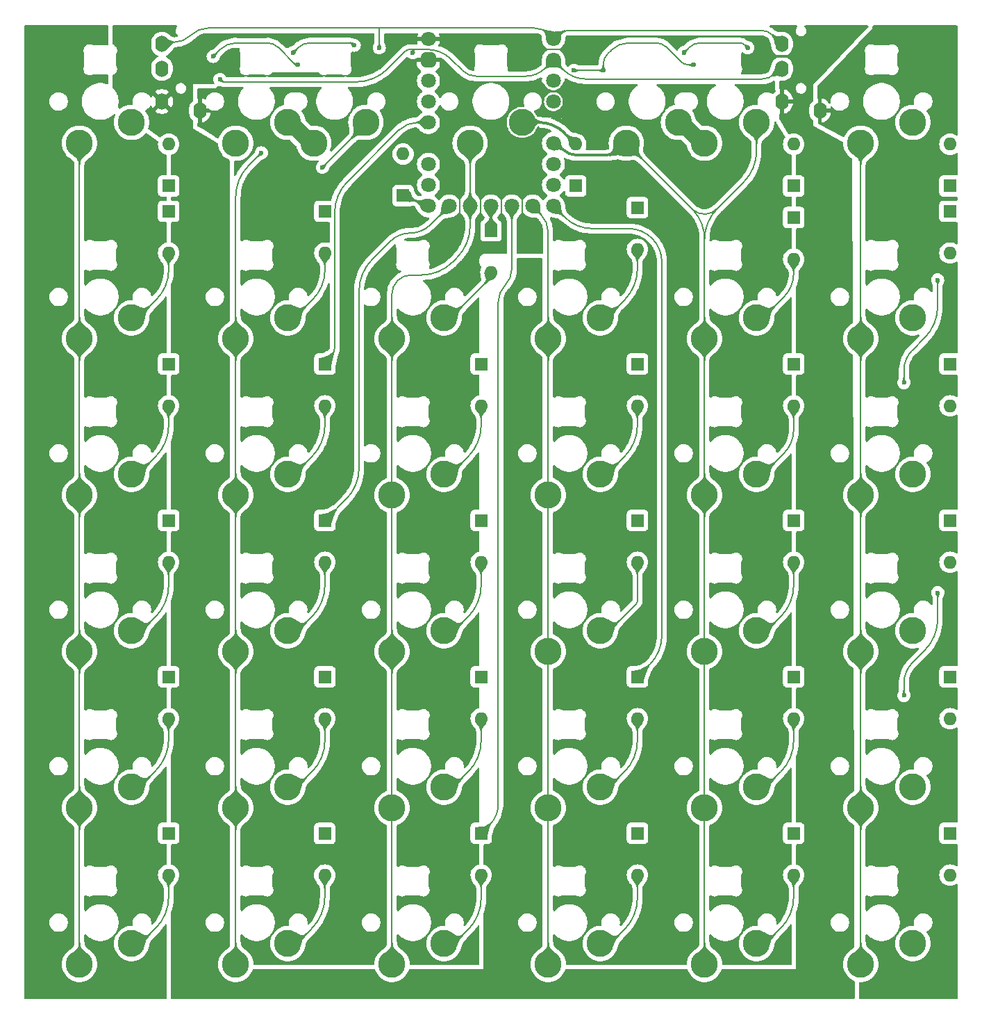
<source format=gtl>
G04 #@! TF.GenerationSoftware,KiCad,Pcbnew,8.0.5*
G04 #@! TF.CreationDate,2024-10-08T22:30:13+02:00*
G04 #@! TF.ProjectId,tekskey-v3-rounded,74656b73-6b65-4792-9d76-332d726f756e,rev?*
G04 #@! TF.SameCoordinates,Original*
G04 #@! TF.FileFunction,Copper,L1,Top*
G04 #@! TF.FilePolarity,Positive*
%FSLAX46Y46*%
G04 Gerber Fmt 4.6, Leading zero omitted, Abs format (unit mm)*
G04 Created by KiCad (PCBNEW 8.0.5) date 2024-10-08 22:30:13*
%MOMM*%
%LPD*%
G01*
G04 APERTURE LIST*
G04 Aperture macros list*
%AMRoundRect*
0 Rectangle with rounded corners*
0 $1 Rounding radius*
0 $2 $3 $4 $5 $6 $7 $8 $9 X,Y pos of 4 corners*
0 Add a 4 corners polygon primitive as box body*
4,1,4,$2,$3,$4,$5,$6,$7,$8,$9,$2,$3,0*
0 Add four circle primitives for the rounded corners*
1,1,$1+$1,$2,$3*
1,1,$1+$1,$4,$5*
1,1,$1+$1,$6,$7*
1,1,$1+$1,$8,$9*
0 Add four rect primitives between the rounded corners*
20,1,$1+$1,$2,$3,$4,$5,0*
20,1,$1+$1,$4,$5,$6,$7,0*
20,1,$1+$1,$6,$7,$8,$9,0*
20,1,$1+$1,$8,$9,$2,$3,0*%
G04 Aperture macros list end*
G04 #@! TA.AperFunction,Conductor*
%ADD10C,0.250000*%
G04 #@! TD*
G04 #@! TA.AperFunction,ComponentPad*
%ADD11C,0.700000*%
G04 #@! TD*
G04 #@! TA.AperFunction,ComponentPad*
%ADD12C,4.400000*%
G04 #@! TD*
G04 #@! TA.AperFunction,ComponentPad*
%ADD13C,1.800000*%
G04 #@! TD*
G04 #@! TA.AperFunction,ComponentPad*
%ADD14RoundRect,0.450000X-0.450000X-0.450000X0.450000X-0.450000X0.450000X0.450000X-0.450000X0.450000X0*%
G04 #@! TD*
G04 #@! TA.AperFunction,ComponentPad*
%ADD15O,1.600000X1.600000*%
G04 #@! TD*
G04 #@! TA.AperFunction,ComponentPad*
%ADD16R,1.600000X1.600000*%
G04 #@! TD*
G04 #@! TA.AperFunction,ComponentPad*
%ADD17C,3.300000*%
G04 #@! TD*
G04 #@! TA.AperFunction,ComponentPad*
%ADD18O,1.600000X2.000000*%
G04 #@! TD*
G04 #@! TA.AperFunction,ViaPad*
%ADD19C,0.600000*%
G04 #@! TD*
G04 #@! TA.AperFunction,Conductor*
%ADD20C,0.200000*%
G04 #@! TD*
G04 #@! TA.AperFunction,Conductor*
%ADD21C,0.304800*%
G04 #@! TD*
G04 #@! TA.AperFunction,Conductor*
%ADD22C,0.500000*%
G04 #@! TD*
G04 #@! TA.AperFunction,Conductor*
%ADD23C,2.000000*%
G04 #@! TD*
G04 APERTURE END LIST*
D10*
X97568954Y-133866682D02*
G75*
G02*
X96914983Y-135024524I-2303554J537482D01*
G01*
X78522493Y-76719372D02*
G75*
G02*
X77868494Y-77877186I-2303393J537472D01*
G01*
X68978369Y-33875122D02*
G75*
G02*
X68323659Y-35036938I-2303369J532622D01*
G01*
X116598954Y-57706682D02*
G75*
G02*
X115944983Y-58864524I-2303554J537482D01*
G01*
X135668954Y-33876682D02*
G75*
G02*
X135014983Y-35034524I-2303554J537482D01*
G01*
X59448479Y-33879975D02*
G75*
G02*
X58794496Y-35037805I-2303479J537475D01*
G01*
X59474338Y-76725299D02*
G75*
G02*
X58820362Y-77883137I-2303738J537599D01*
G01*
X107088954Y-33866682D02*
G75*
G02*
X106434983Y-35024524I-2303554J537482D01*
G01*
X116608954Y-95786682D02*
G75*
G02*
X115954983Y-96944524I-2303554J537482D01*
G01*
X116588954Y-133926682D02*
G75*
G02*
X115934983Y-135084524I-2303554J537482D01*
G01*
X40414329Y-76737152D02*
G75*
G02*
X39760340Y-77894975I-2303229J537352D01*
G01*
X135648954Y-57706682D02*
G75*
G02*
X134994983Y-58864524I-2303554J537482D01*
G01*
X97558954Y-95786682D02*
G75*
G02*
X96904983Y-96944524I-2303554J537482D01*
G01*
X59451157Y-57698973D02*
G75*
G02*
X58797190Y-58856819I-2303557J537473D01*
G01*
X40409977Y-133895397D02*
G75*
G02*
X39756005Y-135053239I-2303577J537497D01*
G01*
X78501149Y-133904185D02*
G75*
G02*
X77847161Y-135062010I-2303649J537585D01*
G01*
X135658954Y-114846682D02*
G75*
G02*
X135004983Y-116004524I-2303554J537482D01*
G01*
X97558954Y-114846682D02*
G75*
G02*
X96904983Y-116004524I-2303554J537482D01*
G01*
X78511701Y-57688445D02*
G75*
G02*
X77857728Y-58846285I-2303301J537345D01*
G01*
X59459660Y-133899795D02*
G75*
G02*
X58805671Y-135057619I-2303660J537595D01*
G01*
X135651931Y-76745590D02*
G75*
G02*
X134997933Y-77903405I-2303431J537490D01*
G01*
X97555796Y-76741684D02*
G75*
G02*
X96899738Y-77903188I-2310796J539184D01*
G01*
X116578954Y-76766682D02*
G75*
G02*
X115924983Y-77924524I-2303554J537482D01*
G01*
X97558954Y-57686682D02*
G75*
G02*
X96904983Y-58844524I-2303554J537482D01*
G01*
X40406497Y-95791047D02*
G75*
G02*
X39752522Y-96948886I-2303297J537347D01*
G01*
X135648954Y-133896682D02*
G75*
G02*
X134994983Y-135054524I-2303554J537482D01*
G01*
X116598954Y-114826682D02*
G75*
G02*
X115944983Y-115984524I-2303554J537482D01*
G01*
X78498475Y-114856827D02*
G75*
G02*
X77844497Y-116014662I-2303775J537627D01*
G01*
X78511677Y-95796363D02*
G75*
G02*
X77857678Y-96954177I-2303377J537463D01*
G01*
X40411405Y-57693054D02*
G75*
G02*
X39757430Y-58850892I-2303305J537354D01*
G01*
X135661629Y-95783137D02*
G75*
G02*
X135007660Y-96940981I-2303129J537237D01*
G01*
X59448563Y-114846299D02*
G75*
G02*
X58794573Y-116004122I-2303663J537599D01*
G01*
X59456449Y-95795429D02*
G75*
G02*
X58802471Y-96953264I-2303249J537329D01*
G01*
X116608954Y-33876682D02*
G75*
G02*
X115954983Y-35034524I-2303554J537482D01*
G01*
X40398555Y-114846299D02*
G75*
G02*
X39744563Y-116004120I-2303655J537599D01*
G01*
D11*
X138571875Y-123825000D03*
X138088601Y-124991726D03*
X138088601Y-122658274D03*
X136921875Y-125475000D03*
D12*
X136921875Y-123825000D03*
D11*
X136921875Y-122175000D03*
X135755149Y-124991726D03*
X135755149Y-122658274D03*
X135271875Y-123825000D03*
X138571875Y-45243750D03*
X138088601Y-46410476D03*
X138088601Y-44077024D03*
X136921875Y-46893750D03*
D12*
X136921875Y-45243750D03*
D11*
X136921875Y-43593750D03*
X135755149Y-46410476D03*
X135755149Y-44077024D03*
X135271875Y-45243750D03*
D13*
X90804952Y-46057396D03*
X88264952Y-46057396D03*
X85724952Y-46057396D03*
X83184952Y-46057396D03*
X80644952Y-46057396D03*
X93344952Y-46057396D03*
X93344952Y-43517396D03*
X93344952Y-40977396D03*
X93344952Y-38437396D03*
X93344952Y-33357396D03*
X93344952Y-30817396D03*
X93344952Y-28277396D03*
X93344952Y-25737396D03*
X78104952Y-46057396D03*
X78104952Y-43517396D03*
X78104952Y-40977396D03*
X78104952Y-35897396D03*
X78104952Y-33357396D03*
X78104952Y-30817396D03*
D14*
X78104952Y-28277396D03*
D13*
X78104952Y-25737396D03*
D11*
X43321875Y-85725000D03*
X42838601Y-86891726D03*
X42838601Y-84558274D03*
X41671875Y-87375000D03*
D12*
X41671875Y-85725000D03*
D11*
X41671875Y-84075000D03*
X40505149Y-86891726D03*
X40505149Y-84558274D03*
X40021875Y-85725000D03*
X43321875Y-45243750D03*
X42838601Y-46410476D03*
X42838601Y-44077024D03*
X41671875Y-46893750D03*
D12*
X41671875Y-45243750D03*
D11*
X41671875Y-43593750D03*
X40505149Y-46410476D03*
X40505149Y-44077024D03*
X40021875Y-45243750D03*
X138571875Y-85725000D03*
X138088601Y-86891726D03*
X138088601Y-84558274D03*
X136921875Y-87375000D03*
D12*
X136921875Y-85725000D03*
D11*
X136921875Y-84075000D03*
X135755149Y-86891726D03*
X135755149Y-84558274D03*
X135271875Y-85725000D03*
X43321875Y-123825000D03*
X42838601Y-124991726D03*
X42838601Y-122658274D03*
X41671875Y-125475000D03*
D12*
X41671875Y-123825000D03*
D11*
X41671875Y-122175000D03*
X40505149Y-124991726D03*
X40505149Y-122658274D03*
X40021875Y-123825000D03*
D15*
X96069190Y-38528029D03*
D16*
X96069190Y-43608029D03*
D17*
X73660000Y-62230000D03*
X80010000Y-59690000D03*
D15*
X122634375Y-89455625D03*
D16*
X122634375Y-84375625D03*
D15*
X122634296Y-108505625D03*
D16*
X122634296Y-103425625D03*
D17*
X130810000Y-62230000D03*
X137160000Y-59690000D03*
X73660000Y-138430000D03*
X80010000Y-135890000D03*
D15*
X84534375Y-70405625D03*
D16*
X84534375Y-65325625D03*
D15*
X65467925Y-127562395D03*
D16*
X65467925Y-122482395D03*
D15*
X122634296Y-38536548D03*
D16*
X122634296Y-43616548D03*
D15*
X103584375Y-108505625D03*
D16*
X103584375Y-103425625D03*
D17*
X111760000Y-38417500D03*
X118110000Y-35877500D03*
D15*
X46434375Y-108505625D03*
D16*
X46434375Y-103425625D03*
D15*
X65484344Y-89455625D03*
D16*
X65484344Y-84375625D03*
D17*
X54610000Y-38417500D03*
X60960000Y-35877500D03*
X73660000Y-119380000D03*
X80010000Y-116840000D03*
X92710000Y-138430000D03*
X99060000Y-135890000D03*
D15*
X65484344Y-108505625D03*
D16*
X65484344Y-103425625D03*
D17*
X111760000Y-119380000D03*
X118110000Y-116840000D03*
D15*
X46434360Y-51792164D03*
D16*
X46434360Y-46712164D03*
D17*
X54610000Y-138430000D03*
X60960000Y-135890000D03*
D15*
X141684280Y-38536548D03*
D16*
X141684280Y-43616548D03*
D17*
X73660000Y-81280000D03*
X80010000Y-78740000D03*
X83185000Y-38417500D03*
X89535000Y-35877500D03*
D18*
X121227264Y-33337492D03*
X125827264Y-34437492D03*
X121227264Y-26337492D03*
X121227264Y-29337492D03*
D17*
X111760000Y-100330000D03*
X118110000Y-97790000D03*
D15*
X85724952Y-54173412D03*
D16*
X85724952Y-49093412D03*
D17*
X92710000Y-100330000D03*
X99060000Y-97790000D03*
D15*
X46434375Y-127555625D03*
D16*
X46434375Y-122475625D03*
D17*
X35560000Y-62230000D03*
X41910000Y-59690000D03*
D15*
X122634296Y-127555625D03*
D16*
X122634296Y-122475625D03*
D15*
X84534375Y-127555625D03*
D16*
X84534375Y-122475625D03*
D17*
X92710000Y-62230000D03*
X99060000Y-59690000D03*
X35560000Y-81280000D03*
X41910000Y-78740000D03*
D15*
X65484344Y-51792164D03*
D16*
X65484344Y-46712164D03*
D15*
X141684280Y-89455625D03*
D16*
X141684280Y-84375625D03*
D17*
X111760000Y-138430000D03*
X118110000Y-135890000D03*
D15*
X141684280Y-127555625D03*
D16*
X141684280Y-122475625D03*
D15*
X65484375Y-70405625D03*
D16*
X65484375Y-65325625D03*
D17*
X54610000Y-100330000D03*
X60960000Y-97790000D03*
X92710000Y-119380000D03*
X99060000Y-116840000D03*
X130810000Y-38417500D03*
X137160000Y-35877500D03*
D15*
X75009336Y-39727172D03*
D16*
X75009336Y-44807172D03*
D17*
X35560000Y-138430000D03*
X41910000Y-135890000D03*
D15*
X46434375Y-70405625D03*
D16*
X46434375Y-65325625D03*
D17*
X111760000Y-62230000D03*
X118110000Y-59690000D03*
X92710000Y-81280000D03*
X99060000Y-78740000D03*
D15*
X46434360Y-89455625D03*
D16*
X46434360Y-84375625D03*
D17*
X111760000Y-81280000D03*
X118110000Y-78740000D03*
X130810000Y-81280000D03*
X137160000Y-78740000D03*
X102235000Y-38417500D03*
X108585000Y-35877500D03*
D15*
X141684375Y-70405625D03*
D16*
X141684375Y-65325625D03*
D17*
X130810000Y-100330000D03*
X137160000Y-97790000D03*
X35560000Y-119380000D03*
X41910000Y-116840000D03*
D15*
X141684375Y-108505625D03*
D16*
X141684375Y-103425625D03*
D17*
X54610000Y-119380000D03*
X60960000Y-116840000D03*
D15*
X103584375Y-51355625D03*
D16*
X103584375Y-46275625D03*
D17*
X54610000Y-81280000D03*
X60960000Y-78740000D03*
X73660000Y-100330000D03*
X80010000Y-97790000D03*
D15*
X103584375Y-89455625D03*
D16*
X103584375Y-84375625D03*
D15*
X141684375Y-51792164D03*
D16*
X141684375Y-46712164D03*
D15*
X103584375Y-70405625D03*
D16*
X103584375Y-65325625D03*
D17*
X130810000Y-138430000D03*
X137160000Y-135890000D03*
X35560000Y-100330000D03*
X41910000Y-97790000D03*
D15*
X122634375Y-70405625D03*
D16*
X122634375Y-65325625D03*
D18*
X45622640Y-33337492D03*
X50222640Y-34437492D03*
X45622640Y-26337492D03*
X45622640Y-29337492D03*
D17*
X35560000Y-38417500D03*
X41910000Y-35877500D03*
X54610000Y-62230000D03*
X60960000Y-59690000D03*
X64135000Y-38417500D03*
X70485000Y-35877500D03*
D15*
X84534328Y-108505625D03*
D16*
X84534328Y-103425625D03*
D15*
X46434360Y-38536548D03*
D16*
X46434360Y-43616548D03*
D15*
X122634375Y-52546228D03*
D16*
X122634375Y-47466228D03*
D15*
X84534375Y-89455625D03*
D16*
X84534375Y-84375625D03*
D17*
X130810000Y-119380000D03*
X137160000Y-116840000D03*
D15*
X103584375Y-127555625D03*
D16*
X103584375Y-122475625D03*
D19*
X126206168Y-55066380D03*
X50303888Y-26193748D03*
X50303888Y-131266316D03*
X50303888Y-54471068D03*
X88403856Y-59233564D03*
X125015544Y-26789060D03*
X50303888Y-68460900D03*
X88403856Y-92571036D03*
X88403856Y-68460900D03*
X129182728Y-25300780D03*
X88403856Y-97631188D03*
X88403856Y-106263212D03*
X50303888Y-92571036D03*
X40778896Y-25300780D03*
X126206168Y-59233564D03*
X50303888Y-106263212D03*
X126206168Y-106263212D03*
X88403856Y-131266316D03*
X126206168Y-97631188D03*
X126206168Y-68460900D03*
X96650750Y-26998591D03*
X126206168Y-131266316D03*
X50303888Y-59233564D03*
X126206168Y-92571036D03*
X89138128Y-25737396D03*
X50303888Y-97631188D03*
X68758560Y-50303884D03*
X138410064Y-111621020D03*
X68758560Y-135135844D03*
X116085864Y-82450732D03*
X30360936Y-29765620D03*
X119360080Y-73223396D03*
X138920716Y-50059184D03*
X35718744Y-30956244D03*
X68758560Y-87510884D03*
X107156184Y-114895236D03*
X108942120Y-50303884D03*
X43160144Y-111621020D03*
X78283552Y-120848356D03*
X81260112Y-73223396D03*
X68758560Y-114895236D03*
X111918680Y-44946076D03*
X107156184Y-135135844D03*
X90487448Y-50303884D03*
X68758560Y-125313196D03*
X137219440Y-139600684D03*
X81260112Y-82450732D03*
X141386624Y-31551556D03*
X108942120Y-87510884D03*
X119417894Y-49294367D03*
X99119472Y-46136700D03*
X108942120Y-73818708D03*
X119360080Y-111918676D03*
X107156184Y-125313196D03*
X119360080Y-120848356D03*
X67865592Y-76199956D03*
X81260112Y-111621020D03*
X138410064Y-40481250D03*
X138410064Y-73818708D03*
X43160144Y-73223396D03*
X65186688Y-41374204D03*
X57745288Y-39588268D03*
X52685136Y-30658588D03*
X76199960Y-27384372D03*
X72118398Y-26793748D03*
X140190454Y-55066380D03*
X136069454Y-67567932D03*
X62210128Y-28872652D03*
X51866877Y-27841733D03*
X61614816Y-27384372D03*
X69056216Y-26491404D03*
X95845256Y-29541197D03*
X99417128Y-29541197D03*
X110430400Y-28872652D03*
X109239776Y-27384372D03*
X117027885Y-26789060D03*
X140196000Y-93166348D03*
X136075000Y-105667900D03*
D20*
X62061300Y-28872652D02*
X62210128Y-28872652D01*
X54682071Y-26195656D02*
X58452093Y-26195656D01*
X58452093Y-26195656D02*
X58454001Y-26193748D01*
X58454001Y-26193748D02*
G75*
G02*
X59784807Y-26744983I-1J-1882052D01*
G01*
X51866877Y-27841733D02*
X52690869Y-27017740D01*
X54680163Y-26193748D02*
X54682071Y-26195656D01*
X59784805Y-26744985D02*
X61807234Y-28767414D01*
X52690869Y-27017740D02*
G75*
G02*
X54680163Y-26193711I1989331J-1989260D01*
G01*
X61807234Y-28767414D02*
G75*
G03*
X62061300Y-28872638I254066J254114D01*
G01*
X120008127Y-77635515D02*
X120008126Y-77635515D01*
X120008126Y-77635515D02*
X120954451Y-76689191D01*
X120954451Y-76689191D02*
X120008127Y-77635515D01*
X65484344Y-53875764D02*
G75*
G02*
X64011016Y-57432691I-5030264J4D01*
G01*
X46434360Y-53875764D02*
G75*
G02*
X44961031Y-57432690I-5030260J4D01*
G01*
X46434360Y-53875764D02*
X46434360Y-51792164D01*
X44961032Y-57432691D02*
X42984347Y-59409376D01*
X65484344Y-53875764D02*
X65484344Y-51792164D01*
X64011016Y-57432691D02*
X62034326Y-59409381D01*
X122634312Y-92251492D02*
X122634312Y-89594476D01*
X119603519Y-97536248D02*
X121040518Y-96099248D01*
X122634312Y-92251492D02*
G75*
G02*
X121040515Y-96099245I-5441512J-8D01*
G01*
X84534344Y-92251492D02*
X84534344Y-89594476D01*
X81503551Y-97536248D02*
X82940550Y-96099248D01*
X82940550Y-96099248D02*
G75*
G03*
X84534339Y-92251492I-3847750J3847748D01*
G01*
X65484360Y-92251492D02*
X65484360Y-89594476D01*
X63890566Y-96099248D02*
X62453567Y-97536248D01*
X63890566Y-96099248D02*
G75*
G03*
X65484350Y-92251492I-3847766J3847748D01*
G01*
X46434376Y-92251492D02*
X46434376Y-89594476D01*
X44840582Y-96099248D02*
X43403583Y-97536248D01*
X46434376Y-92251492D02*
G75*
G02*
X44840592Y-96099258I-5441576J-8D01*
G01*
X46434376Y-111003820D02*
X46434376Y-108346804D01*
X43403583Y-116288576D02*
X44840582Y-114851576D01*
X46434376Y-111003820D02*
G75*
G02*
X44840578Y-114851572I-5441576J20D01*
G01*
X43403583Y-116288576D02*
G75*
G02*
X42472101Y-116674411I-931483J931476D01*
G01*
X103584328Y-130351460D02*
X103584328Y-127694444D01*
X100553535Y-135636216D02*
X101990534Y-134199216D01*
X101990534Y-134199216D02*
G75*
G03*
X103584305Y-130351460I-3847734J3847716D01*
G01*
X84534344Y-130351460D02*
X84534344Y-127694444D01*
X81503551Y-135636216D02*
X82940550Y-134199216D01*
X82940550Y-134199216D02*
G75*
G03*
X84534316Y-130351460I-3847750J3847716D01*
G01*
X69260208Y-30156939D02*
G75*
G03*
X69260184Y-29969636I-93708J93639D01*
G01*
X89777339Y-26376607D02*
G75*
G03*
X91320530Y-27015792I1543161J1543207D01*
G01*
X69034084Y-30250603D02*
G75*
G03*
X69260219Y-30156950I16J319803D01*
G01*
X55160047Y-30156939D02*
G75*
G03*
X55386171Y-30250619I226153J226139D01*
G01*
X136075000Y-104194074D02*
G75*
G02*
X137117171Y-101678116I3558100J-26D01*
G01*
X140196000Y-96345285D02*
G75*
G02*
X138602225Y-100193059I-5441600J-15D01*
G01*
X116730229Y-26491404D02*
G75*
G03*
X116011623Y-26193728I-718629J-718596D01*
G01*
X109835088Y-26789060D02*
G75*
G02*
X111272298Y-26193755I1437212J-1437240D01*
G01*
X100346712Y-27123332D02*
G75*
G02*
X102590929Y-26193753I2244188J-2244168D01*
G01*
X107051109Y-26683985D02*
G75*
G03*
X105867571Y-26193761I-1183509J-1183515D01*
G01*
X99417128Y-28797057D02*
G75*
G02*
X99943344Y-27526761I1796472J-43D01*
G01*
X109835088Y-28872652D02*
G75*
G02*
X108818823Y-28451705I12J1437252D01*
G01*
X63647338Y-26193748D02*
G75*
G03*
X62210103Y-26789035I-38J-2032552D01*
G01*
X68548085Y-26193748D02*
G75*
G02*
X68907400Y-26342564I15J-508152D01*
G01*
X137098581Y-63627990D02*
G75*
G03*
X136069466Y-66112525I2484519J-2484510D01*
G01*
X140190454Y-58282155D02*
G75*
G02*
X138596685Y-62129935I-5441554J-45D01*
G01*
X93860916Y-25221432D02*
G75*
G02*
X95106563Y-24705448I1245684J-1245668D01*
G01*
X92680160Y-25072604D02*
G75*
G03*
X91075210Y-24407789I-1604960J-1604896D01*
G01*
X49150372Y-25263672D02*
G75*
G02*
X51216600Y-24407812I2066228J-2066228D01*
G01*
X120031508Y-25221432D02*
G75*
G03*
X118785860Y-24705502I-1245608J-1245668D01*
G01*
X49150372Y-25263672D02*
G75*
G02*
X47084143Y-26119550I-2066272J2066272D01*
G01*
X53193266Y-30956244D02*
G75*
G02*
X52833978Y-30807402I34J508144D01*
G01*
X69289246Y-30956244D02*
G75*
G03*
X73136978Y-29362427I-46J5441544D01*
G01*
X76008050Y-27000552D02*
G75*
G02*
X76199948Y-27192462I-50J-191948D01*
G01*
X76391870Y-27000552D02*
G75*
G03*
X76199952Y-27192462I30J-191948D01*
G01*
X94510709Y-29443153D02*
G75*
G03*
X97325095Y-30608923I2814391J2814353D01*
G01*
X75251040Y-27248413D02*
G75*
G02*
X75849431Y-27000572I598360J-598387D01*
G01*
X118758723Y-30608910D02*
G75*
G03*
X120293442Y-29973182I-23J2170410D01*
G01*
X76008050Y-27000552D02*
X76391870Y-27000552D01*
X91757476Y-47009920D02*
G75*
G02*
X92709994Y-49309516I-2299576J-2299580D01*
G01*
D21*
X94459033Y-39161660D02*
G75*
G03*
X96207560Y-39885942I1748567J1748560D01*
G01*
X101500788Y-39151712D02*
G75*
G02*
X99728243Y-39885964I-1772588J1772512D01*
G01*
D20*
X110345787Y-46528287D02*
G75*
G02*
X111760006Y-50196463I-3735587J-3546913D01*
G01*
X113353792Y-46348707D02*
G75*
G03*
X111759959Y-50196463I3847708J-3847793D01*
G01*
X110345787Y-46528287D02*
G75*
G03*
X113353839Y-46348749I1413613J1604587D01*
G01*
X116516207Y-43186292D02*
G75*
G03*
X118110010Y-39338536I-3847807J3847792D01*
G01*
X75963460Y-54471068D02*
G75*
G03*
X74334694Y-55145762I40J-2303432D01*
G01*
X77241756Y-54471068D02*
G75*
G03*
X81052763Y-52892537I44J5389568D01*
G01*
X73660000Y-56774528D02*
G75*
G02*
X74334646Y-55145714I2303500J28D01*
G01*
X83184952Y-48506328D02*
G75*
G02*
X81591146Y-52354071I-5441552J28D01*
G01*
X54610000Y-44940539D02*
G75*
G02*
X56177647Y-41155915I5352260J-1D01*
G01*
X121040502Y-134050748D02*
G75*
G03*
X122634276Y-130202992I-3847802J3847748D01*
G01*
X100448924Y-135741172D02*
G75*
G02*
X100554181Y-135487126I359276J-28D01*
G01*
X63874131Y-134067167D02*
G75*
G03*
X65467939Y-130219411I-3847731J3847767D01*
G01*
X87441436Y-55731144D02*
G75*
G03*
X86617917Y-57719287I1988164J-1988156D01*
G01*
X85576147Y-121433852D02*
G75*
G03*
X86617917Y-118918791I-2515047J2515052D01*
G01*
X88264952Y-53743000D02*
G75*
G02*
X87441434Y-55731142I-2811652J0D01*
G01*
X46434375Y-130202973D02*
G75*
G02*
X44840582Y-134050729I-5441555J3D01*
G01*
X121040502Y-115000764D02*
G75*
G03*
X122634287Y-111153008I-3847802J3847764D01*
G01*
X101990581Y-115000701D02*
G75*
G03*
X103584398Y-111152945I-3847781J3847801D01*
G01*
X82940534Y-115000764D02*
G75*
G03*
X84534339Y-111153008I-3847734J3847764D01*
G01*
X63890550Y-115000764D02*
G75*
G03*
X65484350Y-111153008I-3847750J3847764D01*
G01*
X98053507Y-48815604D02*
G75*
G02*
X94724042Y-47436514I-7J4708604D01*
G01*
X106560872Y-98344426D02*
G75*
G02*
X105072605Y-101937358I-5081172J26D01*
G01*
X106560872Y-52880648D02*
G75*
G03*
X105370228Y-50006248I-4065072J-52D01*
G01*
X105370248Y-50006228D02*
G75*
G03*
X102495827Y-48815600I-2874448J-2874472D01*
G01*
X103584375Y-94059267D02*
X103584378Y-94059274D01*
X103584380Y-94059281D01*
X103584381Y-94059288D01*
X103584382Y-94059295D01*
X103584382Y-94059302D01*
X103584381Y-94059309D01*
X103584380Y-94059316D01*
X103584379Y-94059323D01*
X103584376Y-94059330D01*
X103584373Y-94059336D01*
X103584370Y-94059343D01*
X103584366Y-94059348D01*
X103584362Y-94059354D01*
X103584358Y-94059358D01*
X103584312Y-94208181D02*
G75*
G02*
X103479091Y-94462212I-359212J-19D01*
G01*
X103584312Y-94059419D02*
X103584311Y-94059411D01*
X103584310Y-94059403D01*
X103584310Y-94059396D01*
X103584311Y-94059388D01*
X103584312Y-94059380D01*
X103584314Y-94059372D01*
X103584317Y-94059365D01*
X103584320Y-94059358D01*
X103584324Y-94059351D01*
X103584329Y-94059345D01*
X103584334Y-94059339D01*
X103584336Y-94059336D01*
X75902904Y-49360740D02*
G75*
G03*
X73446876Y-50378051I-4J-3473360D01*
G01*
X78358925Y-48343422D02*
G75*
G02*
X75902904Y-49360742I-2456025J2456022D01*
G01*
X69651528Y-77954477D02*
G75*
G02*
X68057742Y-81802240I-5441528J-23D01*
G01*
X71245320Y-52579619D02*
G75*
G03*
X69651517Y-56427375I3847780J-3847781D01*
G01*
X122634356Y-71596176D02*
X122634358Y-71596180D01*
X122634359Y-71596186D01*
X122634360Y-71596191D01*
X122634361Y-71596196D01*
X122634361Y-71596201D01*
X122634360Y-71596207D01*
X122634360Y-71596212D01*
X122634358Y-71596217D01*
X122634357Y-71596222D01*
X122634355Y-71596227D01*
X122634352Y-71596232D01*
X122634349Y-71596236D01*
X122634346Y-71596240D01*
X122634343Y-71596243D01*
X122634312Y-71596319D02*
X122634311Y-71596311D01*
X122634310Y-71596303D01*
X122634310Y-71596296D01*
X122634311Y-71596288D01*
X122634312Y-71596280D01*
X122634314Y-71596272D01*
X122634317Y-71596265D01*
X122634320Y-71596258D01*
X122634324Y-71596251D01*
X122634329Y-71596245D01*
X122634334Y-71596239D01*
X122634336Y-71596236D01*
X122634312Y-73302803D02*
G75*
G02*
X121427610Y-76216025I-4119912J3D01*
G01*
X119429525Y-78214117D02*
X120008126Y-77635515D01*
X119429526Y-78214118D02*
X120008127Y-77635515D01*
X101990581Y-76603077D02*
G75*
G03*
X103584381Y-72755321I-3847781J3847777D01*
G01*
X84534375Y-72755337D02*
G75*
G02*
X82940569Y-76603080I-5441575J37D01*
G01*
X65484375Y-72755353D02*
G75*
G02*
X63890582Y-76603109I-5441555J3D01*
G01*
X46434375Y-72755369D02*
G75*
G02*
X44840579Y-76603122I-5441555J9D01*
G01*
X68268760Y-43054627D02*
G75*
G03*
X66674951Y-46902383I3847740J-3847773D01*
G01*
X66674984Y-62210151D02*
X66674984Y-62210140D01*
X66674979Y-62210127D02*
X66674977Y-62210125D01*
X66674975Y-62210123D01*
X66674973Y-62210121D01*
X66674971Y-62210119D01*
X66674970Y-62210116D01*
X66674969Y-62210113D01*
X66674968Y-62210112D01*
X74478836Y-36844551D02*
G75*
G02*
X76765472Y-35897379I2286664J-2286649D01*
G01*
X66079679Y-64730320D02*
G75*
G03*
X66675007Y-63293128I-1437179J1437220D01*
G01*
X122634375Y-54252756D02*
G75*
G02*
X121427709Y-57166015I-4119975J-44D01*
G01*
X101990581Y-57536289D02*
G75*
G03*
X103584390Y-53688533I-3847781J3847789D01*
G01*
X85360124Y-55133567D02*
G75*
G03*
X85724933Y-54252796I-880824J880767D01*
G01*
D21*
X94743925Y-37202764D02*
G75*
G03*
X91544453Y-35877522I-3199425J-3199436D01*
G01*
D20*
X121040502Y-134050748D02*
X119587067Y-135504184D01*
X122634296Y-130202992D02*
X122634296Y-127555625D01*
X65467925Y-130219411D02*
X65467925Y-127562395D01*
X62437132Y-135504167D02*
X63874131Y-134067167D01*
X46434375Y-130202973D02*
X46434375Y-127555625D01*
X43387148Y-135504162D02*
X44840582Y-134050729D01*
X65484344Y-111153008D02*
X65484344Y-108505625D01*
X62437154Y-116454161D02*
X63890550Y-115000764D01*
X81487132Y-116454167D02*
X82940534Y-115000764D01*
X84534328Y-111153008D02*
X84534328Y-108505625D01*
X103584375Y-111152945D02*
X103584375Y-108505625D01*
X101990581Y-115000701D02*
X100537111Y-116454172D01*
X119517697Y-116523570D02*
X121040502Y-115000764D01*
X122634296Y-111153008D02*
X122634296Y-108505625D01*
X103584375Y-94059267D02*
X103584375Y-89455625D01*
X103584312Y-94208181D02*
X103584312Y-94059419D01*
X100537132Y-97404167D02*
X103479089Y-94462210D01*
X46434375Y-72755369D02*
X46434375Y-70405625D01*
X42984326Y-78459381D02*
X44840582Y-76603125D01*
X63890582Y-76603109D02*
X62034304Y-78459387D01*
X65484375Y-72755353D02*
X65484375Y-70405625D01*
X84534375Y-72755337D02*
X84534375Y-70405625D01*
X81084282Y-78459393D02*
X82940582Y-76603093D01*
X103584375Y-72755321D02*
X103584375Y-70405625D01*
X101990581Y-76603077D02*
X100134261Y-78459398D01*
X121427614Y-76216029D02*
X120954451Y-76689191D01*
X122634375Y-71596167D02*
X122634375Y-70405625D01*
X122634312Y-71596319D02*
X122634312Y-73302803D01*
X76199960Y-27384372D02*
X76199960Y-27192462D01*
X85360124Y-55133567D02*
X81084304Y-59409387D01*
X130810000Y-119380000D02*
X130810000Y-100330000D01*
X122634375Y-54252756D02*
X122634375Y-52546228D01*
X119184261Y-59409398D02*
X121427676Y-57165982D01*
X118758723Y-30608910D02*
X97325095Y-30608910D01*
X120823777Y-29442884D02*
X120293461Y-29973201D01*
X74478836Y-36844551D02*
X68268760Y-43054627D01*
X66674984Y-63293128D02*
X66674984Y-62210151D01*
X76765472Y-35897396D02*
X78104952Y-35897396D01*
X66674968Y-62210112D02*
X66674968Y-46902383D01*
X100111537Y-59415334D02*
X101990581Y-57536289D01*
X103584375Y-53688533D02*
X103584375Y-51355625D01*
X75009336Y-44807172D02*
X78104952Y-46057396D01*
X89138128Y-25737396D02*
X89777339Y-26376607D01*
X69260208Y-29969612D02*
X69056216Y-29765620D01*
X55160047Y-30156939D02*
X55066384Y-30063276D01*
D22*
X89138128Y-25737396D02*
X78104952Y-25737396D01*
D20*
X69034084Y-30250603D02*
X55386171Y-30250603D01*
D21*
X120253048Y-27857790D02*
X123946814Y-27857790D01*
D20*
X91320530Y-27015818D02*
X96440568Y-27015818D01*
X84444175Y-44680691D02*
X84444175Y-47225257D01*
X81935433Y-44637880D02*
X81935433Y-47182446D01*
X89527311Y-44715589D02*
X89527311Y-47260155D01*
X86998548Y-44739957D02*
X86998548Y-47284523D01*
X65186688Y-41374204D02*
X69748483Y-36812409D01*
D21*
X91544453Y-35877500D02*
X89535000Y-35877500D01*
X94743925Y-37202764D02*
X96069190Y-38528029D01*
D23*
X111439790Y-38417500D02*
X108899790Y-35877500D01*
D21*
X85724952Y-48656852D02*
X85724952Y-46057396D01*
D20*
X71245320Y-52579619D02*
X73446882Y-50378057D01*
X69651528Y-77954477D02*
X69651528Y-56427375D01*
X68057735Y-81802233D02*
X65484344Y-84375625D01*
X78358925Y-48343422D02*
X80644952Y-46057396D01*
X94724056Y-47436500D02*
X93344952Y-46057396D01*
X98053507Y-48815604D02*
X102495827Y-48815604D01*
X105072623Y-101937376D02*
X103584375Y-103425625D01*
X106560872Y-52880648D02*
X106560872Y-98344426D01*
X86617920Y-57719287D02*
X86617920Y-118918791D01*
X88264952Y-53743000D02*
X88264952Y-46057396D01*
X85576147Y-121433852D02*
X84534375Y-122475625D01*
X35560000Y-119380000D02*
X35560000Y-138430000D01*
X35560000Y-62230000D02*
X35560000Y-38417500D01*
X35560000Y-100330000D02*
X35560000Y-81280000D01*
X35560000Y-62230000D02*
X35560000Y-81280000D01*
X35560000Y-100330000D02*
X35560000Y-119380000D01*
X56177644Y-41155912D02*
X57745288Y-39588268D01*
X54610000Y-119380000D02*
X54610000Y-138430000D01*
D23*
X63790010Y-38417500D02*
X61250010Y-35877500D01*
D20*
X54610000Y-62230000D02*
X54610000Y-81280000D01*
X54610000Y-100330000D02*
X54610000Y-81280000D01*
X54610000Y-44940539D02*
X54610000Y-62230000D01*
X54610000Y-100330000D02*
X54610000Y-119380000D01*
X83185000Y-38417500D02*
X83185000Y-46057348D01*
X73660000Y-62230000D02*
X73660000Y-56774528D01*
X73660000Y-100330000D02*
X73660000Y-62230000D01*
X73660000Y-100330000D02*
X73660000Y-138430000D01*
X81591159Y-52354084D02*
X81052734Y-52892508D01*
X77241756Y-54471068D02*
X75963460Y-54471068D01*
X83184952Y-48506328D02*
X83184952Y-46057396D01*
X118110000Y-39338536D02*
X118110000Y-35877500D01*
X102969212Y-39151712D02*
X110345787Y-46528287D01*
D21*
X99728243Y-39885924D02*
X96207560Y-39885924D01*
D20*
X116516207Y-43186292D02*
X113353792Y-46348707D01*
X111760000Y-81280000D02*
X111760000Y-62230000D01*
X111760000Y-81280000D02*
X111760000Y-138430000D01*
D21*
X94459033Y-39161660D02*
X93734769Y-38437396D01*
D20*
X111760000Y-50196463D02*
X111760000Y-62230000D01*
X130810000Y-62230000D02*
X130810000Y-38417500D01*
X130810000Y-81280000D02*
X130810000Y-100330000D01*
X130810000Y-119380000D02*
X130810000Y-138430000D01*
X130810000Y-81280000D02*
X130810000Y-62230000D01*
X92710000Y-62230000D02*
X92710000Y-138430000D01*
X91757476Y-47009920D02*
X90804952Y-46057396D01*
X92710000Y-49309516D02*
X92710000Y-62230000D01*
X75251040Y-27248413D02*
X73137002Y-29362451D01*
X76008050Y-27000552D02*
X75849431Y-27000552D01*
X52685136Y-30658588D02*
X52833964Y-30807416D01*
X69289246Y-30956244D02*
X53193266Y-30956244D01*
X94510709Y-29443153D02*
X93344952Y-28277396D01*
X120031508Y-25221432D02*
X120547472Y-25737396D01*
X72118398Y-26793748D02*
X72118398Y-24407812D01*
X47084143Y-26119532D02*
X45622640Y-26119532D01*
X95106563Y-24705468D02*
X118785860Y-24705468D01*
X51216600Y-24407812D02*
X91075210Y-24407812D01*
X92680160Y-25072604D02*
X93086970Y-25479414D01*
X136069454Y-67567932D02*
X136069454Y-66112525D01*
X140190454Y-58282155D02*
X140190454Y-55103218D01*
X138596661Y-62129911D02*
X137098581Y-63627990D01*
X62210128Y-26789060D02*
X61614816Y-27384372D01*
X68548085Y-26193748D02*
X63647338Y-26193748D01*
X68907388Y-26342576D02*
X69056216Y-26491404D01*
X107051109Y-26683985D02*
X108818826Y-28451702D01*
X95845256Y-29541197D02*
X99417128Y-29541197D01*
X109835088Y-28872652D02*
X110430400Y-28872652D01*
X99417128Y-28797057D02*
X99417128Y-29541197D01*
X102590929Y-26193748D02*
X105867571Y-26193748D01*
X100346712Y-27123332D02*
X99943314Y-27526731D01*
X109835088Y-26789060D02*
X109239776Y-27384372D01*
X116730229Y-26491404D02*
X117027885Y-26789060D01*
X111272298Y-26193748D02*
X116011623Y-26193748D01*
X136075000Y-105667900D02*
X136075000Y-104194074D01*
X140196000Y-96345285D02*
X140196000Y-93166348D01*
X137117151Y-101678096D02*
X138602207Y-100193041D01*
X76391870Y-27000552D02*
X77942814Y-27000552D01*
X80918051Y-28232935D02*
X82240591Y-29555475D01*
X83945923Y-30261847D02*
G75*
G02*
X82240570Y-29555496I-23J2411747D01*
G01*
X89957282Y-30261847D02*
X83945923Y-30261847D01*
X80918051Y-28232935D02*
G75*
G03*
X77942814Y-27000550I-2975251J-2975265D01*
G01*
X92352726Y-29269621D02*
X93344952Y-28277396D01*
X89957282Y-30261847D02*
G75*
G03*
X92352731Y-29269626I18J3387647D01*
G01*
G04 #@! TA.AperFunction,Conductor*
G36*
X39025811Y-24082685D02*
G01*
X39071566Y-24135489D01*
X39082772Y-24187000D01*
X39082772Y-26303579D01*
X39083505Y-26330815D01*
X39084227Y-26344182D01*
X39084990Y-26353603D01*
X39070781Y-26422012D01*
X39021843Y-26471880D01*
X39014278Y-26475770D01*
X38990535Y-26486965D01*
X38970049Y-26494500D01*
X38948805Y-26500250D01*
X38927312Y-26504077D01*
X38899650Y-26506519D01*
X38888736Y-26506999D01*
X38839504Y-26506995D01*
X38839448Y-26507000D01*
X37360379Y-26507000D01*
X37360308Y-26506994D01*
X37310992Y-26506998D01*
X37300080Y-26506518D01*
X37272683Y-26504100D01*
X37251189Y-26500273D01*
X37229948Y-26494524D01*
X37209457Y-26486987D01*
X37209410Y-26486965D01*
X37185669Y-26475770D01*
X37184819Y-26475369D01*
X37175155Y-26470280D01*
X37132900Y-26445593D01*
X37131716Y-26445034D01*
X37110556Y-26432710D01*
X37110553Y-26432708D01*
X36958548Y-26382923D01*
X36799471Y-26366296D01*
X36799467Y-26366296D01*
X36640453Y-26383571D01*
X36488650Y-26433973D01*
X36350884Y-26515238D01*
X36233370Y-26623687D01*
X36233340Y-26623715D01*
X36141301Y-26754530D01*
X36080137Y-26898888D01*
X36078899Y-26901809D01*
X36048942Y-27058926D01*
X36052773Y-27218817D01*
X36052775Y-27218833D01*
X36090222Y-27374327D01*
X36090227Y-27374340D01*
X36100954Y-27396704D01*
X36101284Y-27397576D01*
X36105654Y-27406654D01*
X36105655Y-27406655D01*
X36112263Y-27420380D01*
X36122806Y-27442277D01*
X36126511Y-27450772D01*
X36135041Y-27472509D01*
X36140502Y-27490214D01*
X36144663Y-27508445D01*
X36147424Y-27526760D01*
X36149153Y-27549806D01*
X36149501Y-27559083D01*
X36149501Y-28955673D01*
X36149154Y-28964949D01*
X36147407Y-28988236D01*
X36144645Y-29006553D01*
X36140485Y-29024779D01*
X36135024Y-29042483D01*
X36126563Y-29064044D01*
X36122937Y-29072374D01*
X36113707Y-29091617D01*
X36113629Y-29091779D01*
X36101306Y-29117373D01*
X36101130Y-29117837D01*
X36090188Y-29140651D01*
X36090186Y-29140658D01*
X36052738Y-29296156D01*
X36052736Y-29296170D01*
X36048903Y-29456075D01*
X36078862Y-29613201D01*
X36078863Y-29613205D01*
X36100052Y-29663214D01*
X36141257Y-29760468D01*
X36141266Y-29760488D01*
X36233311Y-29891311D01*
X36350862Y-29999793D01*
X36422533Y-30042070D01*
X36488577Y-30081028D01*
X36488637Y-30081063D01*
X36640446Y-30131468D01*
X36799468Y-30148743D01*
X36958560Y-30132114D01*
X37110572Y-30082325D01*
X37131785Y-30069968D01*
X37132652Y-30069560D01*
X37141553Y-30064357D01*
X37141556Y-30064357D01*
X37174972Y-30044826D01*
X37184597Y-30039755D01*
X37209522Y-30027997D01*
X37229987Y-30020466D01*
X37251246Y-30014708D01*
X37272724Y-30010880D01*
X37290428Y-30009313D01*
X37299846Y-30008481D01*
X37310770Y-30007999D01*
X38839447Y-30007999D01*
X38839503Y-30008003D01*
X38850303Y-30008002D01*
X38850306Y-30008003D01*
X38889015Y-30007999D01*
X38899909Y-30008478D01*
X38927320Y-30010898D01*
X38948803Y-30014722D01*
X38970058Y-30020475D01*
X38990535Y-30028007D01*
X39015166Y-30039621D01*
X39024846Y-30044719D01*
X39025560Y-30045136D01*
X39028351Y-30046768D01*
X39076293Y-30097595D01*
X39089145Y-30166272D01*
X39088510Y-30171464D01*
X39082772Y-30211374D01*
X39082772Y-31129676D01*
X39063087Y-31196715D01*
X39010283Y-31242470D01*
X38941125Y-31252414D01*
X38911320Y-31244238D01*
X38822987Y-31207650D01*
X38538796Y-31131501D01*
X38247116Y-31093101D01*
X38247111Y-31093100D01*
X38247106Y-31093100D01*
X37952894Y-31093100D01*
X37952888Y-31093100D01*
X37952883Y-31093101D01*
X37661203Y-31131501D01*
X37377005Y-31207652D01*
X37105205Y-31320234D01*
X37105189Y-31320242D01*
X36850410Y-31467340D01*
X36850394Y-31467351D01*
X36616990Y-31646448D01*
X36616983Y-31646454D01*
X36408954Y-31854483D01*
X36408948Y-31854490D01*
X36229851Y-32087894D01*
X36229840Y-32087910D01*
X36082742Y-32342689D01*
X36082734Y-32342705D01*
X35970152Y-32614505D01*
X35894001Y-32898703D01*
X35855601Y-33190383D01*
X35855600Y-33190400D01*
X35855600Y-33484599D01*
X35855601Y-33484616D01*
X35893111Y-33769539D01*
X35894002Y-33776300D01*
X35967696Y-34051330D01*
X35970152Y-34060494D01*
X36082734Y-34332294D01*
X36082742Y-34332310D01*
X36229840Y-34587089D01*
X36229851Y-34587105D01*
X36408948Y-34820509D01*
X36408954Y-34820516D01*
X36616983Y-35028545D01*
X36616990Y-35028551D01*
X36751890Y-35132063D01*
X36850403Y-35207655D01*
X36850410Y-35207659D01*
X37105189Y-35354757D01*
X37105205Y-35354765D01*
X37377005Y-35467347D01*
X37377007Y-35467347D01*
X37377013Y-35467350D01*
X37661200Y-35543498D01*
X37952894Y-35581900D01*
X37952901Y-35581900D01*
X38247099Y-35581900D01*
X38247106Y-35581900D01*
X38538800Y-35543498D01*
X38822987Y-35467350D01*
X39018475Y-35386377D01*
X39094794Y-35354765D01*
X39094797Y-35354763D01*
X39094803Y-35354761D01*
X39349597Y-35207655D01*
X39583011Y-35028550D01*
X39732744Y-34878816D01*
X39794066Y-34845333D01*
X39863757Y-34850317D01*
X39919691Y-34892188D01*
X39944108Y-34957653D01*
X39934167Y-35015882D01*
X39932926Y-35018739D01*
X39834409Y-35295940D01*
X39834404Y-35295956D01*
X39774552Y-35583986D01*
X39774551Y-35583988D01*
X39754475Y-35877500D01*
X39774551Y-36171011D01*
X39774552Y-36171013D01*
X39834404Y-36459043D01*
X39834409Y-36459059D01*
X39932927Y-36736262D01*
X40068278Y-36997477D01*
X40068282Y-36997483D01*
X40237932Y-37237823D01*
X40265040Y-37266848D01*
X40423125Y-37436116D01*
X40438743Y-37452838D01*
X40531108Y-37527982D01*
X40666951Y-37638499D01*
X40666953Y-37638500D01*
X40666954Y-37638501D01*
X40918319Y-37791360D01*
X40918324Y-37791362D01*
X41184457Y-37906959D01*
X41188159Y-37908567D01*
X41471445Y-37987940D01*
X41726910Y-38023053D01*
X41762901Y-38028000D01*
X41762902Y-38028000D01*
X42057099Y-38028000D01*
X42093090Y-38023053D01*
X42348555Y-37987940D01*
X42631841Y-37908567D01*
X42901682Y-37791359D01*
X43153049Y-37638499D01*
X43381260Y-37452835D01*
X43582065Y-37237826D01*
X43583038Y-37236448D01*
X43583458Y-37236114D01*
X43584741Y-37234538D01*
X43585089Y-37234821D01*
X43637779Y-37193029D01*
X43707304Y-37186098D01*
X43756017Y-37206766D01*
X43901489Y-37309809D01*
X45010678Y-38095486D01*
X45010680Y-38095487D01*
X45010690Y-38095494D01*
X45066466Y-38129804D01*
X45093400Y-38144055D01*
X45143449Y-38192805D01*
X45159198Y-38260876D01*
X45155184Y-38285748D01*
X45148726Y-38309851D01*
X45148724Y-38309861D01*
X45128892Y-38536546D01*
X45128892Y-38536549D01*
X45148724Y-38763234D01*
X45148726Y-38763245D01*
X45207618Y-38983036D01*
X45207621Y-38983045D01*
X45303791Y-39189280D01*
X45303792Y-39189282D01*
X45434314Y-39375689D01*
X45595218Y-39536593D01*
X45596489Y-39537483D01*
X45781626Y-39667116D01*
X45987864Y-39763287D01*
X45987869Y-39763288D01*
X45987871Y-39763289D01*
X46134609Y-39802607D01*
X46194270Y-39838972D01*
X46224799Y-39901819D01*
X46226516Y-39922382D01*
X46226516Y-42192048D01*
X46206831Y-42259087D01*
X46154027Y-42304842D01*
X46102516Y-42316048D01*
X45586489Y-42316048D01*
X45586483Y-42316049D01*
X45526876Y-42322456D01*
X45392031Y-42372750D01*
X45392024Y-42372754D01*
X45276815Y-42459000D01*
X45276812Y-42459003D01*
X45190566Y-42574212D01*
X45190562Y-42574219D01*
X45140268Y-42709065D01*
X45133861Y-42768664D01*
X45133860Y-42768683D01*
X45133860Y-44464418D01*
X45133861Y-44464424D01*
X45140268Y-44524031D01*
X45190562Y-44658876D01*
X45190566Y-44658883D01*
X45276812Y-44774092D01*
X45276815Y-44774095D01*
X45392024Y-44860341D01*
X45392031Y-44860345D01*
X45421232Y-44871236D01*
X45526877Y-44910639D01*
X45586487Y-44917048D01*
X46102516Y-44917047D01*
X46169555Y-44936731D01*
X46215310Y-44989535D01*
X46226516Y-45041047D01*
X46226516Y-45287664D01*
X46206831Y-45354703D01*
X46154027Y-45400458D01*
X46102516Y-45411664D01*
X45586489Y-45411664D01*
X45586483Y-45411665D01*
X45526876Y-45418072D01*
X45392031Y-45468366D01*
X45392024Y-45468370D01*
X45276815Y-45554616D01*
X45276812Y-45554619D01*
X45190566Y-45669828D01*
X45190562Y-45669835D01*
X45140268Y-45804681D01*
X45133861Y-45864280D01*
X45133860Y-45864299D01*
X45133860Y-47560034D01*
X45133861Y-47560040D01*
X45140268Y-47619647D01*
X45190562Y-47754492D01*
X45190566Y-47754499D01*
X45276812Y-47869708D01*
X45276815Y-47869711D01*
X45392024Y-47955957D01*
X45392031Y-47955961D01*
X45426771Y-47968918D01*
X45526877Y-48006255D01*
X45586487Y-48012664D01*
X46102516Y-48012663D01*
X46169555Y-48032347D01*
X46215310Y-48085151D01*
X46226516Y-48136663D01*
X46226516Y-50406329D01*
X46206831Y-50473368D01*
X46154027Y-50519123D01*
X46134610Y-50526104D01*
X45987869Y-50565423D01*
X45987862Y-50565425D01*
X45781627Y-50661595D01*
X45781625Y-50661596D01*
X45595218Y-50792118D01*
X45434314Y-50953022D01*
X45303792Y-51139429D01*
X45303791Y-51139431D01*
X45207621Y-51345666D01*
X45207618Y-51345675D01*
X45148726Y-51565466D01*
X45148724Y-51565477D01*
X45128892Y-51792162D01*
X45128892Y-51792165D01*
X45148724Y-52018850D01*
X45148726Y-52018861D01*
X45207618Y-52238652D01*
X45207620Y-52238656D01*
X45207621Y-52238660D01*
X45242981Y-52314489D01*
X45247083Y-52324380D01*
X45256001Y-52348815D01*
X45256005Y-52348825D01*
X45277059Y-52388037D01*
X45280191Y-52394288D01*
X45303791Y-52444897D01*
X45303793Y-52444900D01*
X45315870Y-52462148D01*
X45323543Y-52474613D01*
X45421876Y-52657755D01*
X45421885Y-52657771D01*
X45445634Y-52697517D01*
X45446804Y-52699286D01*
X45446811Y-52699297D01*
X45473947Y-52736519D01*
X45645663Y-52950813D01*
X45645801Y-52950997D01*
X45647866Y-52953527D01*
X45647867Y-52953529D01*
X45652034Y-52958635D01*
X45747197Y-53075246D01*
X45763625Y-53101490D01*
X45793103Y-53165073D01*
X45803794Y-53203068D01*
X45830977Y-53439540D01*
X45832657Y-53451507D01*
X45833860Y-53468737D01*
X45833860Y-53873057D01*
X45833742Y-53878466D01*
X45817239Y-54256435D01*
X45816296Y-54267211D01*
X45767269Y-54639607D01*
X45765391Y-54650261D01*
X45684090Y-55016984D01*
X45681290Y-55027433D01*
X45568339Y-55385668D01*
X45564639Y-55395833D01*
X45420895Y-55742860D01*
X45416323Y-55752664D01*
X45242886Y-56085833D01*
X45237478Y-56095201D01*
X45035653Y-56412003D01*
X45029448Y-56420864D01*
X44800786Y-56718862D01*
X44793832Y-56727149D01*
X44538242Y-57006076D01*
X44534501Y-57009984D01*
X44501861Y-57042624D01*
X44440538Y-57076109D01*
X44370846Y-57071125D01*
X44314913Y-57029253D01*
X44291707Y-56974340D01*
X44291705Y-56974328D01*
X44277786Y-56886445D01*
X44277786Y-56886444D01*
X44223043Y-56717960D01*
X44223042Y-56717957D01*
X44142613Y-56560109D01*
X44038483Y-56416786D01*
X43913214Y-56291517D01*
X43769890Y-56187386D01*
X43706732Y-56155205D01*
X43612042Y-56106957D01*
X43612039Y-56106956D01*
X43443556Y-56052214D01*
X43356067Y-56038357D01*
X43268579Y-56024500D01*
X43091421Y-56024500D01*
X43033095Y-56033738D01*
X42916443Y-56052214D01*
X42747960Y-56106956D01*
X42747957Y-56106957D01*
X42590109Y-56187386D01*
X42520391Y-56238040D01*
X42446786Y-56291517D01*
X42446784Y-56291519D01*
X42446783Y-56291519D01*
X42321519Y-56416783D01*
X42321519Y-56416784D01*
X42321517Y-56416786D01*
X42297319Y-56450092D01*
X42217386Y-56560109D01*
X42136957Y-56717957D01*
X42136956Y-56717960D01*
X42082214Y-56886443D01*
X42063772Y-57002883D01*
X42054500Y-57061421D01*
X42054500Y-57238579D01*
X42074434Y-57364438D01*
X42079450Y-57396102D01*
X42070496Y-57465395D01*
X42025500Y-57518847D01*
X41958748Y-57539487D01*
X41956977Y-57539500D01*
X41762901Y-57539500D01*
X41471445Y-57579560D01*
X41471439Y-57579561D01*
X41188154Y-57658934D01*
X40918324Y-57776137D01*
X40918319Y-57776139D01*
X40666954Y-57928998D01*
X40438743Y-58114662D01*
X40350511Y-58209134D01*
X40290366Y-58244693D01*
X40220545Y-58242090D01*
X40163215Y-58202152D01*
X40136578Y-58137560D01*
X40145327Y-58077044D01*
X40155030Y-58053621D01*
X40229850Y-57872987D01*
X40305998Y-57588800D01*
X40344400Y-57297106D01*
X40344400Y-57002894D01*
X40305998Y-56711200D01*
X40229850Y-56427013D01*
X40229847Y-56427005D01*
X40117265Y-56155205D01*
X40117257Y-56155189D01*
X39970159Y-55900410D01*
X39970155Y-55900403D01*
X39889304Y-55795036D01*
X39791051Y-55666990D01*
X39791045Y-55666983D01*
X39583016Y-55458954D01*
X39583009Y-55458948D01*
X39349605Y-55279851D01*
X39349603Y-55279849D01*
X39349597Y-55279845D01*
X39349592Y-55279842D01*
X39349589Y-55279840D01*
X39094810Y-55132742D01*
X39094794Y-55132734D01*
X38822994Y-55020152D01*
X38810898Y-55016911D01*
X38538800Y-54944002D01*
X38538799Y-54944001D01*
X38538796Y-54944001D01*
X38247116Y-54905601D01*
X38247111Y-54905600D01*
X38247106Y-54905600D01*
X37952894Y-54905600D01*
X37952888Y-54905600D01*
X37952883Y-54905601D01*
X37661203Y-54944001D01*
X37377005Y-55020152D01*
X37105205Y-55132734D01*
X37105189Y-55132742D01*
X36850410Y-55279840D01*
X36850394Y-55279851D01*
X36616990Y-55458948D01*
X36616983Y-55458954D01*
X36408954Y-55666983D01*
X36408945Y-55666993D01*
X36382875Y-55700969D01*
X36326447Y-55742172D01*
X36256701Y-55746326D01*
X36195781Y-55712113D01*
X36163029Y-55650395D01*
X36160500Y-55625482D01*
X36160500Y-53917116D01*
X36180185Y-53850077D01*
X36232989Y-53804322D01*
X36302147Y-53794378D01*
X36347501Y-53810313D01*
X36350858Y-53812293D01*
X36350860Y-53812295D01*
X36422565Y-53854592D01*
X36488570Y-53893527D01*
X36488635Y-53893565D01*
X36640444Y-53943970D01*
X36799467Y-53961245D01*
X36958559Y-53944616D01*
X37110571Y-53894828D01*
X37131762Y-53882484D01*
X37132505Y-53882135D01*
X37141511Y-53876873D01*
X37141514Y-53876873D01*
X37174947Y-53857341D01*
X37184588Y-53852264D01*
X37209466Y-53840533D01*
X37229950Y-53832999D01*
X37243579Y-53829310D01*
X37251195Y-53827248D01*
X37272680Y-53823423D01*
X37300365Y-53820979D01*
X37311254Y-53820500D01*
X37349693Y-53820504D01*
X37349695Y-53820503D01*
X37360495Y-53820504D01*
X37360552Y-53820500D01*
X38839621Y-53820500D01*
X38839691Y-53820505D01*
X38850304Y-53820504D01*
X38850307Y-53820505D01*
X38889015Y-53820501D01*
X38899911Y-53820980D01*
X38927322Y-53823400D01*
X38948800Y-53827223D01*
X38970061Y-53832978D01*
X38990535Y-53840510D01*
X39015110Y-53852097D01*
X39024911Y-53857265D01*
X39064824Y-53880649D01*
X39065320Y-53880866D01*
X39067178Y-53881952D01*
X39068358Y-53882508D01*
X39089446Y-53894791D01*
X39241450Y-53944576D01*
X39400533Y-53961204D01*
X39559547Y-53943929D01*
X39711348Y-53893527D01*
X39849115Y-53812262D01*
X39966660Y-53703785D01*
X40058699Y-53572970D01*
X40121100Y-53425694D01*
X40151057Y-53268575D01*
X40150776Y-53256847D01*
X40147226Y-53108682D01*
X40147224Y-53108666D01*
X40109777Y-52953172D01*
X40109775Y-52953166D01*
X40099160Y-52931035D01*
X40098892Y-52930322D01*
X40087046Y-52905702D01*
X40077224Y-52885289D01*
X40073532Y-52876820D01*
X40064982Y-52855020D01*
X40059531Y-52837335D01*
X40057647Y-52829077D01*
X40055362Y-52819058D01*
X40052605Y-52800770D01*
X40050844Y-52777272D01*
X40050499Y-52768019D01*
X40050499Y-51422735D01*
X40050504Y-51422670D01*
X40050502Y-51411301D01*
X40050504Y-51411299D01*
X40050499Y-51371756D01*
X40050844Y-51362515D01*
X40052586Y-51339239D01*
X40055347Y-51320917D01*
X40055673Y-51319489D01*
X40059501Y-51302712D01*
X40064965Y-51284999D01*
X40073347Y-51263642D01*
X40076970Y-51255319D01*
X40085883Y-51236736D01*
X40085890Y-51236739D01*
X40085963Y-51236567D01*
X40094340Y-51219176D01*
X40094340Y-51219174D01*
X40098995Y-51209510D01*
X40099183Y-51209005D01*
X40109812Y-51186848D01*
X40147263Y-51031335D01*
X40151096Y-50871423D01*
X40121137Y-50714295D01*
X40058734Y-50567012D01*
X39966689Y-50436189D01*
X39849138Y-50327707D01*
X39828707Y-50315655D01*
X39711364Y-50246437D01*
X39640565Y-50222930D01*
X39559554Y-50196032D01*
X39400532Y-50178757D01*
X39400530Y-50178757D01*
X39400529Y-50178757D01*
X39241445Y-50195385D01*
X39241438Y-50195386D01*
X39089422Y-50245177D01*
X39068061Y-50257619D01*
X39067186Y-50258032D01*
X39025043Y-50282664D01*
X39015377Y-50287756D01*
X38990488Y-50299497D01*
X38970002Y-50307036D01*
X38948762Y-50312789D01*
X38927273Y-50316619D01*
X38900159Y-50319018D01*
X38889230Y-50319501D01*
X37360553Y-50319501D01*
X37360496Y-50319496D01*
X37310992Y-50319500D01*
X37300080Y-50319020D01*
X37272684Y-50316602D01*
X37251191Y-50312776D01*
X37229941Y-50307024D01*
X37209462Y-50299491D01*
X37184829Y-50287876D01*
X37175173Y-50282792D01*
X37132889Y-50258089D01*
X37131733Y-50257543D01*
X37110558Y-50245210D01*
X37110559Y-50245210D01*
X36958555Y-50195424D01*
X36958552Y-50195423D01*
X36958551Y-50195423D01*
X36958548Y-50195422D01*
X36958545Y-50195422D01*
X36799471Y-50178795D01*
X36799467Y-50178795D01*
X36640452Y-50196070D01*
X36488649Y-50246472D01*
X36347501Y-50329733D01*
X36279757Y-50346839D01*
X36213520Y-50324605D01*
X36169818Y-50270090D01*
X36160500Y-50222930D01*
X36160500Y-41146912D01*
X36161645Y-41130101D01*
X36188363Y-40934836D01*
X36205434Y-40810080D01*
X36216406Y-40773431D01*
X36287849Y-40623919D01*
X36306851Y-40595231D01*
X36424896Y-40461793D01*
X36440523Y-40446955D01*
X36627675Y-40297942D01*
X36631996Y-40294655D01*
X36730750Y-40222946D01*
X36739145Y-40217359D01*
X36803049Y-40178499D01*
X37031260Y-39992835D01*
X37232065Y-39777826D01*
X37401722Y-39537476D01*
X37537072Y-39276264D01*
X37635592Y-38999054D01*
X37635594Y-38999045D01*
X37635595Y-38999043D01*
X37676353Y-38802899D01*
X37695448Y-38711011D01*
X37715525Y-38417500D01*
X37695448Y-38123989D01*
X37670198Y-38002478D01*
X37635595Y-37835956D01*
X37635590Y-37835940D01*
X37586355Y-37697406D01*
X37537072Y-37558736D01*
X37401722Y-37297524D01*
X37401721Y-37297522D01*
X37401717Y-37297516D01*
X37232067Y-37057176D01*
X37078092Y-36892310D01*
X37031260Y-36842165D01*
X37031258Y-36842164D01*
X37031256Y-36842161D01*
X36812204Y-36663949D01*
X36803049Y-36656501D01*
X36803047Y-36656500D01*
X36803045Y-36656498D01*
X36551680Y-36503639D01*
X36551675Y-36503637D01*
X36281845Y-36386434D01*
X35998560Y-36307061D01*
X35998556Y-36307060D01*
X35998555Y-36307060D01*
X35845085Y-36285966D01*
X35707099Y-36267000D01*
X35707098Y-36267000D01*
X35412902Y-36267000D01*
X35412901Y-36267000D01*
X35121445Y-36307060D01*
X35121439Y-36307061D01*
X34838154Y-36386434D01*
X34568324Y-36503637D01*
X34568319Y-36503639D01*
X34316954Y-36656498D01*
X34088743Y-36842161D01*
X33887932Y-37057176D01*
X33718282Y-37297516D01*
X33718278Y-37297522D01*
X33582927Y-37558737D01*
X33484409Y-37835940D01*
X33484404Y-37835956D01*
X33424552Y-38123986D01*
X33424551Y-38123988D01*
X33404475Y-38417500D01*
X33424551Y-38711011D01*
X33424552Y-38711013D01*
X33484404Y-38999043D01*
X33484409Y-38999059D01*
X33582927Y-39276262D01*
X33718278Y-39537477D01*
X33718282Y-39537483D01*
X33887932Y-39777823D01*
X33947884Y-39842016D01*
X34026996Y-39926724D01*
X34088743Y-39992838D01*
X34208823Y-40090530D01*
X34316951Y-40178499D01*
X34316953Y-40178500D01*
X34316954Y-40178501D01*
X34380821Y-40217339D01*
X34389249Y-40222948D01*
X34466351Y-40278935D01*
X34487944Y-40294614D01*
X34492323Y-40297945D01*
X34679475Y-40446959D01*
X34695104Y-40461797D01*
X34813144Y-40595230D01*
X34832151Y-40623925D01*
X34846680Y-40654331D01*
X34846699Y-40654371D01*
X34903589Y-40773424D01*
X34914562Y-40810075D01*
X34957786Y-41125944D01*
X34958002Y-41127317D01*
X34959500Y-41146530D01*
X34959500Y-59500586D01*
X34958355Y-59517398D01*
X34914562Y-59837419D01*
X34903589Y-59874070D01*
X34832149Y-60023572D01*
X34813142Y-60052269D01*
X34695110Y-60185694D01*
X34679473Y-60200541D01*
X34492325Y-60349551D01*
X34487946Y-60352881D01*
X34389243Y-60424553D01*
X34380815Y-60430163D01*
X34316951Y-60469001D01*
X34088743Y-60654661D01*
X33887932Y-60869676D01*
X33718282Y-61110016D01*
X33718278Y-61110022D01*
X33582927Y-61371237D01*
X33484409Y-61648440D01*
X33484404Y-61648456D01*
X33424552Y-61936486D01*
X33424551Y-61936488D01*
X33404475Y-62230000D01*
X33424551Y-62523511D01*
X33424552Y-62523513D01*
X33484404Y-62811543D01*
X33484409Y-62811559D01*
X33582927Y-63088762D01*
X33718278Y-63349977D01*
X33718282Y-63349983D01*
X33887932Y-63590323D01*
X34088743Y-63805338D01*
X34198586Y-63894702D01*
X34316951Y-63990999D01*
X34316953Y-63991000D01*
X34316954Y-63991001D01*
X34342872Y-64006762D01*
X34373070Y-64025126D01*
X34380821Y-64029839D01*
X34389249Y-64035448D01*
X34480249Y-64101527D01*
X34487944Y-64107114D01*
X34492323Y-64110445D01*
X34679475Y-64259459D01*
X34695104Y-64274297D01*
X34813144Y-64407730D01*
X34832151Y-64436425D01*
X34846680Y-64466831D01*
X34846699Y-64466871D01*
X34903589Y-64585924D01*
X34914562Y-64622575D01*
X34957786Y-64938444D01*
X34958002Y-64939817D01*
X34959500Y-64959030D01*
X34959500Y-78550586D01*
X34958355Y-78567398D01*
X34914562Y-78887419D01*
X34903589Y-78924070D01*
X34832149Y-79073572D01*
X34813142Y-79102269D01*
X34695110Y-79235694D01*
X34679473Y-79250541D01*
X34492325Y-79399551D01*
X34487946Y-79402881D01*
X34389243Y-79474553D01*
X34380815Y-79480163D01*
X34316951Y-79519001D01*
X34088743Y-79704661D01*
X33887932Y-79919676D01*
X33718282Y-80160016D01*
X33718278Y-80160022D01*
X33582927Y-80421237D01*
X33484409Y-80698440D01*
X33484404Y-80698456D01*
X33424552Y-80986486D01*
X33424551Y-80986488D01*
X33404475Y-81280000D01*
X33424551Y-81573511D01*
X33424552Y-81573513D01*
X33484404Y-81861543D01*
X33484409Y-81861559D01*
X33582927Y-82138762D01*
X33718278Y-82399977D01*
X33718282Y-82399983D01*
X33887932Y-82640323D01*
X34088743Y-82855338D01*
X34206481Y-82951125D01*
X34316951Y-83040999D01*
X34373070Y-83075126D01*
X34380821Y-83079839D01*
X34389249Y-83085448D01*
X34453125Y-83131831D01*
X34487944Y-83157114D01*
X34492323Y-83160445D01*
X34679475Y-83309459D01*
X34695104Y-83324297D01*
X34813144Y-83457730D01*
X34832151Y-83486425D01*
X34846680Y-83516831D01*
X34846699Y-83516871D01*
X34903589Y-83635924D01*
X34914562Y-83672575D01*
X34957786Y-83988444D01*
X34958002Y-83989817D01*
X34959500Y-84009030D01*
X34959500Y-97600586D01*
X34958355Y-97617398D01*
X34914562Y-97937419D01*
X34903589Y-97974070D01*
X34832149Y-98123572D01*
X34813142Y-98152269D01*
X34695110Y-98285694D01*
X34679473Y-98300541D01*
X34492325Y-98449551D01*
X34487946Y-98452881D01*
X34389243Y-98524553D01*
X34380815Y-98530163D01*
X34316951Y-98569001D01*
X34088743Y-98754661D01*
X33887932Y-98969676D01*
X33718282Y-99210016D01*
X33718278Y-99210022D01*
X33582927Y-99471237D01*
X33484409Y-99748440D01*
X33484404Y-99748456D01*
X33424552Y-100036486D01*
X33424551Y-100036488D01*
X33404475Y-100330000D01*
X33424551Y-100623511D01*
X33424552Y-100623513D01*
X33484404Y-100911543D01*
X33484409Y-100911559D01*
X33582927Y-101188762D01*
X33718278Y-101449977D01*
X33718282Y-101449983D01*
X33887932Y-101690323D01*
X33887935Y-101690326D01*
X34050733Y-101864640D01*
X34088743Y-101905338D01*
X34152886Y-101957522D01*
X34316951Y-102090999D01*
X34373070Y-102125126D01*
X34380821Y-102129839D01*
X34389249Y-102135448D01*
X34483834Y-102204130D01*
X34487944Y-102207114D01*
X34492323Y-102210445D01*
X34679475Y-102359459D01*
X34695104Y-102374297D01*
X34813144Y-102507730D01*
X34832151Y-102536425D01*
X34846680Y-102566831D01*
X34846699Y-102566871D01*
X34903589Y-102685924D01*
X34914562Y-102722575D01*
X34957786Y-103038444D01*
X34958002Y-103039817D01*
X34959500Y-103059030D01*
X34959500Y-116650586D01*
X34958355Y-116667398D01*
X34914562Y-116987419D01*
X34903589Y-117024070D01*
X34832149Y-117173572D01*
X34813142Y-117202269D01*
X34695110Y-117335694D01*
X34679473Y-117350541D01*
X34492325Y-117499551D01*
X34487946Y-117502881D01*
X34389243Y-117574553D01*
X34380815Y-117580163D01*
X34316951Y-117619001D01*
X34088743Y-117804661D01*
X33887932Y-118019676D01*
X33718282Y-118260016D01*
X33718278Y-118260022D01*
X33582927Y-118521237D01*
X33484409Y-118798440D01*
X33484404Y-118798456D01*
X33424552Y-119086486D01*
X33424551Y-119086488D01*
X33404475Y-119380000D01*
X33424551Y-119673511D01*
X33424552Y-119673513D01*
X33484404Y-119961543D01*
X33484409Y-119961559D01*
X33582927Y-120238762D01*
X33718278Y-120499977D01*
X33718282Y-120499983D01*
X33887932Y-120740323D01*
X34088743Y-120955338D01*
X34146330Y-121002188D01*
X34316951Y-121140999D01*
X34373070Y-121175126D01*
X34380821Y-121179839D01*
X34389249Y-121185448D01*
X34462448Y-121238601D01*
X34487944Y-121257114D01*
X34492323Y-121260445D01*
X34679475Y-121409459D01*
X34695104Y-121424297D01*
X34813144Y-121557730D01*
X34832151Y-121586425D01*
X34846680Y-121616831D01*
X34846699Y-121616871D01*
X34903589Y-121735924D01*
X34914562Y-121772575D01*
X34957786Y-122088444D01*
X34958002Y-122089817D01*
X34959500Y-122109030D01*
X34959500Y-135700586D01*
X34958355Y-135717398D01*
X34914562Y-136037419D01*
X34903589Y-136074070D01*
X34832149Y-136223572D01*
X34813142Y-136252269D01*
X34695110Y-136385694D01*
X34679473Y-136400541D01*
X34492325Y-136549551D01*
X34487946Y-136552881D01*
X34389243Y-136624553D01*
X34380815Y-136630163D01*
X34316951Y-136669001D01*
X34088743Y-136854661D01*
X33887932Y-137069676D01*
X33718282Y-137310016D01*
X33718278Y-137310022D01*
X33582927Y-137571237D01*
X33484409Y-137848440D01*
X33484404Y-137848456D01*
X33424552Y-138136486D01*
X33424551Y-138136488D01*
X33404475Y-138430000D01*
X33424551Y-138723511D01*
X33424552Y-138723513D01*
X33484404Y-139011543D01*
X33484409Y-139011559D01*
X33582927Y-139288762D01*
X33718278Y-139549977D01*
X33718282Y-139549983D01*
X33887932Y-139790323D01*
X34088743Y-140005338D01*
X34216384Y-140109181D01*
X34316951Y-140190999D01*
X34316953Y-140191000D01*
X34316954Y-140191001D01*
X34568319Y-140343860D01*
X34568324Y-140343862D01*
X34838154Y-140461065D01*
X34838159Y-140461067D01*
X35121445Y-140540440D01*
X35377681Y-140575659D01*
X35412901Y-140580500D01*
X35412902Y-140580500D01*
X35707099Y-140580500D01*
X35738520Y-140576180D01*
X35998555Y-140540440D01*
X36281841Y-140461067D01*
X36551682Y-140343859D01*
X36803049Y-140190999D01*
X37031260Y-140005335D01*
X37232065Y-139790326D01*
X37401722Y-139549976D01*
X37537072Y-139288764D01*
X37635592Y-139011554D01*
X37635592Y-139011549D01*
X37635595Y-139011543D01*
X37668511Y-138853135D01*
X37695448Y-138723511D01*
X37715525Y-138430000D01*
X37695448Y-138136489D01*
X37667177Y-138000440D01*
X37635595Y-137848456D01*
X37635590Y-137848440D01*
X37565420Y-137651001D01*
X37537072Y-137571236D01*
X37401722Y-137310024D01*
X37401721Y-137310022D01*
X37401717Y-137310016D01*
X37232067Y-137069676D01*
X37031256Y-136854661D01*
X36803048Y-136669000D01*
X36739183Y-136630163D01*
X36730752Y-136624552D01*
X36632012Y-136552852D01*
X36627634Y-136549521D01*
X36440525Y-136400541D01*
X36424889Y-136385696D01*
X36306856Y-136252272D01*
X36287847Y-136223573D01*
X36268703Y-136183510D01*
X36216406Y-136074064D01*
X36205434Y-136037413D01*
X36162217Y-135721582D01*
X36161997Y-135720176D01*
X36160500Y-135700967D01*
X36160500Y-134874517D01*
X36180185Y-134807478D01*
X36232989Y-134761723D01*
X36302147Y-134751779D01*
X36365703Y-134780804D01*
X36382876Y-134799031D01*
X36408948Y-134833009D01*
X36408954Y-134833016D01*
X36616983Y-135041045D01*
X36616990Y-135041051D01*
X36783205Y-135168592D01*
X36850403Y-135220155D01*
X36850410Y-135220159D01*
X37105189Y-135367257D01*
X37105205Y-135367265D01*
X37377005Y-135479847D01*
X37377007Y-135479847D01*
X37377013Y-135479850D01*
X37661200Y-135555998D01*
X37952894Y-135594400D01*
X37952901Y-135594400D01*
X38247099Y-135594400D01*
X38247106Y-135594400D01*
X38538800Y-135555998D01*
X38822987Y-135479850D01*
X38896318Y-135449475D01*
X39094794Y-135367265D01*
X39094797Y-135367263D01*
X39094803Y-135367261D01*
X39349597Y-135220155D01*
X39583011Y-135041050D01*
X39732744Y-134891316D01*
X39794066Y-134857833D01*
X39863757Y-134862817D01*
X39919691Y-134904688D01*
X39944108Y-134970153D01*
X39934167Y-135028382D01*
X39932926Y-135031239D01*
X39834409Y-135308440D01*
X39834404Y-135308456D01*
X39774552Y-135596486D01*
X39774551Y-135596488D01*
X39754475Y-135890000D01*
X39774551Y-136183511D01*
X39774552Y-136183513D01*
X39834404Y-136471543D01*
X39834409Y-136471559D01*
X39932927Y-136748762D01*
X40068278Y-137009977D01*
X40068282Y-137009983D01*
X40237932Y-137250323D01*
X40438743Y-137465338D01*
X40566384Y-137569181D01*
X40666951Y-137650999D01*
X40666953Y-137651000D01*
X40666954Y-137651001D01*
X40918319Y-137803860D01*
X40918324Y-137803862D01*
X41188154Y-137921065D01*
X41188159Y-137921067D01*
X41471445Y-138000440D01*
X41727681Y-138035659D01*
X41762901Y-138040500D01*
X41762902Y-138040500D01*
X42057099Y-138040500D01*
X42088520Y-138036180D01*
X42348555Y-138000440D01*
X42631841Y-137921067D01*
X42901682Y-137803859D01*
X43153049Y-137650999D01*
X43381260Y-137465335D01*
X43582065Y-137250326D01*
X43751722Y-137009976D01*
X43887072Y-136748764D01*
X43985592Y-136471554D01*
X43985592Y-136471549D01*
X43985595Y-136471543D01*
X44037123Y-136223572D01*
X44045448Y-136183511D01*
X44052649Y-136078233D01*
X44054937Y-136061551D01*
X44057790Y-136047785D01*
X44060693Y-136036492D01*
X44119690Y-135844890D01*
X44126085Y-135828408D01*
X44214325Y-135641714D01*
X44223775Y-135625154D01*
X44369497Y-135410130D01*
X44379749Y-135397000D01*
X44630667Y-135116723D01*
X44656248Y-135085756D01*
X44656249Y-135085753D01*
X44659431Y-135081902D01*
X44667340Y-135073203D01*
X45321101Y-134419445D01*
X45417788Y-134322758D01*
X45700415Y-133996588D01*
X45700414Y-133996588D01*
X45700422Y-133996580D01*
X45959051Y-133651091D01*
X45959050Y-133651091D01*
X45959054Y-133651087D01*
X45998202Y-133590172D01*
X46051004Y-133544419D01*
X46120162Y-133534475D01*
X46183718Y-133563499D01*
X46221493Y-133622277D01*
X46226516Y-133657213D01*
X46226516Y-142500500D01*
X46206831Y-142567539D01*
X46154027Y-142613294D01*
X46102516Y-142624500D01*
X28949500Y-142624500D01*
X28882461Y-142604815D01*
X28836706Y-142552011D01*
X28825500Y-142500500D01*
X28825500Y-133261421D01*
X31894500Y-133261421D01*
X31894500Y-133438578D01*
X31922214Y-133613556D01*
X31976956Y-133782039D01*
X31976957Y-133782042D01*
X32057386Y-133939890D01*
X32161517Y-134083214D01*
X32286786Y-134208483D01*
X32430110Y-134312614D01*
X32479069Y-134337560D01*
X32587957Y-134393042D01*
X32587960Y-134393043D01*
X32641427Y-134410415D01*
X32756445Y-134447786D01*
X32931421Y-134475500D01*
X32931422Y-134475500D01*
X33108578Y-134475500D01*
X33108579Y-134475500D01*
X33283555Y-134447786D01*
X33452042Y-134393042D01*
X33609890Y-134312614D01*
X33753214Y-134208483D01*
X33878483Y-134083214D01*
X33982614Y-133939890D01*
X34063042Y-133782042D01*
X34117786Y-133613555D01*
X34145500Y-133438579D01*
X34145500Y-133261421D01*
X34117786Y-133086445D01*
X34063042Y-132917958D01*
X34063042Y-132917957D01*
X33982613Y-132760109D01*
X33962513Y-132732444D01*
X33878483Y-132616786D01*
X33753214Y-132491517D01*
X33609890Y-132387386D01*
X33546732Y-132355205D01*
X33452042Y-132306957D01*
X33452039Y-132306956D01*
X33283556Y-132252214D01*
X33196067Y-132238357D01*
X33108579Y-132224500D01*
X32931421Y-132224500D01*
X32873095Y-132233738D01*
X32756443Y-132252214D01*
X32587960Y-132306956D01*
X32587957Y-132306957D01*
X32430109Y-132387386D01*
X32389081Y-132417195D01*
X32286786Y-132491517D01*
X32286784Y-132491519D01*
X32286783Y-132491519D01*
X32161519Y-132616783D01*
X32161519Y-132616784D01*
X32161517Y-132616786D01*
X32154087Y-132627013D01*
X32057386Y-132760109D01*
X31976957Y-132917957D01*
X31976956Y-132917960D01*
X31922214Y-133086443D01*
X31894500Y-133261421D01*
X28825500Y-133261421D01*
X28825500Y-114211421D01*
X31894500Y-114211421D01*
X31894500Y-114388579D01*
X31906272Y-114462901D01*
X31922214Y-114563556D01*
X31976956Y-114732039D01*
X31976957Y-114732042D01*
X32057386Y-114889890D01*
X32161517Y-115033214D01*
X32286786Y-115158483D01*
X32430110Y-115262614D01*
X32450117Y-115272808D01*
X32587957Y-115343042D01*
X32587960Y-115343043D01*
X32648878Y-115362836D01*
X32756445Y-115397786D01*
X32931421Y-115425500D01*
X32931422Y-115425500D01*
X33108578Y-115425500D01*
X33108579Y-115425500D01*
X33283555Y-115397786D01*
X33452042Y-115343042D01*
X33609890Y-115262614D01*
X33753214Y-115158483D01*
X33878483Y-115033214D01*
X33982614Y-114889890D01*
X34063042Y-114732042D01*
X34117786Y-114563555D01*
X34145500Y-114388579D01*
X34145500Y-114211421D01*
X34117786Y-114036445D01*
X34063042Y-113867958D01*
X34063042Y-113867957D01*
X33982613Y-113710109D01*
X33965471Y-113686515D01*
X33878483Y-113566786D01*
X33753214Y-113441517D01*
X33609890Y-113337386D01*
X33546732Y-113305205D01*
X33452042Y-113256957D01*
X33452039Y-113256956D01*
X33283556Y-113202214D01*
X33196067Y-113188357D01*
X33108579Y-113174500D01*
X32931421Y-113174500D01*
X32873095Y-113183738D01*
X32756443Y-113202214D01*
X32587960Y-113256956D01*
X32587957Y-113256957D01*
X32430109Y-113337386D01*
X32348338Y-113396796D01*
X32286786Y-113441517D01*
X32286784Y-113441519D01*
X32286783Y-113441519D01*
X32161519Y-113566783D01*
X32161519Y-113566784D01*
X32161517Y-113566786D01*
X32154087Y-113577013D01*
X32057386Y-113710109D01*
X31976957Y-113867957D01*
X31976956Y-113867960D01*
X31922214Y-114036443D01*
X31922214Y-114036445D01*
X31894500Y-114211421D01*
X28825500Y-114211421D01*
X28825500Y-95161421D01*
X31894500Y-95161421D01*
X31894500Y-95338579D01*
X31906052Y-95411511D01*
X31922214Y-95513556D01*
X31976956Y-95682039D01*
X31976957Y-95682042D01*
X32050677Y-95826723D01*
X32057386Y-95839890D01*
X32161517Y-95983214D01*
X32286786Y-96108483D01*
X32430110Y-96212614D01*
X32494825Y-96245588D01*
X32587957Y-96293042D01*
X32587960Y-96293043D01*
X32641427Y-96310415D01*
X32756445Y-96347786D01*
X32931421Y-96375500D01*
X32931422Y-96375500D01*
X33108578Y-96375500D01*
X33108579Y-96375500D01*
X33283555Y-96347786D01*
X33452042Y-96293042D01*
X33609890Y-96212614D01*
X33753214Y-96108483D01*
X33878483Y-95983214D01*
X33982614Y-95839890D01*
X34063042Y-95682042D01*
X34117786Y-95513555D01*
X34145500Y-95338579D01*
X34145500Y-95161421D01*
X34117786Y-94986445D01*
X34085425Y-94886847D01*
X34063043Y-94817960D01*
X34063042Y-94817957D01*
X33992984Y-94680463D01*
X33982614Y-94660110D01*
X33878483Y-94516786D01*
X33753214Y-94391517D01*
X33609890Y-94287386D01*
X33546732Y-94255205D01*
X33452042Y-94206957D01*
X33452039Y-94206956D01*
X33283556Y-94152214D01*
X33159353Y-94132542D01*
X33108579Y-94124500D01*
X32931421Y-94124500D01*
X32880647Y-94132542D01*
X32756443Y-94152214D01*
X32587960Y-94206956D01*
X32587957Y-94206957D01*
X32430109Y-94287386D01*
X32348338Y-94346796D01*
X32286786Y-94391517D01*
X32286784Y-94391519D01*
X32286783Y-94391519D01*
X32161519Y-94516783D01*
X32161519Y-94516784D01*
X32161517Y-94516786D01*
X32154087Y-94527013D01*
X32057386Y-94660109D01*
X31976957Y-94817957D01*
X31976956Y-94817960D01*
X31922214Y-94986443D01*
X31904099Y-95100816D01*
X31894500Y-95161421D01*
X28825500Y-95161421D01*
X28825500Y-76111421D01*
X31894500Y-76111421D01*
X31894500Y-76288579D01*
X31894568Y-76289006D01*
X31922214Y-76463556D01*
X31976956Y-76632039D01*
X31976957Y-76632042D01*
X32057386Y-76789890D01*
X32161517Y-76933214D01*
X32286786Y-77058483D01*
X32430110Y-77162614D01*
X32479069Y-77187560D01*
X32587957Y-77243042D01*
X32587960Y-77243043D01*
X32672201Y-77270414D01*
X32756445Y-77297786D01*
X32931421Y-77325500D01*
X32931422Y-77325500D01*
X33108578Y-77325500D01*
X33108579Y-77325500D01*
X33283555Y-77297786D01*
X33452042Y-77243042D01*
X33609890Y-77162614D01*
X33753214Y-77058483D01*
X33878483Y-76933214D01*
X33982614Y-76789890D01*
X34063042Y-76632042D01*
X34117786Y-76463555D01*
X34145500Y-76288579D01*
X34145500Y-76111421D01*
X34117786Y-75936445D01*
X34066274Y-75777904D01*
X34063043Y-75767960D01*
X34063042Y-75767957D01*
X33982613Y-75610109D01*
X33978666Y-75604676D01*
X33878483Y-75466786D01*
X33753214Y-75341517D01*
X33609890Y-75237386D01*
X33546732Y-75205205D01*
X33452042Y-75156957D01*
X33452039Y-75156956D01*
X33283556Y-75102214D01*
X33196067Y-75088357D01*
X33108579Y-75074500D01*
X32931421Y-75074500D01*
X32873095Y-75083738D01*
X32756443Y-75102214D01*
X32587960Y-75156956D01*
X32587957Y-75156957D01*
X32430109Y-75237386D01*
X32359339Y-75288804D01*
X32286786Y-75341517D01*
X32286784Y-75341519D01*
X32286783Y-75341519D01*
X32161519Y-75466783D01*
X32161519Y-75466784D01*
X32161517Y-75466786D01*
X32116796Y-75528338D01*
X32057386Y-75610109D01*
X31976957Y-75767957D01*
X31976956Y-75767960D01*
X31922214Y-75936443D01*
X31908303Y-76024271D01*
X31894500Y-76111421D01*
X28825500Y-76111421D01*
X28825500Y-57061421D01*
X31894500Y-57061421D01*
X31894500Y-57238578D01*
X31922214Y-57413556D01*
X31976956Y-57582039D01*
X31976957Y-57582042D01*
X32051520Y-57728377D01*
X32057386Y-57739890D01*
X32161517Y-57883214D01*
X32286786Y-58008483D01*
X32430110Y-58112614D01*
X32479069Y-58137560D01*
X32587957Y-58193042D01*
X32587960Y-58193043D01*
X32637829Y-58209246D01*
X32756445Y-58247786D01*
X32931421Y-58275500D01*
X32931422Y-58275500D01*
X33108578Y-58275500D01*
X33108579Y-58275500D01*
X33283555Y-58247786D01*
X33452042Y-58193042D01*
X33609890Y-58112614D01*
X33753214Y-58008483D01*
X33878483Y-57883214D01*
X33982614Y-57739890D01*
X34063042Y-57582042D01*
X34117786Y-57413555D01*
X34145500Y-57238579D01*
X34145500Y-57061421D01*
X34117786Y-56886445D01*
X34066029Y-56727150D01*
X34063043Y-56717960D01*
X34063042Y-56717957D01*
X33982613Y-56560109D01*
X33878483Y-56416786D01*
X33753214Y-56291517D01*
X33609890Y-56187386D01*
X33546732Y-56155205D01*
X33452042Y-56106957D01*
X33452039Y-56106956D01*
X33283556Y-56052214D01*
X33196067Y-56038357D01*
X33108579Y-56024500D01*
X32931421Y-56024500D01*
X32873095Y-56033738D01*
X32756443Y-56052214D01*
X32587960Y-56106956D01*
X32587957Y-56106957D01*
X32430109Y-56187386D01*
X32360391Y-56238040D01*
X32286786Y-56291517D01*
X32286784Y-56291519D01*
X32286783Y-56291519D01*
X32161519Y-56416783D01*
X32161519Y-56416784D01*
X32161517Y-56416786D01*
X32137319Y-56450092D01*
X32057386Y-56560109D01*
X31976957Y-56717957D01*
X31976956Y-56717960D01*
X31922214Y-56886443D01*
X31894500Y-57061421D01*
X28825500Y-57061421D01*
X28825500Y-33248921D01*
X31894500Y-33248921D01*
X31894500Y-33426078D01*
X31922214Y-33601056D01*
X31976956Y-33769539D01*
X31976957Y-33769542D01*
X32053208Y-33919190D01*
X32057386Y-33927390D01*
X32161517Y-34070714D01*
X32286786Y-34195983D01*
X32430110Y-34300114D01*
X32493284Y-34332303D01*
X32587957Y-34380542D01*
X32587960Y-34380543D01*
X32672201Y-34407914D01*
X32756445Y-34435286D01*
X32931421Y-34463000D01*
X32931422Y-34463000D01*
X33108578Y-34463000D01*
X33108579Y-34463000D01*
X33283555Y-34435286D01*
X33452042Y-34380542D01*
X33609890Y-34300114D01*
X33753214Y-34195983D01*
X33878483Y-34070714D01*
X33982614Y-33927390D01*
X34063042Y-33769542D01*
X34117786Y-33601055D01*
X34145500Y-33426079D01*
X34145500Y-33248921D01*
X34117786Y-33073945D01*
X34081050Y-32960882D01*
X34063043Y-32905460D01*
X34063042Y-32905457D01*
X33982613Y-32747609D01*
X33878483Y-32604286D01*
X33753214Y-32479017D01*
X33609890Y-32374886D01*
X33546732Y-32342705D01*
X33452042Y-32294457D01*
X33452039Y-32294456D01*
X33283556Y-32239714D01*
X33196067Y-32225857D01*
X33108579Y-32212000D01*
X32931421Y-32212000D01*
X32873095Y-32221238D01*
X32756443Y-32239714D01*
X32587960Y-32294456D01*
X32587957Y-32294457D01*
X32430109Y-32374886D01*
X32367757Y-32420188D01*
X32286786Y-32479017D01*
X32286784Y-32479019D01*
X32286783Y-32479019D01*
X32161519Y-32604283D01*
X32161519Y-32604284D01*
X32161517Y-32604286D01*
X32154087Y-32614513D01*
X32057386Y-32747609D01*
X31976957Y-32905457D01*
X31976956Y-32905460D01*
X31922214Y-33073943D01*
X31894500Y-33248921D01*
X28825500Y-33248921D01*
X28825500Y-24187000D01*
X28845185Y-24119961D01*
X28897989Y-24074206D01*
X28949500Y-24063000D01*
X38958772Y-24063000D01*
X39025811Y-24082685D01*
G37*
G04 #@! TD.AperFunction*
G04 #@! TA.AperFunction,Conductor*
G36*
X142567539Y-24082685D02*
G01*
X142613294Y-24135489D01*
X142624500Y-24187000D01*
X142624500Y-37369077D01*
X142604815Y-37436116D01*
X142552011Y-37481871D01*
X142482853Y-37491815D01*
X142429378Y-37470653D01*
X142380053Y-37436116D01*
X142337014Y-37405980D01*
X142331653Y-37403480D01*
X142130777Y-37309809D01*
X142130768Y-37309806D01*
X141910977Y-37250914D01*
X141910973Y-37250913D01*
X141910972Y-37250913D01*
X141910971Y-37250912D01*
X141910966Y-37250912D01*
X141684282Y-37231080D01*
X141684278Y-37231080D01*
X141457593Y-37250912D01*
X141457582Y-37250914D01*
X141237791Y-37309806D01*
X141237782Y-37309809D01*
X141031547Y-37405979D01*
X141031545Y-37405980D01*
X140845138Y-37536502D01*
X140684234Y-37697406D01*
X140553712Y-37883813D01*
X140553711Y-37883815D01*
X140457541Y-38090050D01*
X140457538Y-38090059D01*
X140398646Y-38309850D01*
X140398644Y-38309861D01*
X140378812Y-38536546D01*
X140378812Y-38536549D01*
X140398644Y-38763234D01*
X140398646Y-38763245D01*
X140457538Y-38983036D01*
X140457541Y-38983045D01*
X140553711Y-39189280D01*
X140553712Y-39189282D01*
X140684234Y-39375689D01*
X140845138Y-39536593D01*
X140846409Y-39537483D01*
X141031546Y-39667116D01*
X141237784Y-39763287D01*
X141237789Y-39763288D01*
X141237791Y-39763289D01*
X141253589Y-39767522D01*
X141457588Y-39822183D01*
X141619510Y-39836349D01*
X141684278Y-39842016D01*
X141684280Y-39842016D01*
X141684282Y-39842016D01*
X141740953Y-39837057D01*
X141910972Y-39822183D01*
X142130776Y-39763287D01*
X142337014Y-39667116D01*
X142429377Y-39602442D01*
X142495583Y-39580116D01*
X142563350Y-39597126D01*
X142611163Y-39648075D01*
X142624500Y-39704018D01*
X142624500Y-42192048D01*
X142604815Y-42259087D01*
X142552011Y-42304842D01*
X142500500Y-42316048D01*
X140836409Y-42316048D01*
X140836403Y-42316049D01*
X140776796Y-42322456D01*
X140641951Y-42372750D01*
X140641944Y-42372754D01*
X140526735Y-42459000D01*
X140526732Y-42459003D01*
X140440486Y-42574212D01*
X140440482Y-42574219D01*
X140390188Y-42709065D01*
X140383781Y-42768664D01*
X140383780Y-42768683D01*
X140383780Y-44464418D01*
X140383781Y-44464424D01*
X140390188Y-44524031D01*
X140440482Y-44658876D01*
X140440486Y-44658883D01*
X140526732Y-44774092D01*
X140526735Y-44774095D01*
X140641944Y-44860341D01*
X140641951Y-44860345D01*
X140776797Y-44910639D01*
X140776796Y-44910639D01*
X140783724Y-44911383D01*
X140836407Y-44917048D01*
X142500500Y-44917047D01*
X142567539Y-44936732D01*
X142613294Y-44989535D01*
X142624500Y-45041047D01*
X142624500Y-45287664D01*
X142604815Y-45354703D01*
X142552011Y-45400458D01*
X142500500Y-45411664D01*
X140836504Y-45411664D01*
X140836498Y-45411665D01*
X140776891Y-45418072D01*
X140642046Y-45468366D01*
X140642039Y-45468370D01*
X140526830Y-45554616D01*
X140526827Y-45554619D01*
X140440581Y-45669828D01*
X140440577Y-45669835D01*
X140390283Y-45804681D01*
X140383876Y-45864280D01*
X140383875Y-45864299D01*
X140383875Y-47560034D01*
X140383876Y-47560040D01*
X140390283Y-47619647D01*
X140440577Y-47754492D01*
X140440581Y-47754499D01*
X140526827Y-47869708D01*
X140526830Y-47869711D01*
X140642039Y-47955957D01*
X140642046Y-47955961D01*
X140776892Y-48006255D01*
X140776891Y-48006255D01*
X140783819Y-48006999D01*
X140836502Y-48012664D01*
X142500500Y-48012663D01*
X142567539Y-48032348D01*
X142613294Y-48085151D01*
X142624500Y-48136663D01*
X142624500Y-50624627D01*
X142604815Y-50691666D01*
X142552011Y-50737421D01*
X142482853Y-50747365D01*
X142429377Y-50726202D01*
X142337109Y-50661596D01*
X142337107Y-50661595D01*
X142130872Y-50565425D01*
X142130863Y-50565422D01*
X141911072Y-50506530D01*
X141911068Y-50506529D01*
X141911067Y-50506529D01*
X141911066Y-50506528D01*
X141911061Y-50506528D01*
X141684377Y-50486696D01*
X141684373Y-50486696D01*
X141457688Y-50506528D01*
X141457677Y-50506530D01*
X141237886Y-50565422D01*
X141237877Y-50565425D01*
X141031642Y-50661595D01*
X141031640Y-50661596D01*
X140845233Y-50792118D01*
X140684329Y-50953022D01*
X140553807Y-51139429D01*
X140553806Y-51139431D01*
X140457636Y-51345666D01*
X140457633Y-51345675D01*
X140398741Y-51565466D01*
X140398739Y-51565477D01*
X140378907Y-51792162D01*
X140378907Y-51792165D01*
X140398739Y-52018850D01*
X140398741Y-52018861D01*
X140457633Y-52238652D01*
X140457636Y-52238661D01*
X140553806Y-52444896D01*
X140553807Y-52444898D01*
X140684329Y-52631305D01*
X140845233Y-52792209D01*
X140857432Y-52800751D01*
X141031641Y-52922732D01*
X141237879Y-53018903D01*
X141457683Y-53077799D01*
X141598010Y-53090076D01*
X141684373Y-53097632D01*
X141684375Y-53097632D01*
X141684377Y-53097632D01*
X141741048Y-53092673D01*
X141911067Y-53077799D01*
X142130871Y-53018903D01*
X142337109Y-52922732D01*
X142429379Y-52858124D01*
X142495583Y-52835798D01*
X142563350Y-52852808D01*
X142611163Y-52903756D01*
X142624500Y-52959700D01*
X142624500Y-63901125D01*
X142604815Y-63968164D01*
X142552011Y-64013919D01*
X142500500Y-64025125D01*
X140836504Y-64025125D01*
X140836498Y-64025126D01*
X140776891Y-64031533D01*
X140642046Y-64081827D01*
X140642039Y-64081831D01*
X140526830Y-64168077D01*
X140526827Y-64168080D01*
X140440581Y-64283289D01*
X140440577Y-64283296D01*
X140390283Y-64418142D01*
X140385156Y-64465834D01*
X140383876Y-64477748D01*
X140383875Y-64477760D01*
X140383875Y-66173495D01*
X140383876Y-66173501D01*
X140390283Y-66233108D01*
X140440577Y-66367953D01*
X140440581Y-66367960D01*
X140526827Y-66483169D01*
X140526830Y-66483172D01*
X140642039Y-66569418D01*
X140642046Y-66569422D01*
X140776892Y-66619716D01*
X140776891Y-66619716D01*
X140783819Y-66620460D01*
X140836502Y-66626125D01*
X142500500Y-66626124D01*
X142567539Y-66645809D01*
X142613294Y-66698612D01*
X142624500Y-66750124D01*
X142624500Y-69238088D01*
X142604815Y-69305127D01*
X142552011Y-69350882D01*
X142482853Y-69360826D01*
X142429377Y-69339663D01*
X142337109Y-69275057D01*
X142337107Y-69275056D01*
X142130872Y-69178886D01*
X142130863Y-69178883D01*
X141911072Y-69119991D01*
X141911068Y-69119990D01*
X141911067Y-69119990D01*
X141911066Y-69119989D01*
X141911061Y-69119989D01*
X141684377Y-69100157D01*
X141684373Y-69100157D01*
X141457688Y-69119989D01*
X141457677Y-69119991D01*
X141237886Y-69178883D01*
X141237877Y-69178886D01*
X141031642Y-69275056D01*
X141031640Y-69275057D01*
X140845233Y-69405579D01*
X140684329Y-69566483D01*
X140553807Y-69752890D01*
X140553806Y-69752892D01*
X140457636Y-69959127D01*
X140457633Y-69959136D01*
X140398741Y-70178927D01*
X140398739Y-70178938D01*
X140378907Y-70405623D01*
X140378907Y-70405626D01*
X140398739Y-70632311D01*
X140398741Y-70632322D01*
X140457633Y-70852113D01*
X140457636Y-70852122D01*
X140553806Y-71058357D01*
X140553807Y-71058359D01*
X140684329Y-71244766D01*
X140845233Y-71405670D01*
X140845236Y-71405672D01*
X141031641Y-71536193D01*
X141237879Y-71632364D01*
X141457683Y-71691260D01*
X141619605Y-71705426D01*
X141684373Y-71711093D01*
X141684375Y-71711093D01*
X141684377Y-71711093D01*
X141741048Y-71706134D01*
X141911067Y-71691260D01*
X142130871Y-71632364D01*
X142337109Y-71536193D01*
X142429379Y-71471585D01*
X142495583Y-71449259D01*
X142563350Y-71466269D01*
X142611163Y-71517217D01*
X142624500Y-71573161D01*
X142624500Y-82951125D01*
X142604815Y-83018164D01*
X142552011Y-83063919D01*
X142500500Y-83075125D01*
X140836409Y-83075125D01*
X140836403Y-83075126D01*
X140776796Y-83081533D01*
X140641951Y-83131827D01*
X140641944Y-83131831D01*
X140526735Y-83218077D01*
X140526732Y-83218080D01*
X140440486Y-83333289D01*
X140440482Y-83333296D01*
X140390188Y-83468142D01*
X140385061Y-83515834D01*
X140383781Y-83527748D01*
X140383780Y-83527760D01*
X140383780Y-85223495D01*
X140383781Y-85223501D01*
X140390188Y-85283108D01*
X140440482Y-85417953D01*
X140440486Y-85417960D01*
X140526732Y-85533169D01*
X140526735Y-85533172D01*
X140641944Y-85619418D01*
X140641951Y-85619422D01*
X140776797Y-85669716D01*
X140776796Y-85669716D01*
X140783724Y-85670460D01*
X140836407Y-85676125D01*
X142500500Y-85676124D01*
X142567539Y-85695809D01*
X142613294Y-85748612D01*
X142624500Y-85800124D01*
X142624500Y-88288154D01*
X142604815Y-88355193D01*
X142552011Y-88400948D01*
X142482853Y-88410892D01*
X142429378Y-88389730D01*
X142365794Y-88345209D01*
X142337014Y-88325057D01*
X142274852Y-88296070D01*
X142130777Y-88228886D01*
X142130768Y-88228883D01*
X141910977Y-88169991D01*
X141910973Y-88169990D01*
X141910972Y-88169990D01*
X141910971Y-88169989D01*
X141910966Y-88169989D01*
X141684282Y-88150157D01*
X141684278Y-88150157D01*
X141457593Y-88169989D01*
X141457582Y-88169991D01*
X141237791Y-88228883D01*
X141237782Y-88228886D01*
X141031547Y-88325056D01*
X141031545Y-88325057D01*
X140845138Y-88455579D01*
X140684234Y-88616483D01*
X140553712Y-88802890D01*
X140553711Y-88802892D01*
X140457541Y-89009127D01*
X140457538Y-89009136D01*
X140398646Y-89228927D01*
X140398644Y-89228938D01*
X140378812Y-89455623D01*
X140378812Y-89455626D01*
X140398644Y-89682311D01*
X140398646Y-89682322D01*
X140457538Y-89902113D01*
X140457541Y-89902122D01*
X140553711Y-90108357D01*
X140553712Y-90108359D01*
X140684234Y-90294766D01*
X140845138Y-90455670D01*
X140845141Y-90455672D01*
X141031546Y-90586193D01*
X141237784Y-90682364D01*
X141457588Y-90741260D01*
X141619510Y-90755426D01*
X141684278Y-90761093D01*
X141684280Y-90761093D01*
X141684282Y-90761093D01*
X141740953Y-90756134D01*
X141910972Y-90741260D01*
X142130776Y-90682364D01*
X142337014Y-90586193D01*
X142429377Y-90521519D01*
X142495583Y-90499193D01*
X142563350Y-90516203D01*
X142611163Y-90567152D01*
X142624500Y-90623095D01*
X142624500Y-102001125D01*
X142604815Y-102068164D01*
X142552011Y-102113919D01*
X142500500Y-102125125D01*
X140836504Y-102125125D01*
X140836498Y-102125126D01*
X140776891Y-102131533D01*
X140642046Y-102181827D01*
X140642039Y-102181831D01*
X140526830Y-102268077D01*
X140526827Y-102268080D01*
X140440581Y-102383289D01*
X140440577Y-102383296D01*
X140390283Y-102518142D01*
X140385156Y-102565834D01*
X140383876Y-102577748D01*
X140383875Y-102577760D01*
X140383875Y-104273495D01*
X140383876Y-104273501D01*
X140390283Y-104333108D01*
X140440577Y-104467953D01*
X140440581Y-104467960D01*
X140526827Y-104583169D01*
X140526830Y-104583172D01*
X140642039Y-104669418D01*
X140642046Y-104669422D01*
X140776892Y-104719716D01*
X140776891Y-104719716D01*
X140783819Y-104720460D01*
X140836502Y-104726125D01*
X142500500Y-104726124D01*
X142567539Y-104745809D01*
X142613294Y-104798612D01*
X142624500Y-104850124D01*
X142624500Y-107338088D01*
X142604815Y-107405127D01*
X142552011Y-107450882D01*
X142482853Y-107460826D01*
X142429377Y-107439663D01*
X142337109Y-107375057D01*
X142337107Y-107375056D01*
X142130872Y-107278886D01*
X142130863Y-107278883D01*
X141911072Y-107219991D01*
X141911068Y-107219990D01*
X141911067Y-107219990D01*
X141911066Y-107219989D01*
X141911061Y-107219989D01*
X141684377Y-107200157D01*
X141684373Y-107200157D01*
X141457688Y-107219989D01*
X141457677Y-107219991D01*
X141237886Y-107278883D01*
X141237877Y-107278886D01*
X141031642Y-107375056D01*
X141031640Y-107375057D01*
X140845233Y-107505579D01*
X140684329Y-107666483D01*
X140553807Y-107852890D01*
X140553806Y-107852892D01*
X140457636Y-108059127D01*
X140457633Y-108059136D01*
X140398741Y-108278927D01*
X140398739Y-108278938D01*
X140378907Y-108505623D01*
X140378907Y-108505626D01*
X140398739Y-108732311D01*
X140398741Y-108732322D01*
X140457633Y-108952113D01*
X140457636Y-108952122D01*
X140553806Y-109158357D01*
X140553807Y-109158359D01*
X140684329Y-109344766D01*
X140845233Y-109505670D01*
X140845236Y-109505672D01*
X141031641Y-109636193D01*
X141237879Y-109732364D01*
X141457683Y-109791260D01*
X141619605Y-109805426D01*
X141684373Y-109811093D01*
X141684375Y-109811093D01*
X141684377Y-109811093D01*
X141741048Y-109806134D01*
X141911067Y-109791260D01*
X142130871Y-109732364D01*
X142337109Y-109636193D01*
X142429379Y-109571585D01*
X142495583Y-109549259D01*
X142563350Y-109566269D01*
X142611163Y-109617217D01*
X142624500Y-109673161D01*
X142624500Y-121051125D01*
X142604815Y-121118164D01*
X142552011Y-121163919D01*
X142500500Y-121175125D01*
X140836409Y-121175125D01*
X140836403Y-121175126D01*
X140776796Y-121181533D01*
X140641951Y-121231827D01*
X140641944Y-121231831D01*
X140526735Y-121318077D01*
X140526732Y-121318080D01*
X140440486Y-121433289D01*
X140440482Y-121433296D01*
X140390188Y-121568142D01*
X140385061Y-121615834D01*
X140383781Y-121627748D01*
X140383780Y-121627760D01*
X140383780Y-123323495D01*
X140383781Y-123323501D01*
X140390188Y-123383108D01*
X140440482Y-123517953D01*
X140440486Y-123517960D01*
X140526732Y-123633169D01*
X140526735Y-123633172D01*
X140641944Y-123719418D01*
X140641951Y-123719422D01*
X140776797Y-123769716D01*
X140776796Y-123769716D01*
X140783724Y-123770460D01*
X140836407Y-123776125D01*
X142500500Y-123776124D01*
X142567539Y-123795809D01*
X142613294Y-123848612D01*
X142624500Y-123900124D01*
X142624500Y-126388154D01*
X142604815Y-126455193D01*
X142552011Y-126500948D01*
X142482853Y-126510892D01*
X142429378Y-126489730D01*
X142365794Y-126445209D01*
X142337014Y-126425057D01*
X142274852Y-126396070D01*
X142130777Y-126328886D01*
X142130768Y-126328883D01*
X141910977Y-126269991D01*
X141910973Y-126269990D01*
X141910972Y-126269990D01*
X141910971Y-126269989D01*
X141910966Y-126269989D01*
X141684282Y-126250157D01*
X141684278Y-126250157D01*
X141457593Y-126269989D01*
X141457582Y-126269991D01*
X141237791Y-126328883D01*
X141237782Y-126328886D01*
X141031547Y-126425056D01*
X141031545Y-126425057D01*
X140845138Y-126555579D01*
X140684234Y-126716483D01*
X140553712Y-126902890D01*
X140553711Y-126902892D01*
X140457541Y-127109127D01*
X140457538Y-127109136D01*
X140398646Y-127328927D01*
X140398644Y-127328938D01*
X140378812Y-127555623D01*
X140378812Y-127555626D01*
X140398644Y-127782311D01*
X140398646Y-127782322D01*
X140457538Y-128002113D01*
X140457541Y-128002122D01*
X140553711Y-128208357D01*
X140553712Y-128208359D01*
X140684234Y-128394766D01*
X140845138Y-128555670D01*
X140845141Y-128555672D01*
X141031546Y-128686193D01*
X141237784Y-128782364D01*
X141457588Y-128841260D01*
X141619510Y-128855426D01*
X141684278Y-128861093D01*
X141684280Y-128861093D01*
X141684282Y-128861093D01*
X141740953Y-128856134D01*
X141910972Y-128841260D01*
X142130776Y-128782364D01*
X142337014Y-128686193D01*
X142429377Y-128621519D01*
X142495583Y-128599193D01*
X142563350Y-128616203D01*
X142611163Y-128667152D01*
X142624500Y-128723095D01*
X142624500Y-142500500D01*
X142604815Y-142567539D01*
X142552011Y-142613294D01*
X142500500Y-142624500D01*
X130705196Y-142624500D01*
X130638157Y-142604815D01*
X130592402Y-142552011D01*
X130581196Y-142500500D01*
X130581196Y-140704500D01*
X130600881Y-140637461D01*
X130653685Y-140591706D01*
X130705196Y-140580500D01*
X130957099Y-140580500D01*
X130988520Y-140576180D01*
X131248555Y-140540440D01*
X131531841Y-140461067D01*
X131801682Y-140343859D01*
X132053049Y-140190999D01*
X132281260Y-140005335D01*
X132482065Y-139790326D01*
X132651722Y-139549976D01*
X132787072Y-139288764D01*
X132885592Y-139011554D01*
X132885592Y-139011549D01*
X132885595Y-139011543D01*
X132918511Y-138853135D01*
X132945448Y-138723511D01*
X132965525Y-138430000D01*
X132945448Y-138136489D01*
X132917177Y-138000440D01*
X132885595Y-137848456D01*
X132885590Y-137848440D01*
X132815420Y-137651001D01*
X132787072Y-137571236D01*
X132651722Y-137310024D01*
X132651721Y-137310022D01*
X132651717Y-137310016D01*
X132482067Y-137069676D01*
X132281256Y-136854661D01*
X132053048Y-136669000D01*
X131989183Y-136630163D01*
X131980752Y-136624552D01*
X131882012Y-136552852D01*
X131877634Y-136549521D01*
X131690525Y-136400541D01*
X131674889Y-136385696D01*
X131556856Y-136252272D01*
X131537847Y-136223573D01*
X131518703Y-136183510D01*
X131466406Y-136074064D01*
X131455434Y-136037413D01*
X131412217Y-135721582D01*
X131411997Y-135720176D01*
X131410500Y-135700967D01*
X131410500Y-134874517D01*
X131430185Y-134807478D01*
X131482989Y-134761723D01*
X131552147Y-134751779D01*
X131615703Y-134780804D01*
X131632876Y-134799031D01*
X131658948Y-134833009D01*
X131658954Y-134833016D01*
X131866983Y-135041045D01*
X131866990Y-135041051D01*
X132033205Y-135168592D01*
X132100403Y-135220155D01*
X132100410Y-135220159D01*
X132355189Y-135367257D01*
X132355205Y-135367265D01*
X132627005Y-135479847D01*
X132627007Y-135479847D01*
X132627013Y-135479850D01*
X132911200Y-135555998D01*
X133202894Y-135594400D01*
X133202901Y-135594400D01*
X133497099Y-135594400D01*
X133497106Y-135594400D01*
X133788800Y-135555998D01*
X134072987Y-135479850D01*
X134146318Y-135449475D01*
X134344794Y-135367265D01*
X134344797Y-135367263D01*
X134344803Y-135367261D01*
X134599597Y-135220155D01*
X134833011Y-135041050D01*
X134982744Y-134891316D01*
X135044066Y-134857833D01*
X135113757Y-134862817D01*
X135169691Y-134904688D01*
X135194108Y-134970153D01*
X135184167Y-135028382D01*
X135182926Y-135031239D01*
X135084409Y-135308440D01*
X135084404Y-135308456D01*
X135024552Y-135596486D01*
X135024551Y-135596488D01*
X135004475Y-135890000D01*
X135024551Y-136183511D01*
X135024552Y-136183513D01*
X135084404Y-136471543D01*
X135084409Y-136471559D01*
X135182927Y-136748762D01*
X135318278Y-137009977D01*
X135318282Y-137009983D01*
X135487932Y-137250323D01*
X135688743Y-137465338D01*
X135816384Y-137569181D01*
X135916951Y-137650999D01*
X135916953Y-137651000D01*
X135916954Y-137651001D01*
X136168319Y-137803860D01*
X136168324Y-137803862D01*
X136438154Y-137921065D01*
X136438159Y-137921067D01*
X136721445Y-138000440D01*
X136977681Y-138035659D01*
X137012901Y-138040500D01*
X137012902Y-138040500D01*
X137307099Y-138040500D01*
X137338520Y-138036180D01*
X137598555Y-138000440D01*
X137881841Y-137921067D01*
X138151682Y-137803859D01*
X138403049Y-137650999D01*
X138631260Y-137465335D01*
X138832065Y-137250326D01*
X139001722Y-137009976D01*
X139137072Y-136748764D01*
X139235592Y-136471554D01*
X139235592Y-136471549D01*
X139235595Y-136471543D01*
X139287123Y-136223572D01*
X139295448Y-136183511D01*
X139315525Y-135890000D01*
X139295448Y-135596489D01*
X139256724Y-135410137D01*
X139235595Y-135308456D01*
X139235590Y-135308440D01*
X139204215Y-135220159D01*
X139137072Y-135031236D01*
X139001722Y-134770024D01*
X139001721Y-134770022D01*
X139001717Y-134770016D01*
X138851638Y-134557402D01*
X138829059Y-134491281D01*
X138845812Y-134423450D01*
X138896578Y-134375444D01*
X139019890Y-134312614D01*
X139163214Y-134208483D01*
X139288483Y-134083214D01*
X139392614Y-133939890D01*
X139473042Y-133782042D01*
X139527786Y-133613555D01*
X139555500Y-133438579D01*
X139555500Y-133261421D01*
X139527786Y-133086445D01*
X139473042Y-132917958D01*
X139473042Y-132917957D01*
X139392613Y-132760109D01*
X139372513Y-132732444D01*
X139288483Y-132616786D01*
X139163214Y-132491517D01*
X139019890Y-132387386D01*
X138956732Y-132355205D01*
X138862042Y-132306957D01*
X138862039Y-132306956D01*
X138693556Y-132252214D01*
X138606067Y-132238357D01*
X138518579Y-132224500D01*
X138341421Y-132224500D01*
X138283095Y-132233738D01*
X138166443Y-132252214D01*
X137997960Y-132306956D01*
X137997957Y-132306957D01*
X137840109Y-132387386D01*
X137799081Y-132417195D01*
X137696786Y-132491517D01*
X137696784Y-132491519D01*
X137696783Y-132491519D01*
X137571519Y-132616783D01*
X137571519Y-132616784D01*
X137571517Y-132616786D01*
X137564087Y-132627013D01*
X137467386Y-132760109D01*
X137386957Y-132917957D01*
X137386956Y-132917960D01*
X137332214Y-133086443D01*
X137332214Y-133086445D01*
X137304500Y-133261421D01*
X137304500Y-133438579D01*
X137328510Y-133590172D01*
X137329450Y-133596102D01*
X137320496Y-133665395D01*
X137275500Y-133718847D01*
X137208748Y-133739487D01*
X137206977Y-133739500D01*
X137012901Y-133739500D01*
X136721445Y-133779560D01*
X136721439Y-133779561D01*
X136438154Y-133858934D01*
X136168324Y-133976137D01*
X136168319Y-133976139D01*
X135916954Y-134128998D01*
X135688743Y-134314662D01*
X135688740Y-134314664D01*
X135688740Y-134314665D01*
X135671968Y-134332623D01*
X135600511Y-134409134D01*
X135540366Y-134444693D01*
X135470545Y-134442090D01*
X135413215Y-134402152D01*
X135386578Y-134337560D01*
X135395327Y-134277044D01*
X135456650Y-134128998D01*
X135479850Y-134072987D01*
X135555998Y-133788800D01*
X135594400Y-133497106D01*
X135594400Y-133202894D01*
X135555998Y-132911200D01*
X135479850Y-132627013D01*
X135447631Y-132549228D01*
X135367265Y-132355205D01*
X135367257Y-132355189D01*
X135220159Y-132100410D01*
X135220155Y-132100403D01*
X135168592Y-132033205D01*
X135041051Y-131866990D01*
X135041045Y-131866983D01*
X134833016Y-131658954D01*
X134833009Y-131658948D01*
X134599605Y-131479851D01*
X134599603Y-131479849D01*
X134599597Y-131479845D01*
X134599592Y-131479842D01*
X134599589Y-131479840D01*
X134344810Y-131332742D01*
X134344794Y-131332734D01*
X134072994Y-131220152D01*
X133788796Y-131144001D01*
X133497116Y-131105601D01*
X133497111Y-131105600D01*
X133497106Y-131105600D01*
X133202894Y-131105600D01*
X133202888Y-131105600D01*
X133202883Y-131105601D01*
X132911203Y-131144001D01*
X132627005Y-131220152D01*
X132355205Y-131332734D01*
X132355189Y-131332742D01*
X132100410Y-131479840D01*
X132100394Y-131479851D01*
X131866990Y-131658948D01*
X131866983Y-131658954D01*
X131658954Y-131866983D01*
X131658945Y-131866993D01*
X131632875Y-131900969D01*
X131576447Y-131942172D01*
X131506701Y-131946326D01*
X131445781Y-131912113D01*
X131413029Y-131850395D01*
X131410500Y-131825482D01*
X131410500Y-130117116D01*
X131430185Y-130050077D01*
X131482989Y-130004322D01*
X131552147Y-129994378D01*
X131597501Y-130010313D01*
X131600858Y-130012293D01*
X131600860Y-130012295D01*
X131672565Y-130054592D01*
X131738570Y-130093527D01*
X131738635Y-130093565D01*
X131890444Y-130143970D01*
X132049467Y-130161245D01*
X132208559Y-130144616D01*
X132360571Y-130094828D01*
X132381762Y-130082484D01*
X132382505Y-130082135D01*
X132391511Y-130076873D01*
X132391514Y-130076873D01*
X132424947Y-130057341D01*
X132434588Y-130052264D01*
X132459466Y-130040533D01*
X132479950Y-130032999D01*
X132493271Y-130029393D01*
X132501195Y-130027248D01*
X132522680Y-130023423D01*
X132550365Y-130020979D01*
X132561254Y-130020500D01*
X132599693Y-130020504D01*
X132599695Y-130020503D01*
X132610495Y-130020504D01*
X132610552Y-130020500D01*
X134089621Y-130020500D01*
X134089691Y-130020505D01*
X134100304Y-130020504D01*
X134100307Y-130020505D01*
X134139015Y-130020501D01*
X134149911Y-130020980D01*
X134177322Y-130023400D01*
X134198800Y-130027223D01*
X134220061Y-130032978D01*
X134240535Y-130040510D01*
X134265110Y-130052097D01*
X134274911Y-130057265D01*
X134314824Y-130080649D01*
X134315320Y-130080866D01*
X134317178Y-130081952D01*
X134318358Y-130082508D01*
X134339446Y-130094791D01*
X134491450Y-130144576D01*
X134650533Y-130161204D01*
X134809547Y-130143929D01*
X134961348Y-130093527D01*
X135099115Y-130012262D01*
X135216660Y-129903785D01*
X135308699Y-129772970D01*
X135371100Y-129625694D01*
X135401057Y-129468575D01*
X135401057Y-129468573D01*
X135397226Y-129308682D01*
X135397224Y-129308666D01*
X135359777Y-129153172D01*
X135359775Y-129153166D01*
X135349160Y-129131035D01*
X135348892Y-129130322D01*
X135327229Y-129085300D01*
X135323532Y-129076820D01*
X135314982Y-129055020D01*
X135309531Y-129037335D01*
X135307647Y-129029077D01*
X135305362Y-129019062D01*
X135302605Y-129000770D01*
X135300844Y-128977272D01*
X135300499Y-128968019D01*
X135300499Y-127622735D01*
X135300504Y-127622670D01*
X135300502Y-127611301D01*
X135300504Y-127611299D01*
X135300499Y-127571756D01*
X135300844Y-127562515D01*
X135302586Y-127539239D01*
X135305347Y-127520917D01*
X135307621Y-127510951D01*
X135309501Y-127502712D01*
X135314965Y-127484999D01*
X135323347Y-127463642D01*
X135326970Y-127455319D01*
X135335883Y-127436736D01*
X135335890Y-127436739D01*
X135335963Y-127436567D01*
X135344340Y-127419176D01*
X135344340Y-127419174D01*
X135348995Y-127409510D01*
X135349183Y-127409005D01*
X135359812Y-127386848D01*
X135397263Y-127231335D01*
X135401096Y-127071423D01*
X135371137Y-126914295D01*
X135308734Y-126767012D01*
X135216689Y-126636189D01*
X135099138Y-126527707D01*
X135078707Y-126515655D01*
X134961364Y-126446437D01*
X134890565Y-126422930D01*
X134809554Y-126396032D01*
X134650532Y-126378757D01*
X134650530Y-126378757D01*
X134650529Y-126378757D01*
X134491445Y-126395385D01*
X134491438Y-126395386D01*
X134339422Y-126445177D01*
X134318061Y-126457619D01*
X134317186Y-126458032D01*
X134275043Y-126482664D01*
X134265377Y-126487756D01*
X134240488Y-126499497D01*
X134220002Y-126507036D01*
X134198762Y-126512789D01*
X134177273Y-126516619D01*
X134150159Y-126519018D01*
X134139230Y-126519501D01*
X132610553Y-126519501D01*
X132610496Y-126519496D01*
X132560992Y-126519500D01*
X132550080Y-126519020D01*
X132522684Y-126516602D01*
X132501191Y-126512776D01*
X132479941Y-126507024D01*
X132459462Y-126499491D01*
X132434829Y-126487876D01*
X132425173Y-126482792D01*
X132382889Y-126458089D01*
X132381733Y-126457543D01*
X132360558Y-126445210D01*
X132360559Y-126445210D01*
X132208555Y-126395424D01*
X132208552Y-126395423D01*
X132208551Y-126395423D01*
X132208548Y-126395422D01*
X132208545Y-126395422D01*
X132049471Y-126378795D01*
X132049467Y-126378795D01*
X131890452Y-126396070D01*
X131738649Y-126446472D01*
X131597501Y-126529733D01*
X131529757Y-126546839D01*
X131463520Y-126524605D01*
X131419818Y-126470090D01*
X131410500Y-126422930D01*
X131410500Y-122109412D01*
X131411645Y-122092601D01*
X131455434Y-121772582D01*
X131466406Y-121735931D01*
X131537849Y-121586419D01*
X131556851Y-121557731D01*
X131674896Y-121424293D01*
X131690523Y-121409455D01*
X131877675Y-121260442D01*
X131881996Y-121257155D01*
X131980750Y-121185446D01*
X131989145Y-121179859D01*
X132053049Y-121140999D01*
X132281260Y-120955335D01*
X132482065Y-120740326D01*
X132651722Y-120499976D01*
X132787072Y-120238764D01*
X132885592Y-119961554D01*
X132885592Y-119961549D01*
X132885595Y-119961543D01*
X132918511Y-119803135D01*
X132945448Y-119673511D01*
X132965525Y-119380000D01*
X132945448Y-119086489D01*
X132917177Y-118950440D01*
X132885595Y-118798456D01*
X132885590Y-118798440D01*
X132815420Y-118601001D01*
X132787072Y-118521236D01*
X132651722Y-118260024D01*
X132651721Y-118260022D01*
X132651717Y-118260016D01*
X132482067Y-118019676D01*
X132281256Y-117804661D01*
X132053048Y-117619000D01*
X131989183Y-117580163D01*
X131980752Y-117574552D01*
X131882012Y-117502852D01*
X131877634Y-117499521D01*
X131690525Y-117350541D01*
X131674889Y-117335696D01*
X131556856Y-117202272D01*
X131537847Y-117173573D01*
X131518703Y-117133510D01*
X131466406Y-117024064D01*
X131455434Y-116987413D01*
X131427925Y-116786380D01*
X131412217Y-116671582D01*
X131412217Y-116671580D01*
X131411997Y-116670176D01*
X131410500Y-116650967D01*
X131410500Y-115824517D01*
X131430185Y-115757478D01*
X131482989Y-115711723D01*
X131552147Y-115701779D01*
X131615703Y-115730804D01*
X131632876Y-115749031D01*
X131658948Y-115783009D01*
X131658954Y-115783016D01*
X131866983Y-115991045D01*
X131866990Y-115991051D01*
X131965612Y-116066726D01*
X132100403Y-116170155D01*
X132100410Y-116170159D01*
X132355189Y-116317257D01*
X132355205Y-116317265D01*
X132627005Y-116429847D01*
X132627007Y-116429847D01*
X132627013Y-116429850D01*
X132911200Y-116505998D01*
X133202894Y-116544400D01*
X133202901Y-116544400D01*
X133497099Y-116544400D01*
X133497106Y-116544400D01*
X133788800Y-116505998D01*
X134072987Y-116429850D01*
X134146318Y-116399475D01*
X134344794Y-116317265D01*
X134344797Y-116317263D01*
X134344803Y-116317261D01*
X134599597Y-116170155D01*
X134833011Y-115991050D01*
X134982744Y-115841316D01*
X135044066Y-115807833D01*
X135113757Y-115812817D01*
X135169691Y-115854688D01*
X135194108Y-115920153D01*
X135184167Y-115978382D01*
X135182926Y-115981239D01*
X135084409Y-116258440D01*
X135084404Y-116258456D01*
X135024552Y-116546486D01*
X135024551Y-116546488D01*
X135004475Y-116840000D01*
X135024551Y-117133511D01*
X135024552Y-117133513D01*
X135084404Y-117421543D01*
X135084409Y-117421559D01*
X135182927Y-117698762D01*
X135318278Y-117959977D01*
X135318282Y-117959983D01*
X135487932Y-118200323D01*
X135688743Y-118415338D01*
X135816384Y-118519181D01*
X135916951Y-118600999D01*
X135916953Y-118601000D01*
X135916954Y-118601001D01*
X136168319Y-118753860D01*
X136168324Y-118753862D01*
X136438154Y-118871065D01*
X136438159Y-118871067D01*
X136721445Y-118950440D01*
X136977681Y-118985659D01*
X137012901Y-118990500D01*
X137012902Y-118990500D01*
X137307099Y-118990500D01*
X137338520Y-118986180D01*
X137598555Y-118950440D01*
X137881841Y-118871067D01*
X138151682Y-118753859D01*
X138403049Y-118600999D01*
X138631260Y-118415335D01*
X138832065Y-118200326D01*
X139001722Y-117959976D01*
X139137072Y-117698764D01*
X139235592Y-117421554D01*
X139235592Y-117421549D01*
X139235595Y-117421543D01*
X139295445Y-117133524D01*
X139295448Y-117133511D01*
X139315525Y-116840000D01*
X139295448Y-116546489D01*
X139256725Y-116360142D01*
X139235595Y-116258456D01*
X139235590Y-116258440D01*
X139204215Y-116170159D01*
X139137072Y-115981236D01*
X139001722Y-115720024D01*
X139001721Y-115720022D01*
X139001717Y-115720016D01*
X138851638Y-115507402D01*
X138829059Y-115441281D01*
X138845812Y-115373450D01*
X138896578Y-115325444D01*
X139019890Y-115262614D01*
X139163214Y-115158483D01*
X139288483Y-115033214D01*
X139392614Y-114889890D01*
X139473042Y-114732042D01*
X139527786Y-114563555D01*
X139555500Y-114388579D01*
X139555500Y-114211421D01*
X139527786Y-114036445D01*
X139473042Y-113867958D01*
X139473042Y-113867957D01*
X139392613Y-113710109D01*
X139375471Y-113686515D01*
X139288483Y-113566786D01*
X139163214Y-113441517D01*
X139019890Y-113337386D01*
X138956732Y-113305205D01*
X138862042Y-113256957D01*
X138862039Y-113256956D01*
X138693556Y-113202214D01*
X138606067Y-113188357D01*
X138518579Y-113174500D01*
X138341421Y-113174500D01*
X138283095Y-113183738D01*
X138166443Y-113202214D01*
X137997960Y-113256956D01*
X137997957Y-113256957D01*
X137840109Y-113337386D01*
X137758338Y-113396796D01*
X137696786Y-113441517D01*
X137696784Y-113441519D01*
X137696783Y-113441519D01*
X137571519Y-113566783D01*
X137571519Y-113566784D01*
X137571517Y-113566786D01*
X137564087Y-113577013D01*
X137467386Y-113710109D01*
X137386957Y-113867957D01*
X137386956Y-113867960D01*
X137332214Y-114036443D01*
X137332214Y-114036445D01*
X137304500Y-114211421D01*
X137304500Y-114388579D01*
X137328510Y-114540171D01*
X137329450Y-114546102D01*
X137320496Y-114615395D01*
X137275500Y-114668847D01*
X137208748Y-114689487D01*
X137206977Y-114689500D01*
X137012901Y-114689500D01*
X136721445Y-114729560D01*
X136721439Y-114729561D01*
X136438154Y-114808934D01*
X136168324Y-114926137D01*
X136168319Y-114926139D01*
X135916954Y-115078998D01*
X135688743Y-115264662D01*
X135688740Y-115264664D01*
X135688740Y-115264665D01*
X135681154Y-115272788D01*
X135600511Y-115359134D01*
X135540366Y-115394693D01*
X135470545Y-115392090D01*
X135413215Y-115352152D01*
X135386578Y-115287560D01*
X135395327Y-115227044D01*
X135398132Y-115220274D01*
X135479850Y-115022987D01*
X135555998Y-114738800D01*
X135594400Y-114447106D01*
X135594400Y-114152894D01*
X135555998Y-113861200D01*
X135479850Y-113577013D01*
X135463402Y-113537304D01*
X135367265Y-113305205D01*
X135367257Y-113305189D01*
X135220159Y-113050410D01*
X135220155Y-113050403D01*
X135168592Y-112983205D01*
X135041051Y-112816990D01*
X135041045Y-112816983D01*
X134833016Y-112608954D01*
X134833009Y-112608948D01*
X134599605Y-112429851D01*
X134599603Y-112429849D01*
X134599597Y-112429845D01*
X134599592Y-112429842D01*
X134599589Y-112429840D01*
X134344810Y-112282742D01*
X134344794Y-112282734D01*
X134072994Y-112170152D01*
X133937842Y-112133938D01*
X133788800Y-112094002D01*
X133788799Y-112094001D01*
X133788796Y-112094001D01*
X133497116Y-112055601D01*
X133497111Y-112055600D01*
X133497106Y-112055600D01*
X133202894Y-112055600D01*
X133202888Y-112055600D01*
X133202883Y-112055601D01*
X132911203Y-112094001D01*
X132627005Y-112170152D01*
X132355205Y-112282734D01*
X132355189Y-112282742D01*
X132100410Y-112429840D01*
X132100394Y-112429851D01*
X131866990Y-112608948D01*
X131866983Y-112608954D01*
X131658954Y-112816983D01*
X131658945Y-112816993D01*
X131632875Y-112850969D01*
X131576447Y-112892172D01*
X131506701Y-112896326D01*
X131445781Y-112862113D01*
X131413029Y-112800395D01*
X131410500Y-112775482D01*
X131410500Y-111067112D01*
X131430185Y-111000073D01*
X131482989Y-110954318D01*
X131552147Y-110944374D01*
X131597501Y-110960309D01*
X131600857Y-110962289D01*
X131600862Y-110962293D01*
X131718957Y-111031954D01*
X131738577Y-111043528D01*
X131738637Y-111043563D01*
X131890446Y-111093968D01*
X132049468Y-111111243D01*
X132208560Y-111094614D01*
X132360572Y-111044825D01*
X132381785Y-111032468D01*
X132382652Y-111032060D01*
X132391553Y-111026857D01*
X132391556Y-111026857D01*
X132424972Y-111007326D01*
X132434597Y-111002255D01*
X132459522Y-110990497D01*
X132479987Y-110982966D01*
X132501246Y-110977208D01*
X132522724Y-110973380D01*
X132540428Y-110971813D01*
X132549846Y-110970981D01*
X132560770Y-110970499D01*
X134089447Y-110970499D01*
X134089503Y-110970503D01*
X134100303Y-110970502D01*
X134100306Y-110970503D01*
X134139015Y-110970499D01*
X134149909Y-110970978D01*
X134177320Y-110973398D01*
X134198803Y-110977222D01*
X134220058Y-110982975D01*
X134240535Y-110990507D01*
X134265166Y-111002121D01*
X134274846Y-111007219D01*
X134275560Y-111007636D01*
X134314687Y-111030509D01*
X134314782Y-111030550D01*
X134317186Y-111031954D01*
X134318338Y-111032497D01*
X134339445Y-111044791D01*
X134491449Y-111094577D01*
X134650533Y-111111205D01*
X134809548Y-111093930D01*
X134961349Y-111043528D01*
X135099117Y-110962262D01*
X135216661Y-110853784D01*
X135308701Y-110722969D01*
X135371101Y-110575692D01*
X135401058Y-110418572D01*
X135397225Y-110258668D01*
X135359776Y-110103164D01*
X135349117Y-110080943D01*
X135348756Y-110079984D01*
X135344335Y-110070805D01*
X135344335Y-110070804D01*
X135327175Y-110035180D01*
X135323476Y-110026703D01*
X135314956Y-110004996D01*
X135309496Y-109987293D01*
X135305348Y-109969108D01*
X135302590Y-109950788D01*
X135300843Y-109927394D01*
X135300500Y-109918155D01*
X135300513Y-109878751D01*
X135300511Y-109878747D01*
X135300515Y-109868168D01*
X135300499Y-109867972D01*
X135300499Y-108572734D01*
X135300504Y-108572669D01*
X135300502Y-108561300D01*
X135300504Y-108561298D01*
X135300499Y-108521749D01*
X135300844Y-108512511D01*
X135302586Y-108489222D01*
X135305346Y-108470903D01*
X135309504Y-108452676D01*
X135314958Y-108434982D01*
X135323245Y-108413853D01*
X135326854Y-108405563D01*
X135337735Y-108382876D01*
X135337862Y-108382735D01*
X135337814Y-108382712D01*
X135344352Y-108369132D01*
X135344352Y-108369130D01*
X135348933Y-108359615D01*
X135349079Y-108359225D01*
X135359814Y-108336846D01*
X135397265Y-108181334D01*
X135401098Y-108021421D01*
X135371139Y-107864293D01*
X135371137Y-107864288D01*
X135308740Y-107717021D01*
X135308738Y-107717018D01*
X135308735Y-107717010D01*
X135216690Y-107586188D01*
X135216689Y-107586187D01*
X135216690Y-107586187D01*
X135114852Y-107492205D01*
X135099140Y-107477705D01*
X134981129Y-107408093D01*
X134961366Y-107396435D01*
X134890576Y-107372931D01*
X134809556Y-107346030D01*
X134650533Y-107328755D01*
X134650531Y-107328755D01*
X134650530Y-107328755D01*
X134491446Y-107345383D01*
X134491441Y-107345384D01*
X134339427Y-107395172D01*
X134339426Y-107395172D01*
X134318060Y-107407617D01*
X134317302Y-107407975D01*
X134275059Y-107432654D01*
X134265394Y-107437743D01*
X134240536Y-107449464D01*
X134220049Y-107457000D01*
X134198805Y-107462750D01*
X134177312Y-107466577D01*
X134149650Y-107469019D01*
X134138736Y-107469499D01*
X134089504Y-107469495D01*
X134089448Y-107469500D01*
X132610379Y-107469500D01*
X132610308Y-107469494D01*
X132560992Y-107469498D01*
X132550080Y-107469018D01*
X132522683Y-107466600D01*
X132501189Y-107462773D01*
X132479948Y-107457024D01*
X132459457Y-107449487D01*
X132459408Y-107449464D01*
X132438623Y-107439663D01*
X132434819Y-107437869D01*
X132425155Y-107432780D01*
X132382900Y-107408093D01*
X132381716Y-107407534D01*
X132360556Y-107395210D01*
X132360553Y-107395208D01*
X132208548Y-107345423D01*
X132049471Y-107328796D01*
X132049467Y-107328796D01*
X131890453Y-107346071D01*
X131738652Y-107396473D01*
X131738650Y-107396473D01*
X131738650Y-107396474D01*
X131738646Y-107396475D01*
X131597500Y-107479734D01*
X131529757Y-107496840D01*
X131463519Y-107474606D01*
X131419818Y-107420090D01*
X131410500Y-107372931D01*
X131410500Y-103059412D01*
X131411645Y-103042601D01*
X131455434Y-102722582D01*
X131466406Y-102685931D01*
X131537849Y-102536419D01*
X131556851Y-102507731D01*
X131674896Y-102374293D01*
X131690523Y-102359455D01*
X131877675Y-102210442D01*
X131881996Y-102207155D01*
X131980750Y-102135446D01*
X131989145Y-102129859D01*
X132053049Y-102090999D01*
X132281260Y-101905335D01*
X132482065Y-101690326D01*
X132651722Y-101449976D01*
X132787072Y-101188764D01*
X132885592Y-100911554D01*
X132885592Y-100911549D01*
X132885595Y-100911543D01*
X132924367Y-100724956D01*
X132945448Y-100623511D01*
X132965525Y-100330000D01*
X132945448Y-100036489D01*
X132917177Y-99900440D01*
X132885595Y-99748456D01*
X132885590Y-99748440D01*
X132815420Y-99551001D01*
X132787072Y-99471236D01*
X132651722Y-99210024D01*
X132651721Y-99210022D01*
X132651717Y-99210016D01*
X132482067Y-98969676D01*
X132281256Y-98754661D01*
X132053048Y-98569000D01*
X131989183Y-98530163D01*
X131980752Y-98524552D01*
X131882012Y-98452852D01*
X131877634Y-98449521D01*
X131690525Y-98300541D01*
X131674889Y-98285696D01*
X131556856Y-98152272D01*
X131537847Y-98123573D01*
X131518701Y-98083506D01*
X131466406Y-97974064D01*
X131455434Y-97937413D01*
X131412217Y-97621582D01*
X131411997Y-97620176D01*
X131410500Y-97600967D01*
X131410500Y-96774517D01*
X131430185Y-96707478D01*
X131482989Y-96661723D01*
X131552147Y-96651779D01*
X131615703Y-96680804D01*
X131632876Y-96699031D01*
X131658948Y-96733009D01*
X131658954Y-96733016D01*
X131866983Y-96941045D01*
X131866990Y-96941051D01*
X132033205Y-97068592D01*
X132100403Y-97120155D01*
X132100410Y-97120159D01*
X132355189Y-97267257D01*
X132355205Y-97267265D01*
X132627005Y-97379847D01*
X132627007Y-97379847D01*
X132627013Y-97379850D01*
X132911200Y-97455998D01*
X133202894Y-97494400D01*
X133202901Y-97494400D01*
X133497099Y-97494400D01*
X133497106Y-97494400D01*
X133788800Y-97455998D01*
X134072987Y-97379850D01*
X134258019Y-97303208D01*
X134344794Y-97267265D01*
X134344797Y-97267263D01*
X134344803Y-97267261D01*
X134599597Y-97120155D01*
X134833011Y-96941050D01*
X134982744Y-96791316D01*
X135044066Y-96757833D01*
X135113757Y-96762817D01*
X135169691Y-96804688D01*
X135194108Y-96870153D01*
X135184167Y-96928382D01*
X135182926Y-96931239D01*
X135084409Y-97208440D01*
X135084404Y-97208456D01*
X135024552Y-97496486D01*
X135024551Y-97496488D01*
X135004475Y-97790000D01*
X135024551Y-98083511D01*
X135024552Y-98083513D01*
X135084404Y-98371543D01*
X135084409Y-98371559D01*
X135182927Y-98648762D01*
X135318278Y-98909977D01*
X135318282Y-98909983D01*
X135487932Y-99150323D01*
X135688743Y-99365338D01*
X135768633Y-99430333D01*
X135916951Y-99550999D01*
X135916953Y-99551000D01*
X135916954Y-99551001D01*
X136168319Y-99703860D01*
X136168324Y-99703862D01*
X136374479Y-99793407D01*
X136438159Y-99821067D01*
X136721445Y-99900440D01*
X136977681Y-99935659D01*
X137012901Y-99940500D01*
X137012902Y-99940500D01*
X137307099Y-99940500D01*
X137338520Y-99936180D01*
X137598555Y-99900440D01*
X137763594Y-99854198D01*
X137833458Y-99855066D01*
X137891763Y-99893567D01*
X137919996Y-99957478D01*
X137909195Y-100026508D01*
X137884730Y-100061281D01*
X136631115Y-101314895D01*
X136630840Y-101315208D01*
X136564175Y-101381872D01*
X136330743Y-101660060D01*
X136122452Y-101957523D01*
X135940880Y-102272009D01*
X135787407Y-102601124D01*
X135787405Y-102601130D01*
X135663210Y-102942341D01*
X135663207Y-102942351D01*
X135569214Y-103293126D01*
X135569214Y-103293127D01*
X135506154Y-103650739D01*
X135474500Y-104012499D01*
X135474500Y-105009094D01*
X135471692Y-105035332D01*
X135469987Y-105043205D01*
X135469984Y-105043225D01*
X135468094Y-105070014D01*
X135451094Y-105124473D01*
X135419521Y-105177781D01*
X135409039Y-105196363D01*
X135408552Y-105197270D01*
X135398389Y-105217268D01*
X135354718Y-105308127D01*
X135350249Y-105316220D01*
X135348727Y-105319382D01*
X135345088Y-105328339D01*
X135342042Y-105334891D01*
X135341817Y-105335393D01*
X135318331Y-105398666D01*
X135318041Y-105400646D01*
X135312401Y-105423571D01*
X135289631Y-105488645D01*
X135289631Y-105488646D01*
X135269435Y-105667896D01*
X135269435Y-105667903D01*
X135289630Y-105847149D01*
X135289631Y-105847154D01*
X135349211Y-106017423D01*
X135445184Y-106170162D01*
X135572738Y-106297716D01*
X135725478Y-106393689D01*
X135895745Y-106453268D01*
X135895750Y-106453269D01*
X136074996Y-106473465D01*
X136075000Y-106473465D01*
X136075004Y-106473465D01*
X136254249Y-106453269D01*
X136254252Y-106453268D01*
X136254255Y-106453268D01*
X136424522Y-106393689D01*
X136577262Y-106297716D01*
X136704816Y-106170162D01*
X136800789Y-106017422D01*
X136860368Y-105847155D01*
X136880565Y-105667900D01*
X136860368Y-105488645D01*
X136803259Y-105325440D01*
X136802286Y-105322508D01*
X136801424Y-105320194D01*
X136801140Y-105319382D01*
X136800789Y-105318378D01*
X136800786Y-105318374D01*
X136799752Y-105316224D01*
X136795271Y-105308110D01*
X136751621Y-105217296D01*
X136751605Y-105217264D01*
X136741675Y-105197703D01*
X136741197Y-105196810D01*
X136730467Y-105177766D01*
X136698904Y-105124475D01*
X136681903Y-105070007D01*
X136680015Y-105043221D01*
X136677788Y-105022362D01*
X136676201Y-105007495D01*
X136675500Y-104994331D01*
X136675500Y-104197123D01*
X136675649Y-104191038D01*
X136689445Y-103910264D01*
X136690638Y-103898154D01*
X136690953Y-103896029D01*
X136731441Y-103623093D01*
X136733810Y-103611183D01*
X136801385Y-103341421D01*
X136804911Y-103329798D01*
X136898595Y-103067976D01*
X136903243Y-103056755D01*
X137022143Y-102805367D01*
X137027863Y-102794665D01*
X137170834Y-102556138D01*
X137177592Y-102546027D01*
X137303470Y-102376303D01*
X137343239Y-102322680D01*
X137350946Y-102313289D01*
X137540147Y-102104543D01*
X137544306Y-102100175D01*
X137593322Y-102051161D01*
X137593322Y-102051160D01*
X137603524Y-102040959D01*
X137603531Y-102040949D01*
X138991184Y-100653298D01*
X138991267Y-100653253D01*
X139026846Y-100617672D01*
X139026847Y-100617673D01*
X139179433Y-100465083D01*
X139462059Y-100138911D01*
X139720696Y-99793407D01*
X139954026Y-99430333D01*
X140160860Y-99051539D01*
X140340144Y-98658954D01*
X140490966Y-98254580D01*
X140515536Y-98170902D01*
X140612555Y-97840476D01*
X140612556Y-97840470D01*
X140704292Y-97418760D01*
X140719910Y-97310131D01*
X140765713Y-96991561D01*
X140796500Y-96561076D01*
X140796500Y-96345283D01*
X140796500Y-96310415D01*
X140796500Y-93825150D01*
X140799309Y-93798908D01*
X140801013Y-93791034D01*
X140801014Y-93791032D01*
X140801014Y-93791029D01*
X140801015Y-93791026D01*
X140802904Y-93764234D01*
X140819905Y-93709767D01*
X140851468Y-93656477D01*
X140862197Y-93637435D01*
X140862655Y-93636581D01*
X140862661Y-93636569D01*
X140862675Y-93636542D01*
X140872606Y-93616980D01*
X140916276Y-93526125D01*
X140920755Y-93518017D01*
X140922277Y-93514856D01*
X140925921Y-93505887D01*
X140928829Y-93499636D01*
X140929080Y-93499078D01*
X140952665Y-93435585D01*
X140952953Y-93433624D01*
X140958597Y-93410676D01*
X140968767Y-93381612D01*
X140981368Y-93345603D01*
X140983694Y-93324961D01*
X141001565Y-93166351D01*
X141001565Y-93166344D01*
X140981369Y-92987098D01*
X140981368Y-92987093D01*
X140921788Y-92816824D01*
X140825815Y-92664085D01*
X140698262Y-92536532D01*
X140545523Y-92440559D01*
X140375254Y-92380979D01*
X140375249Y-92380978D01*
X140196004Y-92360783D01*
X140195996Y-92360783D01*
X140016750Y-92380978D01*
X140016745Y-92380979D01*
X139846476Y-92440559D01*
X139693737Y-92536532D01*
X139566184Y-92664085D01*
X139470211Y-92816824D01*
X139410631Y-92987093D01*
X139410630Y-92987098D01*
X139390435Y-93166344D01*
X139390435Y-93166351D01*
X139410631Y-93345600D01*
X139467745Y-93508826D01*
X139468717Y-93511747D01*
X139469563Y-93514021D01*
X139470211Y-93515872D01*
X139471246Y-93518021D01*
X139475711Y-93526105D01*
X139519397Y-93616992D01*
X139519411Y-93617019D01*
X139529331Y-93636558D01*
X139529820Y-93637472D01*
X139540524Y-93656470D01*
X139572093Y-93709773D01*
X139589093Y-93764229D01*
X139589804Y-93774305D01*
X139589811Y-93774399D01*
X139589845Y-93774877D01*
X139590986Y-93791049D01*
X139594799Y-93826749D01*
X139595500Y-93839916D01*
X139595500Y-94557725D01*
X139575815Y-94624764D01*
X139523011Y-94670519D01*
X139453853Y-94680463D01*
X139390297Y-94651438D01*
X139371182Y-94630611D01*
X139358434Y-94613066D01*
X139288483Y-94516786D01*
X139163214Y-94391517D01*
X139019890Y-94287386D01*
X138956732Y-94255205D01*
X138862042Y-94206957D01*
X138862039Y-94206956D01*
X138693556Y-94152214D01*
X138569353Y-94132542D01*
X138518579Y-94124500D01*
X138341421Y-94124500D01*
X138290647Y-94132542D01*
X138166443Y-94152214D01*
X137997960Y-94206956D01*
X137997957Y-94206957D01*
X137840109Y-94287386D01*
X137758338Y-94346796D01*
X137696786Y-94391517D01*
X137696784Y-94391519D01*
X137696783Y-94391519D01*
X137571519Y-94516783D01*
X137571519Y-94516784D01*
X137571517Y-94516786D01*
X137564087Y-94527013D01*
X137467386Y-94660109D01*
X137386957Y-94817957D01*
X137386956Y-94817960D01*
X137332214Y-94986443D01*
X137314099Y-95100816D01*
X137304500Y-95161421D01*
X137304500Y-95338579D01*
X137327624Y-95484577D01*
X137329450Y-95496102D01*
X137320496Y-95565395D01*
X137275500Y-95618847D01*
X137208748Y-95639487D01*
X137206977Y-95639500D01*
X137012901Y-95639500D01*
X136721445Y-95679560D01*
X136721439Y-95679561D01*
X136438154Y-95758934D01*
X136168324Y-95876137D01*
X136168319Y-95876139D01*
X135916954Y-96028998D01*
X135688743Y-96214662D01*
X135600511Y-96309134D01*
X135540366Y-96344693D01*
X135470545Y-96342090D01*
X135413215Y-96302152D01*
X135386578Y-96237560D01*
X135395327Y-96177044D01*
X135449975Y-96045113D01*
X135479850Y-95972987D01*
X135555998Y-95688800D01*
X135594400Y-95397106D01*
X135594400Y-95102894D01*
X135555998Y-94811200D01*
X135479850Y-94527013D01*
X135449415Y-94453536D01*
X135367265Y-94255205D01*
X135367257Y-94255189D01*
X135220159Y-94000410D01*
X135220155Y-94000403D01*
X135168592Y-93933205D01*
X135041051Y-93766990D01*
X135041045Y-93766983D01*
X134833016Y-93558954D01*
X134833009Y-93558948D01*
X134599605Y-93379851D01*
X134599603Y-93379849D01*
X134599597Y-93379845D01*
X134599592Y-93379842D01*
X134599589Y-93379840D01*
X134344810Y-93232742D01*
X134344794Y-93232734D01*
X134072994Y-93120152D01*
X133788796Y-93044001D01*
X133497116Y-93005601D01*
X133497111Y-93005600D01*
X133497106Y-93005600D01*
X133202894Y-93005600D01*
X133202888Y-93005600D01*
X133202883Y-93005601D01*
X132911203Y-93044001D01*
X132627005Y-93120152D01*
X132355205Y-93232734D01*
X132355189Y-93232742D01*
X132100410Y-93379840D01*
X132100394Y-93379851D01*
X131866990Y-93558948D01*
X131866983Y-93558954D01*
X131658954Y-93766983D01*
X131658945Y-93766993D01*
X131632875Y-93800969D01*
X131576447Y-93842172D01*
X131506701Y-93846326D01*
X131445781Y-93812113D01*
X131413029Y-93750395D01*
X131410500Y-93725482D01*
X131410500Y-92017116D01*
X131430185Y-91950077D01*
X131482989Y-91904322D01*
X131552147Y-91894378D01*
X131597501Y-91910313D01*
X131600858Y-91912293D01*
X131600860Y-91912295D01*
X131672565Y-91954592D01*
X131738570Y-91993527D01*
X131738635Y-91993565D01*
X131890444Y-92043970D01*
X132049467Y-92061245D01*
X132208559Y-92044616D01*
X132360571Y-91994828D01*
X132381762Y-91982484D01*
X132382505Y-91982135D01*
X132391511Y-91976873D01*
X132391514Y-91976873D01*
X132424947Y-91957341D01*
X132434588Y-91952264D01*
X132459466Y-91940533D01*
X132479950Y-91932999D01*
X132493271Y-91929393D01*
X132501195Y-91927248D01*
X132522680Y-91923423D01*
X132550365Y-91920979D01*
X132561254Y-91920500D01*
X132599693Y-91920504D01*
X132599695Y-91920503D01*
X132610495Y-91920504D01*
X132610552Y-91920500D01*
X134089621Y-91920500D01*
X134089691Y-91920505D01*
X134100304Y-91920504D01*
X134100307Y-91920505D01*
X134139015Y-91920501D01*
X134149911Y-91920980D01*
X134177322Y-91923400D01*
X134198800Y-91927223D01*
X134220061Y-91932978D01*
X134240535Y-91940510D01*
X134265110Y-91952097D01*
X134274911Y-91957265D01*
X134314824Y-91980649D01*
X134315320Y-91980866D01*
X134317178Y-91981952D01*
X134318358Y-91982508D01*
X134339446Y-91994791D01*
X134491450Y-92044576D01*
X134650533Y-92061204D01*
X134809547Y-92043929D01*
X134961348Y-91993527D01*
X135099115Y-91912262D01*
X135216660Y-91803785D01*
X135308699Y-91672970D01*
X135371100Y-91525694D01*
X135401057Y-91368575D01*
X135401057Y-91368573D01*
X135397226Y-91208682D01*
X135397224Y-91208666D01*
X135359777Y-91053172D01*
X135359775Y-91053166D01*
X135349160Y-91031035D01*
X135348892Y-91030322D01*
X135327229Y-90985300D01*
X135323532Y-90976820D01*
X135314982Y-90955020D01*
X135309531Y-90937335D01*
X135307647Y-90929077D01*
X135305362Y-90919062D01*
X135302605Y-90900770D01*
X135300844Y-90877272D01*
X135300499Y-90868019D01*
X135300499Y-89522735D01*
X135300504Y-89522670D01*
X135300502Y-89511301D01*
X135300504Y-89511299D01*
X135300499Y-89471756D01*
X135300844Y-89462515D01*
X135302586Y-89439239D01*
X135305347Y-89420917D01*
X135307621Y-89410951D01*
X135309501Y-89402712D01*
X135314965Y-89384999D01*
X135323347Y-89363642D01*
X135326970Y-89355319D01*
X135335883Y-89336736D01*
X135335890Y-89336739D01*
X135335963Y-89336567D01*
X135344340Y-89319176D01*
X135344340Y-89319174D01*
X135348995Y-89309510D01*
X135349183Y-89309005D01*
X135359812Y-89286848D01*
X135397263Y-89131335D01*
X135401096Y-88971423D01*
X135371137Y-88814295D01*
X135308734Y-88667012D01*
X135216689Y-88536189D01*
X135099138Y-88427707D01*
X135078707Y-88415655D01*
X134961364Y-88346437D01*
X134890565Y-88322930D01*
X134809554Y-88296032D01*
X134650532Y-88278757D01*
X134650530Y-88278757D01*
X134650529Y-88278757D01*
X134491445Y-88295385D01*
X134491438Y-88295386D01*
X134339422Y-88345177D01*
X134318061Y-88357619D01*
X134317186Y-88358032D01*
X134275043Y-88382664D01*
X134265377Y-88387756D01*
X134240488Y-88399497D01*
X134220002Y-88407036D01*
X134198762Y-88412789D01*
X134177273Y-88416619D01*
X134150159Y-88419018D01*
X134139230Y-88419501D01*
X132610553Y-88419501D01*
X132610496Y-88419496D01*
X132560992Y-88419500D01*
X132550080Y-88419020D01*
X132522684Y-88416602D01*
X132501191Y-88412776D01*
X132479941Y-88407024D01*
X132459462Y-88399491D01*
X132434829Y-88387876D01*
X132425173Y-88382792D01*
X132382889Y-88358089D01*
X132381733Y-88357543D01*
X132360558Y-88345210D01*
X132360559Y-88345210D01*
X132208555Y-88295424D01*
X132208552Y-88295423D01*
X132208551Y-88295423D01*
X132208548Y-88295422D01*
X132208545Y-88295422D01*
X132049471Y-88278795D01*
X132049467Y-88278795D01*
X131890452Y-88296070D01*
X131738649Y-88346472D01*
X131597501Y-88429733D01*
X131529757Y-88446839D01*
X131463520Y-88424605D01*
X131419818Y-88370090D01*
X131410500Y-88322930D01*
X131410500Y-84009412D01*
X131411645Y-83992601D01*
X131455434Y-83672582D01*
X131466406Y-83635931D01*
X131537849Y-83486419D01*
X131556851Y-83457731D01*
X131674896Y-83324293D01*
X131690523Y-83309455D01*
X131877675Y-83160442D01*
X131881996Y-83157155D01*
X131980750Y-83085446D01*
X131989145Y-83079859D01*
X132053049Y-83040999D01*
X132281260Y-82855335D01*
X132482065Y-82640326D01*
X132651722Y-82399976D01*
X132787072Y-82138764D01*
X132885592Y-81861554D01*
X132885592Y-81861549D01*
X132885595Y-81861543D01*
X132918511Y-81703135D01*
X132945448Y-81573511D01*
X132965525Y-81280000D01*
X132945448Y-80986489D01*
X132917177Y-80850440D01*
X132885595Y-80698456D01*
X132885590Y-80698440D01*
X132815420Y-80501001D01*
X132787072Y-80421236D01*
X132651722Y-80160024D01*
X132651721Y-80160022D01*
X132651717Y-80160016D01*
X132482067Y-79919676D01*
X132281256Y-79704661D01*
X132053048Y-79519000D01*
X131989183Y-79480163D01*
X131980752Y-79474552D01*
X131882012Y-79402852D01*
X131877634Y-79399521D01*
X131690525Y-79250541D01*
X131674889Y-79235696D01*
X131556856Y-79102272D01*
X131537847Y-79073573D01*
X131466406Y-78924064D01*
X131455434Y-78887413D01*
X131427717Y-78684860D01*
X131412217Y-78571582D01*
X131412217Y-78571580D01*
X131411997Y-78570176D01*
X131410500Y-78550967D01*
X131410500Y-77724517D01*
X131430185Y-77657478D01*
X131482989Y-77611723D01*
X131552147Y-77601779D01*
X131615703Y-77630804D01*
X131632876Y-77649031D01*
X131658948Y-77683009D01*
X131658954Y-77683016D01*
X131866983Y-77891045D01*
X131866990Y-77891051D01*
X131952836Y-77956923D01*
X132100403Y-78070155D01*
X132100410Y-78070159D01*
X132355189Y-78217257D01*
X132355205Y-78217265D01*
X132627005Y-78329847D01*
X132627007Y-78329847D01*
X132627013Y-78329850D01*
X132911200Y-78405998D01*
X133202894Y-78444400D01*
X133202901Y-78444400D01*
X133497099Y-78444400D01*
X133497106Y-78444400D01*
X133788800Y-78405998D01*
X134072987Y-78329850D01*
X134146318Y-78299475D01*
X134344794Y-78217265D01*
X134344797Y-78217263D01*
X134344803Y-78217261D01*
X134599597Y-78070155D01*
X134833011Y-77891050D01*
X134982744Y-77741316D01*
X135044066Y-77707833D01*
X135113757Y-77712817D01*
X135169691Y-77754688D01*
X135194108Y-77820153D01*
X135184167Y-77878382D01*
X135182926Y-77881239D01*
X135084409Y-78158440D01*
X135084404Y-78158456D01*
X135024552Y-78446486D01*
X135024551Y-78446488D01*
X135004475Y-78740000D01*
X135024551Y-79033511D01*
X135024552Y-79033513D01*
X135084404Y-79321543D01*
X135084409Y-79321559D01*
X135182927Y-79598762D01*
X135318278Y-79859977D01*
X135318282Y-79859983D01*
X135487932Y-80100323D01*
X135487935Y-80100326D01*
X135644668Y-80268146D01*
X135688743Y-80315338D01*
X135816384Y-80419181D01*
X135916951Y-80500999D01*
X135916953Y-80501000D01*
X135916954Y-80501001D01*
X136168319Y-80653860D01*
X136168324Y-80653862D01*
X136438154Y-80771065D01*
X136438159Y-80771067D01*
X136721445Y-80850440D01*
X136977681Y-80885659D01*
X137012901Y-80890500D01*
X137012902Y-80890500D01*
X137307099Y-80890500D01*
X137338520Y-80886180D01*
X137598555Y-80850440D01*
X137881841Y-80771067D01*
X138151682Y-80653859D01*
X138403049Y-80500999D01*
X138631260Y-80315335D01*
X138832065Y-80100326D01*
X139001722Y-79859976D01*
X139137072Y-79598764D01*
X139235592Y-79321554D01*
X139235592Y-79321549D01*
X139235595Y-79321543D01*
X139287123Y-79073572D01*
X139295448Y-79033511D01*
X139315525Y-78740000D01*
X139296043Y-78455191D01*
X139295448Y-78446488D01*
X139295447Y-78446486D01*
X139235595Y-78158456D01*
X139235590Y-78158440D01*
X139204215Y-78070159D01*
X139137072Y-77881236D01*
X139001722Y-77620024D01*
X139001721Y-77620022D01*
X139001717Y-77620016D01*
X138851638Y-77407402D01*
X138829059Y-77341281D01*
X138845812Y-77273450D01*
X138896578Y-77225444D01*
X139019890Y-77162614D01*
X139163214Y-77058483D01*
X139288483Y-76933214D01*
X139392614Y-76789890D01*
X139473042Y-76632042D01*
X139527786Y-76463555D01*
X139555500Y-76288579D01*
X139555500Y-76111421D01*
X139527786Y-75936445D01*
X139476274Y-75777904D01*
X139473043Y-75767960D01*
X139473042Y-75767957D01*
X139392613Y-75610109D01*
X139388666Y-75604676D01*
X139288483Y-75466786D01*
X139163214Y-75341517D01*
X139019890Y-75237386D01*
X138956732Y-75205205D01*
X138862042Y-75156957D01*
X138862039Y-75156956D01*
X138693556Y-75102214D01*
X138606067Y-75088357D01*
X138518579Y-75074500D01*
X138341421Y-75074500D01*
X138283095Y-75083738D01*
X138166443Y-75102214D01*
X137997960Y-75156956D01*
X137997957Y-75156957D01*
X137840109Y-75237386D01*
X137769339Y-75288804D01*
X137696786Y-75341517D01*
X137696784Y-75341519D01*
X137696783Y-75341519D01*
X137571519Y-75466783D01*
X137571519Y-75466784D01*
X137571517Y-75466786D01*
X137526796Y-75528338D01*
X137467386Y-75610109D01*
X137386957Y-75767957D01*
X137386956Y-75767960D01*
X137332214Y-75936443D01*
X137318303Y-76024271D01*
X137304500Y-76111421D01*
X137304500Y-76288579D01*
X137304564Y-76288986D01*
X137329450Y-76446102D01*
X137320496Y-76515395D01*
X137275500Y-76568847D01*
X137208748Y-76589487D01*
X137206977Y-76589500D01*
X137012901Y-76589500D01*
X136721445Y-76629560D01*
X136721439Y-76629561D01*
X136438154Y-76708934D01*
X136168324Y-76826137D01*
X136168319Y-76826139D01*
X135916954Y-76978998D01*
X135688743Y-77164662D01*
X135600511Y-77259134D01*
X135540366Y-77294693D01*
X135470545Y-77292090D01*
X135413215Y-77252152D01*
X135386578Y-77187560D01*
X135395327Y-77127044D01*
X135405030Y-77103621D01*
X135479850Y-76922987D01*
X135555998Y-76638800D01*
X135594400Y-76347106D01*
X135594400Y-76052894D01*
X135555998Y-75761200D01*
X135479850Y-75477013D01*
X135473453Y-75461568D01*
X135367265Y-75205205D01*
X135367257Y-75205189D01*
X135220159Y-74950410D01*
X135220155Y-74950403D01*
X135168592Y-74883205D01*
X135041051Y-74716990D01*
X135041045Y-74716983D01*
X134833016Y-74508954D01*
X134833009Y-74508948D01*
X134599605Y-74329851D01*
X134599603Y-74329849D01*
X134599597Y-74329845D01*
X134599592Y-74329842D01*
X134599589Y-74329840D01*
X134344810Y-74182742D01*
X134344794Y-74182734D01*
X134072994Y-74070152D01*
X133788796Y-73994001D01*
X133497116Y-73955601D01*
X133497111Y-73955600D01*
X133497106Y-73955600D01*
X133202894Y-73955600D01*
X133202888Y-73955600D01*
X133202883Y-73955601D01*
X132911203Y-73994001D01*
X132627005Y-74070152D01*
X132355205Y-74182734D01*
X132355189Y-74182742D01*
X132100410Y-74329840D01*
X132100394Y-74329851D01*
X131866990Y-74508948D01*
X131866983Y-74508954D01*
X131658954Y-74716983D01*
X131658945Y-74716993D01*
X131632875Y-74750969D01*
X131576447Y-74792172D01*
X131506701Y-74796326D01*
X131445781Y-74762113D01*
X131413029Y-74700395D01*
X131410500Y-74675482D01*
X131410500Y-72967112D01*
X131430185Y-72900073D01*
X131482989Y-72854318D01*
X131552147Y-72844374D01*
X131597501Y-72860309D01*
X131600857Y-72862289D01*
X131600862Y-72862293D01*
X131718957Y-72931954D01*
X131738577Y-72943528D01*
X131738637Y-72943563D01*
X131890446Y-72993968D01*
X132049468Y-73011243D01*
X132208560Y-72994614D01*
X132360572Y-72944825D01*
X132381785Y-72932468D01*
X132382652Y-72932060D01*
X132391553Y-72926857D01*
X132391556Y-72926857D01*
X132424972Y-72907326D01*
X132434597Y-72902255D01*
X132459522Y-72890497D01*
X132479987Y-72882966D01*
X132501246Y-72877208D01*
X132522724Y-72873380D01*
X132540428Y-72871813D01*
X132549846Y-72870981D01*
X132560770Y-72870499D01*
X134089447Y-72870499D01*
X134089503Y-72870503D01*
X134100303Y-72870502D01*
X134100306Y-72870503D01*
X134139015Y-72870499D01*
X134149909Y-72870978D01*
X134177320Y-72873398D01*
X134198803Y-72877222D01*
X134220058Y-72882975D01*
X134240535Y-72890507D01*
X134265166Y-72902121D01*
X134274846Y-72907219D01*
X134275560Y-72907636D01*
X134314687Y-72930509D01*
X134314782Y-72930550D01*
X134317186Y-72931954D01*
X134318338Y-72932497D01*
X134339445Y-72944791D01*
X134491449Y-72994577D01*
X134650533Y-73011205D01*
X134809548Y-72993930D01*
X134961349Y-72943528D01*
X135099117Y-72862262D01*
X135216661Y-72753784D01*
X135308701Y-72622969D01*
X135371101Y-72475692D01*
X135401058Y-72318572D01*
X135397225Y-72158668D01*
X135359776Y-72003164D01*
X135349117Y-71980943D01*
X135348756Y-71979984D01*
X135344335Y-71970805D01*
X135344335Y-71970804D01*
X135327175Y-71935180D01*
X135323476Y-71926703D01*
X135314956Y-71904996D01*
X135309496Y-71887293D01*
X135305348Y-71869108D01*
X135302590Y-71850788D01*
X135300843Y-71827394D01*
X135300500Y-71818155D01*
X135300513Y-71778751D01*
X135300511Y-71778747D01*
X135300515Y-71768168D01*
X135300499Y-71767972D01*
X135300499Y-70472734D01*
X135300504Y-70472669D01*
X135300502Y-70461300D01*
X135300504Y-70461298D01*
X135300499Y-70421749D01*
X135300844Y-70412511D01*
X135302586Y-70389222D01*
X135305346Y-70370903D01*
X135309504Y-70352676D01*
X135314958Y-70334982D01*
X135323245Y-70313853D01*
X135326854Y-70305563D01*
X135337735Y-70282876D01*
X135337862Y-70282735D01*
X135337814Y-70282712D01*
X135344352Y-70269132D01*
X135344352Y-70269130D01*
X135348933Y-70259615D01*
X135349079Y-70259225D01*
X135359814Y-70236846D01*
X135397265Y-70081334D01*
X135401098Y-69921421D01*
X135371139Y-69764293D01*
X135371137Y-69764288D01*
X135308740Y-69617021D01*
X135308738Y-69617018D01*
X135308735Y-69617010D01*
X135216690Y-69486188D01*
X135216689Y-69486187D01*
X135216690Y-69486187D01*
X135114852Y-69392205D01*
X135099140Y-69377705D01*
X134981129Y-69308093D01*
X134961366Y-69296435D01*
X134890576Y-69272931D01*
X134809556Y-69246030D01*
X134650533Y-69228755D01*
X134650531Y-69228755D01*
X134650530Y-69228755D01*
X134491446Y-69245383D01*
X134491441Y-69245384D01*
X134339427Y-69295172D01*
X134339426Y-69295172D01*
X134318060Y-69307617D01*
X134317302Y-69307975D01*
X134275059Y-69332654D01*
X134265394Y-69337743D01*
X134240536Y-69349464D01*
X134220049Y-69357000D01*
X134198805Y-69362750D01*
X134177312Y-69366577D01*
X134149650Y-69369019D01*
X134138736Y-69369499D01*
X134089504Y-69369495D01*
X134089448Y-69369500D01*
X132610379Y-69369500D01*
X132610308Y-69369494D01*
X132560992Y-69369498D01*
X132550080Y-69369018D01*
X132522683Y-69366600D01*
X132501189Y-69362773D01*
X132479948Y-69357024D01*
X132459457Y-69349487D01*
X132459408Y-69349464D01*
X132438623Y-69339663D01*
X132434819Y-69337869D01*
X132425155Y-69332780D01*
X132382900Y-69308093D01*
X132381716Y-69307534D01*
X132360556Y-69295210D01*
X132360553Y-69295208D01*
X132208548Y-69245423D01*
X132049471Y-69228796D01*
X132049467Y-69228796D01*
X131890453Y-69246071D01*
X131738652Y-69296473D01*
X131738650Y-69296473D01*
X131738650Y-69296474D01*
X131738646Y-69296475D01*
X131597500Y-69379734D01*
X131529757Y-69396840D01*
X131463519Y-69374606D01*
X131419818Y-69320090D01*
X131410500Y-69272931D01*
X131410500Y-64959412D01*
X131411645Y-64942601D01*
X131455434Y-64622582D01*
X131466406Y-64585931D01*
X131537849Y-64436419D01*
X131556851Y-64407731D01*
X131674896Y-64274293D01*
X131690523Y-64259455D01*
X131877675Y-64110442D01*
X131881996Y-64107155D01*
X131980750Y-64035446D01*
X131989145Y-64029859D01*
X132053049Y-63990999D01*
X132281260Y-63805335D01*
X132482065Y-63590326D01*
X132651722Y-63349976D01*
X132787072Y-63088764D01*
X132885592Y-62811554D01*
X132885592Y-62811549D01*
X132885595Y-62811543D01*
X132926167Y-62616297D01*
X132945448Y-62523511D01*
X132965525Y-62230000D01*
X132945448Y-61936489D01*
X132917177Y-61800440D01*
X132885595Y-61648456D01*
X132885590Y-61648440D01*
X132815420Y-61451001D01*
X132787072Y-61371236D01*
X132651722Y-61110024D01*
X132651721Y-61110022D01*
X132651717Y-61110016D01*
X132482067Y-60869676D01*
X132281256Y-60654661D01*
X132053048Y-60469000D01*
X131989183Y-60430163D01*
X131980752Y-60424552D01*
X131882012Y-60352852D01*
X131877634Y-60349521D01*
X131690525Y-60200541D01*
X131674889Y-60185696D01*
X131556856Y-60052272D01*
X131537847Y-60023573D01*
X131466406Y-59874064D01*
X131455434Y-59837413D01*
X131430814Y-59657493D01*
X131412217Y-59521582D01*
X131412217Y-59521580D01*
X131411997Y-59520176D01*
X131410500Y-59500967D01*
X131410500Y-58674517D01*
X131430185Y-58607478D01*
X131482989Y-58561723D01*
X131552147Y-58551779D01*
X131615703Y-58580804D01*
X131632876Y-58599031D01*
X131658948Y-58633009D01*
X131658954Y-58633016D01*
X131866983Y-58841045D01*
X131866990Y-58841051D01*
X131980865Y-58928430D01*
X132100403Y-59020155D01*
X132100410Y-59020159D01*
X132355189Y-59167257D01*
X132355205Y-59167265D01*
X132627005Y-59279847D01*
X132627007Y-59279847D01*
X132627013Y-59279850D01*
X132911200Y-59355998D01*
X133202894Y-59394400D01*
X133202901Y-59394400D01*
X133497099Y-59394400D01*
X133497106Y-59394400D01*
X133788800Y-59355998D01*
X134072987Y-59279850D01*
X134216583Y-59220371D01*
X134344794Y-59167265D01*
X134344797Y-59167263D01*
X134344803Y-59167261D01*
X134599597Y-59020155D01*
X134833011Y-58841050D01*
X134982744Y-58691316D01*
X135044066Y-58657833D01*
X135113757Y-58662817D01*
X135169691Y-58704688D01*
X135194108Y-58770153D01*
X135184167Y-58828382D01*
X135182926Y-58831239D01*
X135084409Y-59108440D01*
X135084404Y-59108456D01*
X135024552Y-59396486D01*
X135024551Y-59396488D01*
X135004475Y-59690000D01*
X135024551Y-59983511D01*
X135024552Y-59983513D01*
X135084404Y-60271543D01*
X135084409Y-60271559D01*
X135182927Y-60548762D01*
X135318278Y-60809977D01*
X135318282Y-60809983D01*
X135487932Y-61050323D01*
X135688743Y-61265338D01*
X135813956Y-61367206D01*
X135916951Y-61450999D01*
X135916953Y-61451000D01*
X135916954Y-61451001D01*
X136168319Y-61603860D01*
X136168324Y-61603862D01*
X136438154Y-61721065D01*
X136438159Y-61721067D01*
X136721445Y-61800440D01*
X136977681Y-61835659D01*
X137012901Y-61840500D01*
X137012902Y-61840500D01*
X137307099Y-61840500D01*
X137338520Y-61836180D01*
X137598555Y-61800440D01*
X137807112Y-61742005D01*
X137876975Y-61742873D01*
X137935280Y-61781374D01*
X137963513Y-61845285D01*
X137952712Y-61914315D01*
X137928247Y-61949088D01*
X136708790Y-63168545D01*
X136708754Y-63168564D01*
X136546935Y-63330384D01*
X136316012Y-63605589D01*
X136109963Y-63899859D01*
X136109947Y-63899885D01*
X135930328Y-64210995D01*
X135930319Y-64211012D01*
X135778498Y-64536597D01*
X135778495Y-64536605D01*
X135655622Y-64874201D01*
X135562647Y-65221202D01*
X135562643Y-65221219D01*
X135500262Y-65575004D01*
X135500262Y-65575007D01*
X135468953Y-65932897D01*
X135468953Y-65932900D01*
X135468954Y-66033468D01*
X135468954Y-66909126D01*
X135466146Y-66935364D01*
X135464441Y-66943237D01*
X135464438Y-66943257D01*
X135462548Y-66970046D01*
X135445548Y-67024505D01*
X135413975Y-67077813D01*
X135403493Y-67096395D01*
X135403006Y-67097302D01*
X135392843Y-67117300D01*
X135349172Y-67208159D01*
X135344703Y-67216252D01*
X135343181Y-67219414D01*
X135339542Y-67228371D01*
X135336496Y-67234923D01*
X135336271Y-67235425D01*
X135312785Y-67298698D01*
X135312495Y-67300678D01*
X135306855Y-67323603D01*
X135284085Y-67388677D01*
X135284085Y-67388678D01*
X135263889Y-67567928D01*
X135263889Y-67567935D01*
X135284084Y-67747181D01*
X135284085Y-67747186D01*
X135343665Y-67917455D01*
X135439638Y-68070194D01*
X135567192Y-68197748D01*
X135719932Y-68293721D01*
X135890199Y-68353300D01*
X135890204Y-68353301D01*
X136069450Y-68373497D01*
X136069454Y-68373497D01*
X136069458Y-68373497D01*
X136248703Y-68353301D01*
X136248706Y-68353300D01*
X136248709Y-68353300D01*
X136418976Y-68293721D01*
X136571716Y-68197748D01*
X136699270Y-68070194D01*
X136795243Y-67917454D01*
X136854822Y-67747187D01*
X136875019Y-67567932D01*
X136854822Y-67388677D01*
X136797713Y-67225472D01*
X136796740Y-67222540D01*
X136795878Y-67220226D01*
X136795594Y-67219414D01*
X136795243Y-67218410D01*
X136795240Y-67218406D01*
X136794206Y-67216256D01*
X136789725Y-67208142D01*
X136746075Y-67117328D01*
X136746059Y-67117296D01*
X136736129Y-67097735D01*
X136735651Y-67096842D01*
X136724921Y-67077798D01*
X136693358Y-67024507D01*
X136676357Y-66970039D01*
X136674469Y-66943253D01*
X136672242Y-66922394D01*
X136670655Y-66907527D01*
X136669954Y-66894363D01*
X136669954Y-66115571D01*
X136670103Y-66109487D01*
X136683681Y-65833060D01*
X136684874Y-65820950D01*
X136689635Y-65788857D01*
X136725033Y-65550208D01*
X136727406Y-65538280D01*
X136793912Y-65272768D01*
X136797433Y-65261157D01*
X136889651Y-65003421D01*
X136894305Y-64992188D01*
X136909807Y-64959412D01*
X137011331Y-64744753D01*
X137017053Y-64734049D01*
X137157779Y-64499261D01*
X137164523Y-64489168D01*
X137327584Y-64269303D01*
X137335281Y-64259925D01*
X137521003Y-64055010D01*
X137525161Y-64050643D01*
X138959512Y-62616293D01*
X138959518Y-62616289D01*
X138969722Y-62606084D01*
X138969724Y-62606084D01*
X138984938Y-62590869D01*
X138985042Y-62590812D01*
X139021304Y-62554549D01*
X139021305Y-62554550D01*
X139173893Y-62401960D01*
X139456519Y-62075787D01*
X139715157Y-61730283D01*
X139948487Y-61367208D01*
X140155321Y-60988413D01*
X140334606Y-60595827D01*
X140485427Y-60191451D01*
X140607015Y-59777347D01*
X140636337Y-59642553D01*
X140698751Y-59355629D01*
X140718199Y-59220356D01*
X140760170Y-58928430D01*
X140790955Y-58497943D01*
X140790954Y-58282150D01*
X140790954Y-58247786D01*
X140790954Y-55725182D01*
X140793763Y-55698940D01*
X140795467Y-55691066D01*
X140795468Y-55691064D01*
X140795468Y-55691061D01*
X140795469Y-55691058D01*
X140797358Y-55664266D01*
X140814359Y-55609799D01*
X140845922Y-55556509D01*
X140856651Y-55537467D01*
X140857109Y-55536613D01*
X140857115Y-55536601D01*
X140857129Y-55536574D01*
X140867060Y-55517012D01*
X140910730Y-55426157D01*
X140915209Y-55418049D01*
X140916731Y-55414888D01*
X140920375Y-55405919D01*
X140923283Y-55399668D01*
X140923534Y-55399110D01*
X140947119Y-55335617D01*
X140947407Y-55333656D01*
X140953051Y-55310708D01*
X140963851Y-55279845D01*
X140975822Y-55245635D01*
X140982799Y-55183713D01*
X140996019Y-55066383D01*
X140996019Y-55066376D01*
X140975823Y-54887130D01*
X140975822Y-54887125D01*
X140953502Y-54823338D01*
X140916243Y-54716858D01*
X140820270Y-54564118D01*
X140692716Y-54436564D01*
X140634708Y-54400115D01*
X140539977Y-54340591D01*
X140369708Y-54281011D01*
X140369703Y-54281010D01*
X140190458Y-54260815D01*
X140190450Y-54260815D01*
X140011204Y-54281010D01*
X140011199Y-54281011D01*
X139840930Y-54340591D01*
X139688191Y-54436564D01*
X139560638Y-54564117D01*
X139464665Y-54716856D01*
X139405085Y-54887125D01*
X139405084Y-54887130D01*
X139384889Y-55066376D01*
X139384889Y-55066383D01*
X139405085Y-55245632D01*
X139462199Y-55408858D01*
X139463171Y-55411779D01*
X139464017Y-55414053D01*
X139464665Y-55415904D01*
X139465700Y-55418053D01*
X139470165Y-55426137D01*
X139513851Y-55517024D01*
X139513865Y-55517051D01*
X139523785Y-55536590D01*
X139524274Y-55537504D01*
X139534978Y-55556502D01*
X139566547Y-55609805D01*
X139583547Y-55664261D01*
X139584258Y-55674337D01*
X139584265Y-55674431D01*
X139584299Y-55674909D01*
X139585440Y-55691081D01*
X139589253Y-55726781D01*
X139589954Y-55739948D01*
X139589954Y-56450092D01*
X139570269Y-56517131D01*
X139517465Y-56562886D01*
X139448307Y-56572830D01*
X139384751Y-56543805D01*
X139365636Y-56522978D01*
X139341678Y-56490003D01*
X139288483Y-56416786D01*
X139163214Y-56291517D01*
X139019890Y-56187386D01*
X138956732Y-56155205D01*
X138862042Y-56106957D01*
X138862039Y-56106956D01*
X138693556Y-56052214D01*
X138606067Y-56038357D01*
X138518579Y-56024500D01*
X138341421Y-56024500D01*
X138283095Y-56033738D01*
X138166443Y-56052214D01*
X137997960Y-56106956D01*
X137997957Y-56106957D01*
X137840109Y-56187386D01*
X137770391Y-56238040D01*
X137696786Y-56291517D01*
X137696784Y-56291519D01*
X137696783Y-56291519D01*
X137571519Y-56416783D01*
X137571519Y-56416784D01*
X137571517Y-56416786D01*
X137547319Y-56450092D01*
X137467386Y-56560109D01*
X137386957Y-56717957D01*
X137386956Y-56717960D01*
X137332214Y-56886443D01*
X137313772Y-57002883D01*
X137304500Y-57061421D01*
X137304500Y-57238579D01*
X137324434Y-57364438D01*
X137329450Y-57396102D01*
X137320496Y-57465395D01*
X137275500Y-57518847D01*
X137208748Y-57539487D01*
X137206977Y-57539500D01*
X137012901Y-57539500D01*
X136721445Y-57579560D01*
X136721439Y-57579561D01*
X136438154Y-57658934D01*
X136168324Y-57776137D01*
X136168319Y-57776139D01*
X135916954Y-57928998D01*
X135688743Y-58114662D01*
X135600511Y-58209134D01*
X135540366Y-58244693D01*
X135470545Y-58242090D01*
X135413215Y-58202152D01*
X135386578Y-58137560D01*
X135395327Y-58077044D01*
X135405030Y-58053621D01*
X135479850Y-57872987D01*
X135555998Y-57588800D01*
X135594400Y-57297106D01*
X135594400Y-57002894D01*
X135555998Y-56711200D01*
X135479850Y-56427013D01*
X135479847Y-56427005D01*
X135367265Y-56155205D01*
X135367257Y-56155189D01*
X135220159Y-55900410D01*
X135220155Y-55900403D01*
X135139304Y-55795036D01*
X135041051Y-55666990D01*
X135041045Y-55666983D01*
X134833016Y-55458954D01*
X134833009Y-55458948D01*
X134599605Y-55279851D01*
X134599603Y-55279849D01*
X134599597Y-55279845D01*
X134599592Y-55279842D01*
X134599589Y-55279840D01*
X134344810Y-55132742D01*
X134344794Y-55132734D01*
X134072994Y-55020152D01*
X134060898Y-55016911D01*
X133788800Y-54944002D01*
X133788799Y-54944001D01*
X133788796Y-54944001D01*
X133497116Y-54905601D01*
X133497111Y-54905600D01*
X133497106Y-54905600D01*
X133202894Y-54905600D01*
X133202888Y-54905600D01*
X133202883Y-54905601D01*
X132911203Y-54944001D01*
X132627005Y-55020152D01*
X132355205Y-55132734D01*
X132355189Y-55132742D01*
X132100410Y-55279840D01*
X132100394Y-55279851D01*
X131866990Y-55458948D01*
X131866983Y-55458954D01*
X131658954Y-55666983D01*
X131658945Y-55666993D01*
X131632875Y-55700969D01*
X131576447Y-55742172D01*
X131506701Y-55746326D01*
X131445781Y-55712113D01*
X131413029Y-55650395D01*
X131410500Y-55625482D01*
X131410500Y-53917116D01*
X131430185Y-53850077D01*
X131482989Y-53804322D01*
X131552147Y-53794378D01*
X131597501Y-53810313D01*
X131600858Y-53812293D01*
X131600860Y-53812295D01*
X131672565Y-53854592D01*
X131738570Y-53893527D01*
X131738635Y-53893565D01*
X131890444Y-53943970D01*
X132049467Y-53961245D01*
X132208559Y-53944616D01*
X132360571Y-53894828D01*
X132381762Y-53882484D01*
X132382505Y-53882135D01*
X132391511Y-53876873D01*
X132391514Y-53876873D01*
X132424947Y-53857341D01*
X132434588Y-53852264D01*
X132459466Y-53840533D01*
X132479950Y-53832999D01*
X132493579Y-53829310D01*
X132501195Y-53827248D01*
X132522680Y-53823423D01*
X132550365Y-53820979D01*
X132561254Y-53820500D01*
X132599693Y-53820504D01*
X132599695Y-53820503D01*
X132610495Y-53820504D01*
X132610552Y-53820500D01*
X134089621Y-53820500D01*
X134089691Y-53820505D01*
X134100304Y-53820504D01*
X134100307Y-53820505D01*
X134139015Y-53820501D01*
X134149911Y-53820980D01*
X134177322Y-53823400D01*
X134198800Y-53827223D01*
X134220061Y-53832978D01*
X134240535Y-53840510D01*
X134265110Y-53852097D01*
X134274911Y-53857265D01*
X134314824Y-53880649D01*
X134315320Y-53880866D01*
X134317178Y-53881952D01*
X134318358Y-53882508D01*
X134339446Y-53894791D01*
X134491450Y-53944576D01*
X134650533Y-53961204D01*
X134809547Y-53943929D01*
X134961348Y-53893527D01*
X135099115Y-53812262D01*
X135216660Y-53703785D01*
X135308699Y-53572970D01*
X135371100Y-53425694D01*
X135401057Y-53268575D01*
X135400776Y-53256847D01*
X135397226Y-53108682D01*
X135397224Y-53108666D01*
X135359777Y-52953172D01*
X135359775Y-52953166D01*
X135349160Y-52931035D01*
X135348892Y-52930322D01*
X135337046Y-52905702D01*
X135327224Y-52885289D01*
X135323532Y-52876820D01*
X135314982Y-52855020D01*
X135309531Y-52837335D01*
X135307647Y-52829077D01*
X135305362Y-52819058D01*
X135302605Y-52800770D01*
X135300844Y-52777272D01*
X135300499Y-52768019D01*
X135300499Y-51422735D01*
X135300504Y-51422670D01*
X135300502Y-51411301D01*
X135300504Y-51411299D01*
X135300499Y-51371756D01*
X135300844Y-51362515D01*
X135302586Y-51339239D01*
X135305347Y-51320917D01*
X135305673Y-51319489D01*
X135309501Y-51302712D01*
X135314965Y-51284999D01*
X135323347Y-51263642D01*
X135326970Y-51255319D01*
X135335883Y-51236736D01*
X135335890Y-51236739D01*
X135335963Y-51236567D01*
X135344340Y-51219176D01*
X135344340Y-51219174D01*
X135348995Y-51209510D01*
X135349183Y-51209005D01*
X135359812Y-51186848D01*
X135397263Y-51031335D01*
X135401096Y-50871423D01*
X135371137Y-50714295D01*
X135308734Y-50567012D01*
X135216689Y-50436189D01*
X135099138Y-50327707D01*
X135078707Y-50315655D01*
X134961364Y-50246437D01*
X134890565Y-50222930D01*
X134809554Y-50196032D01*
X134650532Y-50178757D01*
X134650530Y-50178757D01*
X134650529Y-50178757D01*
X134491445Y-50195385D01*
X134491438Y-50195386D01*
X134339422Y-50245177D01*
X134318061Y-50257619D01*
X134317186Y-50258032D01*
X134275043Y-50282664D01*
X134265377Y-50287756D01*
X134240488Y-50299497D01*
X134220002Y-50307036D01*
X134198762Y-50312789D01*
X134177273Y-50316619D01*
X134150159Y-50319018D01*
X134139230Y-50319501D01*
X132610553Y-50319501D01*
X132610496Y-50319496D01*
X132560992Y-50319500D01*
X132550080Y-50319020D01*
X132522684Y-50316602D01*
X132501191Y-50312776D01*
X132479941Y-50307024D01*
X132459462Y-50299491D01*
X132434829Y-50287876D01*
X132425173Y-50282792D01*
X132382889Y-50258089D01*
X132381733Y-50257543D01*
X132360558Y-50245210D01*
X132360559Y-50245210D01*
X132208555Y-50195424D01*
X132208552Y-50195423D01*
X132208551Y-50195423D01*
X132208548Y-50195422D01*
X132208545Y-50195422D01*
X132049471Y-50178795D01*
X132049467Y-50178795D01*
X131890452Y-50196070D01*
X131738649Y-50246472D01*
X131597501Y-50329733D01*
X131529757Y-50346839D01*
X131463520Y-50324605D01*
X131419818Y-50270090D01*
X131410500Y-50222930D01*
X131410500Y-41146912D01*
X131411645Y-41130101D01*
X131438363Y-40934836D01*
X131455434Y-40810080D01*
X131466406Y-40773431D01*
X131537849Y-40623919D01*
X131556851Y-40595231D01*
X131674896Y-40461793D01*
X131690523Y-40446955D01*
X131877675Y-40297942D01*
X131881996Y-40294655D01*
X131980750Y-40222946D01*
X131989145Y-40217359D01*
X132053049Y-40178499D01*
X132281260Y-39992835D01*
X132482065Y-39777826D01*
X132651722Y-39537476D01*
X132787072Y-39276264D01*
X132885592Y-38999054D01*
X132885594Y-38999045D01*
X132885595Y-38999043D01*
X132926353Y-38802899D01*
X132945448Y-38711011D01*
X132965525Y-38417500D01*
X132945448Y-38123989D01*
X132920198Y-38002478D01*
X132885595Y-37835956D01*
X132885590Y-37835940D01*
X132836355Y-37697406D01*
X132787072Y-37558736D01*
X132651722Y-37297524D01*
X132651721Y-37297522D01*
X132651717Y-37297516D01*
X132482067Y-37057176D01*
X132328092Y-36892310D01*
X132281260Y-36842165D01*
X132281258Y-36842164D01*
X132281256Y-36842161D01*
X132062204Y-36663949D01*
X132053049Y-36656501D01*
X132053047Y-36656500D01*
X132053045Y-36656498D01*
X131801680Y-36503639D01*
X131801675Y-36503637D01*
X131531845Y-36386434D01*
X131248560Y-36307061D01*
X131248556Y-36307060D01*
X131248555Y-36307060D01*
X131095085Y-36285966D01*
X130957099Y-36267000D01*
X130957098Y-36267000D01*
X130662902Y-36267000D01*
X130662901Y-36267000D01*
X130371445Y-36307060D01*
X130371439Y-36307061D01*
X130088154Y-36386434D01*
X129818324Y-36503637D01*
X129818319Y-36503639D01*
X129566954Y-36656498D01*
X129338743Y-36842161D01*
X129137932Y-37057176D01*
X128968282Y-37297516D01*
X128968278Y-37297522D01*
X128832925Y-37558742D01*
X128832924Y-37558744D01*
X128815888Y-37606680D01*
X128774890Y-37663256D01*
X128709812Y-37688686D01*
X128641317Y-37674895D01*
X128640695Y-37674566D01*
X125642911Y-36075747D01*
X125593022Y-36026830D01*
X125577264Y-35966335D01*
X125577264Y-35012769D01*
X125653570Y-35056825D01*
X125768020Y-35087492D01*
X125886508Y-35087492D01*
X126000958Y-35056825D01*
X126077264Y-35012769D01*
X126077264Y-35914098D01*
X126131685Y-35905480D01*
X126326295Y-35842246D01*
X126508613Y-35749351D01*
X126674158Y-35629074D01*
X126674159Y-35629074D01*
X126818846Y-35484387D01*
X126818846Y-35484386D01*
X126939123Y-35318841D01*
X127032019Y-35136523D01*
X127095254Y-34941909D01*
X127127264Y-34739809D01*
X127127264Y-34687492D01*
X126277264Y-34687492D01*
X126277264Y-34187492D01*
X127127264Y-34187492D01*
X127127264Y-34135174D01*
X127115765Y-34062575D01*
X127124719Y-33993282D01*
X127169715Y-33939830D01*
X127236467Y-33919190D01*
X127303781Y-33937915D01*
X127338556Y-33970292D01*
X127404092Y-34060494D01*
X127411517Y-34070714D01*
X127536786Y-34195983D01*
X127680110Y-34300114D01*
X127743284Y-34332303D01*
X127837957Y-34380542D01*
X127837960Y-34380543D01*
X127922201Y-34407914D01*
X128006445Y-34435286D01*
X128181421Y-34463000D01*
X128181422Y-34463000D01*
X128358578Y-34463000D01*
X128358579Y-34463000D01*
X128533555Y-34435286D01*
X128702042Y-34380542D01*
X128859890Y-34300114D01*
X129003214Y-34195983D01*
X129128483Y-34070714D01*
X129232614Y-33927390D01*
X129313042Y-33769542D01*
X129367786Y-33601055D01*
X129395500Y-33426079D01*
X129395500Y-33248921D01*
X129386231Y-33190400D01*
X131105600Y-33190400D01*
X131105600Y-33484599D01*
X131105601Y-33484616D01*
X131143111Y-33769539D01*
X131144002Y-33776300D01*
X131217696Y-34051330D01*
X131220152Y-34060494D01*
X131332734Y-34332294D01*
X131332742Y-34332310D01*
X131479840Y-34587089D01*
X131479851Y-34587105D01*
X131658948Y-34820509D01*
X131658954Y-34820516D01*
X131866983Y-35028545D01*
X131866990Y-35028551D01*
X132001890Y-35132063D01*
X132100403Y-35207655D01*
X132100410Y-35207659D01*
X132355189Y-35354757D01*
X132355205Y-35354765D01*
X132627005Y-35467347D01*
X132627007Y-35467347D01*
X132627013Y-35467350D01*
X132911200Y-35543498D01*
X133202894Y-35581900D01*
X133202901Y-35581900D01*
X133497099Y-35581900D01*
X133497106Y-35581900D01*
X133788800Y-35543498D01*
X134072987Y-35467350D01*
X134268475Y-35386377D01*
X134344794Y-35354765D01*
X134344797Y-35354763D01*
X134344803Y-35354761D01*
X134599597Y-35207655D01*
X134833011Y-35028550D01*
X134982744Y-34878816D01*
X135044066Y-34845333D01*
X135113757Y-34850317D01*
X135169691Y-34892188D01*
X135194108Y-34957653D01*
X135184167Y-35015882D01*
X135182926Y-35018739D01*
X135084409Y-35295940D01*
X135084404Y-35295956D01*
X135024552Y-35583986D01*
X135024551Y-35583988D01*
X135004475Y-35877500D01*
X135024551Y-36171011D01*
X135024552Y-36171013D01*
X135084404Y-36459043D01*
X135084409Y-36459059D01*
X135182927Y-36736262D01*
X135318278Y-36997477D01*
X135318282Y-36997483D01*
X135487932Y-37237823D01*
X135515040Y-37266848D01*
X135673125Y-37436116D01*
X135688743Y-37452838D01*
X135781108Y-37527982D01*
X135916951Y-37638499D01*
X135916953Y-37638500D01*
X135916954Y-37638501D01*
X136168319Y-37791360D01*
X136168324Y-37791362D01*
X136434457Y-37906959D01*
X136438159Y-37908567D01*
X136721445Y-37987940D01*
X136976910Y-38023053D01*
X137012901Y-38028000D01*
X137012902Y-38028000D01*
X137307099Y-38028000D01*
X137343090Y-38023053D01*
X137598555Y-37987940D01*
X137881841Y-37908567D01*
X138151682Y-37791359D01*
X138403049Y-37638499D01*
X138631260Y-37452835D01*
X138832065Y-37237826D01*
X139001722Y-36997476D01*
X139137072Y-36736264D01*
X139235592Y-36459054D01*
X139235592Y-36459049D01*
X139235595Y-36459043D01*
X139275501Y-36267000D01*
X139295448Y-36171011D01*
X139315525Y-35877500D01*
X139296561Y-35600258D01*
X139295448Y-35583988D01*
X139295447Y-35583986D01*
X139293386Y-35574069D01*
X139278089Y-35500455D01*
X139235595Y-35295956D01*
X139235590Y-35295940D01*
X139204215Y-35207659D01*
X139137072Y-35018736D01*
X139001722Y-34757524D01*
X139001721Y-34757522D01*
X139001717Y-34757516D01*
X138851638Y-34544902D01*
X138829059Y-34478781D01*
X138845812Y-34410950D01*
X138896578Y-34362944D01*
X139019890Y-34300114D01*
X139163214Y-34195983D01*
X139288483Y-34070714D01*
X139392614Y-33927390D01*
X139473042Y-33769542D01*
X139527786Y-33601055D01*
X139555500Y-33426079D01*
X139555500Y-33248921D01*
X139527786Y-33073945D01*
X139491050Y-32960882D01*
X139473043Y-32905460D01*
X139473042Y-32905457D01*
X139392613Y-32747609D01*
X139288483Y-32604286D01*
X139163214Y-32479017D01*
X139019890Y-32374886D01*
X138956732Y-32342705D01*
X138862042Y-32294457D01*
X138862039Y-32294456D01*
X138693556Y-32239714D01*
X138606067Y-32225857D01*
X138518579Y-32212000D01*
X138341421Y-32212000D01*
X138283095Y-32221238D01*
X138166443Y-32239714D01*
X137997960Y-32294456D01*
X137997957Y-32294457D01*
X137840109Y-32374886D01*
X137777757Y-32420188D01*
X137696786Y-32479017D01*
X137696784Y-32479019D01*
X137696783Y-32479019D01*
X137571519Y-32604283D01*
X137571519Y-32604284D01*
X137571517Y-32604286D01*
X137564087Y-32614513D01*
X137467386Y-32747609D01*
X137386957Y-32905457D01*
X137386956Y-32905460D01*
X137332214Y-33073943D01*
X137318795Y-33158665D01*
X137304500Y-33248921D01*
X137304500Y-33426079D01*
X137307297Y-33443740D01*
X137329450Y-33583602D01*
X137320496Y-33652895D01*
X137275500Y-33706347D01*
X137208748Y-33726987D01*
X137206977Y-33727000D01*
X137012901Y-33727000D01*
X136721445Y-33767060D01*
X136721439Y-33767061D01*
X136438154Y-33846434D01*
X136168324Y-33963637D01*
X136168319Y-33963639D01*
X135916954Y-34116498D01*
X135688743Y-34302162D01*
X135600511Y-34396634D01*
X135540366Y-34432193D01*
X135470545Y-34429590D01*
X135413215Y-34389652D01*
X135386578Y-34325060D01*
X135395327Y-34264544D01*
X135413551Y-34220549D01*
X135479850Y-34060487D01*
X135555998Y-33776300D01*
X135594400Y-33484606D01*
X135594400Y-33190394D01*
X135555998Y-32898700D01*
X135479850Y-32614513D01*
X135423727Y-32479019D01*
X135367265Y-32342705D01*
X135367257Y-32342689D01*
X135220159Y-32087910D01*
X135220155Y-32087903D01*
X135115015Y-31950882D01*
X135041051Y-31854490D01*
X135041045Y-31854483D01*
X134833016Y-31646454D01*
X134833009Y-31646448D01*
X134599605Y-31467351D01*
X134599603Y-31467349D01*
X134599597Y-31467345D01*
X134599592Y-31467342D01*
X134599589Y-31467340D01*
X134344810Y-31320242D01*
X134344794Y-31320234D01*
X134072994Y-31207652D01*
X133980040Y-31182745D01*
X133788800Y-31131502D01*
X133788799Y-31131501D01*
X133788796Y-31131501D01*
X133497116Y-31093101D01*
X133497111Y-31093100D01*
X133497106Y-31093100D01*
X133202894Y-31093100D01*
X133202888Y-31093100D01*
X133202883Y-31093101D01*
X132911203Y-31131501D01*
X132627005Y-31207652D01*
X132355205Y-31320234D01*
X132355189Y-31320242D01*
X132100410Y-31467340D01*
X132100394Y-31467351D01*
X131866990Y-31646448D01*
X131866983Y-31646454D01*
X131658954Y-31854483D01*
X131658948Y-31854490D01*
X131479851Y-32087894D01*
X131479840Y-32087910D01*
X131332742Y-32342689D01*
X131332734Y-32342705D01*
X131220152Y-32614505D01*
X131144001Y-32898703D01*
X131105601Y-33190383D01*
X131105600Y-33190400D01*
X129386231Y-33190400D01*
X129367786Y-33073945D01*
X129331050Y-32960882D01*
X129313043Y-32905460D01*
X129313042Y-32905457D01*
X129232613Y-32747609D01*
X129128483Y-32604286D01*
X129003214Y-32479017D01*
X128859890Y-32374886D01*
X128796732Y-32342705D01*
X128702042Y-32294457D01*
X128702039Y-32294456D01*
X128533556Y-32239714D01*
X128446067Y-32225857D01*
X128358579Y-32212000D01*
X128181421Y-32212000D01*
X128123095Y-32221238D01*
X128006443Y-32239714D01*
X127837960Y-32294456D01*
X127837957Y-32294457D01*
X127680109Y-32374886D01*
X127617757Y-32420188D01*
X127536786Y-32479017D01*
X127536784Y-32479019D01*
X127536783Y-32479019D01*
X127411519Y-32604283D01*
X127411519Y-32604284D01*
X127411517Y-32604286D01*
X127404087Y-32614513D01*
X127307386Y-32747609D01*
X127226957Y-32905457D01*
X127226956Y-32905460D01*
X127172214Y-33073943D01*
X127158795Y-33158665D01*
X127144500Y-33248921D01*
X127144500Y-33426079D01*
X127147297Y-33443742D01*
X127138342Y-33513034D01*
X127093345Y-33566485D01*
X127026593Y-33587124D01*
X126959280Y-33568398D01*
X126924506Y-33536023D01*
X126818846Y-33390597D01*
X126818846Y-33390596D01*
X126674159Y-33245909D01*
X126508613Y-33125632D01*
X126326293Y-33032736D01*
X126131677Y-32969501D01*
X126077264Y-32960882D01*
X126077264Y-33862214D01*
X126000958Y-33818159D01*
X125886508Y-33787492D01*
X125768020Y-33787492D01*
X125653570Y-33818159D01*
X125577264Y-33862214D01*
X125577264Y-32960882D01*
X125564512Y-32949991D01*
X125526319Y-32891484D01*
X125521044Y-32855701D01*
X125521044Y-31538297D01*
X125540729Y-31471258D01*
X125555406Y-31452618D01*
X127463899Y-29456075D01*
X131298903Y-29456075D01*
X131328862Y-29613201D01*
X131328863Y-29613205D01*
X131350052Y-29663214D01*
X131391257Y-29760468D01*
X131391266Y-29760488D01*
X131483311Y-29891311D01*
X131600862Y-29999793D01*
X131672533Y-30042070D01*
X131738577Y-30081028D01*
X131738637Y-30081063D01*
X131890446Y-30131468D01*
X132049468Y-30148743D01*
X132208560Y-30132114D01*
X132360572Y-30082325D01*
X132381785Y-30069968D01*
X132382652Y-30069560D01*
X132391553Y-30064357D01*
X132391556Y-30064357D01*
X132424972Y-30044826D01*
X132434597Y-30039755D01*
X132459522Y-30027997D01*
X132479987Y-30020466D01*
X132501246Y-30014708D01*
X132522724Y-30010880D01*
X132540428Y-30009313D01*
X132549846Y-30008481D01*
X132560770Y-30007999D01*
X134089447Y-30007999D01*
X134089503Y-30008003D01*
X134100303Y-30008002D01*
X134100306Y-30008003D01*
X134139015Y-30007999D01*
X134149909Y-30008478D01*
X134177320Y-30010898D01*
X134198803Y-30014722D01*
X134220058Y-30020475D01*
X134240535Y-30028007D01*
X134265166Y-30039621D01*
X134274846Y-30044719D01*
X134275560Y-30045136D01*
X134314687Y-30068009D01*
X134314782Y-30068050D01*
X134317186Y-30069454D01*
X134318338Y-30069997D01*
X134339445Y-30082291D01*
X134491449Y-30132077D01*
X134650533Y-30148705D01*
X134809548Y-30131430D01*
X134961349Y-30081028D01*
X135099117Y-29999762D01*
X135216661Y-29891284D01*
X135308701Y-29760469D01*
X135371101Y-29613192D01*
X135401058Y-29456072D01*
X135400281Y-29423678D01*
X135399886Y-29407175D01*
X135397225Y-29296168D01*
X135395978Y-29290992D01*
X135359776Y-29140666D01*
X135359775Y-29140661D01*
X135352201Y-29124872D01*
X135349117Y-29118443D01*
X135348756Y-29117484D01*
X135344335Y-29108305D01*
X135344335Y-29108304D01*
X135327175Y-29072680D01*
X135323476Y-29064203D01*
X135314956Y-29042496D01*
X135309496Y-29024793D01*
X135305348Y-29006608D01*
X135302590Y-28988288D01*
X135300843Y-28964894D01*
X135300500Y-28955655D01*
X135300513Y-28916251D01*
X135300511Y-28916247D01*
X135300515Y-28905668D01*
X135300499Y-28905472D01*
X135300499Y-27610234D01*
X135300504Y-27610169D01*
X135300502Y-27598800D01*
X135300504Y-27598798D01*
X135300499Y-27559249D01*
X135300844Y-27550011D01*
X135302586Y-27526722D01*
X135305346Y-27508403D01*
X135309504Y-27490176D01*
X135314958Y-27472482D01*
X135323245Y-27451353D01*
X135326854Y-27443063D01*
X135337735Y-27420376D01*
X135337862Y-27420235D01*
X135337814Y-27420212D01*
X135344352Y-27406632D01*
X135344352Y-27406630D01*
X135348933Y-27397115D01*
X135349079Y-27396725D01*
X135359814Y-27374346D01*
X135397265Y-27218834D01*
X135401098Y-27058921D01*
X135371139Y-26901793D01*
X135369908Y-26898888D01*
X135308740Y-26754521D01*
X135308738Y-26754518D01*
X135308735Y-26754510D01*
X135216690Y-26623688D01*
X135216689Y-26623687D01*
X135216690Y-26623687D01*
X135099142Y-26515207D01*
X135099140Y-26515205D01*
X134981129Y-26445593D01*
X134961366Y-26433935D01*
X134910762Y-26417133D01*
X134809556Y-26383530D01*
X134650533Y-26366255D01*
X134650531Y-26366255D01*
X134650530Y-26366255D01*
X134491446Y-26382883D01*
X134491441Y-26382884D01*
X134339427Y-26432672D01*
X134339426Y-26432672D01*
X134318060Y-26445117D01*
X134317302Y-26445475D01*
X134275059Y-26470154D01*
X134265394Y-26475243D01*
X134240536Y-26486964D01*
X134220049Y-26494500D01*
X134198805Y-26500250D01*
X134177312Y-26504077D01*
X134149650Y-26506519D01*
X134138736Y-26506999D01*
X134089504Y-26506995D01*
X134089448Y-26507000D01*
X132610379Y-26507000D01*
X132610308Y-26506994D01*
X132560992Y-26506998D01*
X132550080Y-26506518D01*
X132522683Y-26504100D01*
X132501189Y-26500273D01*
X132479948Y-26494524D01*
X132459457Y-26486987D01*
X132459410Y-26486965D01*
X132435669Y-26475770D01*
X132434819Y-26475369D01*
X132425155Y-26470280D01*
X132382900Y-26445593D01*
X132381716Y-26445034D01*
X132360556Y-26432710D01*
X132360553Y-26432708D01*
X132208548Y-26382923D01*
X132049471Y-26366296D01*
X132049467Y-26366296D01*
X131890453Y-26383571D01*
X131738650Y-26433973D01*
X131600884Y-26515238D01*
X131483370Y-26623687D01*
X131483340Y-26623715D01*
X131391301Y-26754530D01*
X131330137Y-26898888D01*
X131328899Y-26901809D01*
X131298942Y-27058926D01*
X131302773Y-27218817D01*
X131302775Y-27218833D01*
X131340222Y-27374327D01*
X131340227Y-27374340D01*
X131350954Y-27396704D01*
X131351284Y-27397576D01*
X131355654Y-27406654D01*
X131355655Y-27406655D01*
X131362263Y-27420380D01*
X131372806Y-27442277D01*
X131376511Y-27450772D01*
X131385041Y-27472509D01*
X131390502Y-27490214D01*
X131394663Y-27508445D01*
X131397424Y-27526760D01*
X131399153Y-27549806D01*
X131399501Y-27559083D01*
X131399501Y-28955673D01*
X131399154Y-28964949D01*
X131397407Y-28988236D01*
X131394645Y-29006553D01*
X131390485Y-29024779D01*
X131385024Y-29042483D01*
X131376563Y-29064044D01*
X131372937Y-29072374D01*
X131363707Y-29091617D01*
X131363629Y-29091779D01*
X131351306Y-29117373D01*
X131351130Y-29117837D01*
X131340188Y-29140651D01*
X131340186Y-29140658D01*
X131302738Y-29296156D01*
X131302736Y-29296170D01*
X131298903Y-29456075D01*
X127463899Y-29456075D01*
X132084809Y-24621976D01*
X132093183Y-24613000D01*
X132097261Y-24608521D01*
X132105510Y-24599235D01*
X132183297Y-24478195D01*
X132212144Y-24415028D01*
X132212319Y-24414648D01*
X132212322Y-24414639D01*
X132212324Y-24414636D01*
X132252858Y-24276583D01*
X132252857Y-24186999D01*
X132272541Y-24119962D01*
X132325344Y-24074206D01*
X132376857Y-24063000D01*
X142500500Y-24063000D01*
X142567539Y-24082685D01*
G37*
G04 #@! TD.AperFunction*
G04 #@! TA.AperFunction,Conductor*
G36*
X79618884Y-28015972D02*
G01*
X79628572Y-28020061D01*
X79631921Y-28021646D01*
X79637701Y-28024380D01*
X79648423Y-28030111D01*
X79915076Y-28189937D01*
X79941591Y-28205829D01*
X79951709Y-28212589D01*
X80226257Y-28416207D01*
X80235663Y-28423927D01*
X80491219Y-28655548D01*
X80495594Y-28659714D01*
X80509173Y-28673292D01*
X81760079Y-29924198D01*
X81760098Y-29924219D01*
X81764422Y-29928543D01*
X81764423Y-29928544D01*
X81775542Y-29939663D01*
X81779013Y-29943133D01*
X81779062Y-29943223D01*
X81815961Y-29980120D01*
X81815961Y-29980121D01*
X81920601Y-30084758D01*
X81998524Y-30148705D01*
X82149385Y-30272509D01*
X82395459Y-30436925D01*
X82395462Y-30436926D01*
X82395470Y-30436932D01*
X82656486Y-30576443D01*
X82793203Y-30633070D01*
X82929922Y-30689699D01*
X83213131Y-30775605D01*
X83213138Y-30775607D01*
X83503412Y-30833343D01*
X83797948Y-30862349D01*
X83945929Y-30862347D01*
X83974459Y-30862347D01*
X83966890Y-30862355D01*
X82153080Y-35123428D01*
X89892152Y-38992956D01*
X91678088Y-36611708D01*
X91660449Y-36569786D01*
X91689466Y-36559338D01*
X91827082Y-36544189D01*
X91846041Y-36543564D01*
X91875838Y-36544864D01*
X91876507Y-36544894D01*
X91887283Y-36545837D01*
X91912361Y-36549138D01*
X92211445Y-36588511D01*
X92222060Y-36590382D01*
X92541291Y-36661151D01*
X92551728Y-36663948D01*
X92858098Y-36760543D01*
X92863550Y-36762262D01*
X92873712Y-36765961D01*
X93042104Y-36835710D01*
X93096507Y-36879549D01*
X93118572Y-36945843D01*
X93101293Y-37013543D01*
X93050156Y-37061153D01*
X93015066Y-37072578D01*
X92999970Y-37075097D01*
X92999969Y-37075097D01*
X92780456Y-37150457D01*
X92780447Y-37150460D01*
X92576323Y-37260927D01*
X92576317Y-37260931D01*
X92393174Y-37403477D01*
X92393171Y-37403480D01*
X92393168Y-37403482D01*
X92393168Y-37403483D01*
X92347734Y-37452838D01*
X92235968Y-37574248D01*
X92109027Y-37768547D01*
X92015794Y-37981095D01*
X91958818Y-38206087D01*
X91958816Y-38206098D01*
X91939652Y-38437389D01*
X91939652Y-38437402D01*
X91958816Y-38668693D01*
X91958818Y-38668704D01*
X92015794Y-38893696D01*
X92109027Y-39106244D01*
X92235968Y-39300543D01*
X92235971Y-39300547D01*
X92235973Y-39300549D01*
X92393168Y-39471309D01*
X92393171Y-39471311D01*
X92393174Y-39471314D01*
X92570770Y-39609543D01*
X92611583Y-39666253D01*
X92615258Y-39736026D01*
X92580626Y-39796709D01*
X92570770Y-39805249D01*
X92393174Y-39943477D01*
X92393171Y-39943480D01*
X92393168Y-39943482D01*
X92393168Y-39943483D01*
X92347734Y-39992838D01*
X92235968Y-40114248D01*
X92109027Y-40308547D01*
X92015794Y-40521095D01*
X91958818Y-40746087D01*
X91958816Y-40746098D01*
X91939652Y-40977389D01*
X91939652Y-40977402D01*
X91958816Y-41208693D01*
X91958818Y-41208704D01*
X92015794Y-41433696D01*
X92109027Y-41646244D01*
X92235968Y-41840543D01*
X92235971Y-41840547D01*
X92235973Y-41840549D01*
X92393168Y-42011309D01*
X92393171Y-42011311D01*
X92393174Y-42011314D01*
X92570770Y-42149543D01*
X92611583Y-42206253D01*
X92615258Y-42276026D01*
X92580626Y-42336709D01*
X92570770Y-42345249D01*
X92393174Y-42483477D01*
X92393171Y-42483480D01*
X92393168Y-42483482D01*
X92393168Y-42483483D01*
X92334219Y-42547518D01*
X92235968Y-42654248D01*
X92109027Y-42848547D01*
X92015794Y-43061095D01*
X91958818Y-43286087D01*
X91958816Y-43286098D01*
X91939652Y-43517389D01*
X91939652Y-43517402D01*
X91958816Y-43748693D01*
X91958818Y-43748704D01*
X92015794Y-43973696D01*
X92109027Y-44186244D01*
X92235968Y-44380543D01*
X92235971Y-44380547D01*
X92235973Y-44380549D01*
X92393168Y-44551309D01*
X92393171Y-44551311D01*
X92393174Y-44551314D01*
X92570770Y-44689543D01*
X92611583Y-44746253D01*
X92615258Y-44816026D01*
X92580626Y-44876709D01*
X92570770Y-44885249D01*
X92393174Y-45023477D01*
X92393171Y-45023480D01*
X92393168Y-45023482D01*
X92393168Y-45023483D01*
X92386757Y-45030447D01*
X92235968Y-45194248D01*
X92178761Y-45281812D01*
X92125614Y-45327169D01*
X92056383Y-45336593D01*
X91993047Y-45307091D01*
X91971143Y-45281812D01*
X91913935Y-45194248D01*
X91913932Y-45194245D01*
X91913931Y-45194243D01*
X91756736Y-45023483D01*
X91756731Y-45023479D01*
X91756729Y-45023477D01*
X91573586Y-44880931D01*
X91573580Y-44880927D01*
X91369456Y-44770460D01*
X91369447Y-44770457D01*
X91149936Y-44695098D01*
X90932866Y-44658876D01*
X90921001Y-44656896D01*
X90688903Y-44656896D01*
X90677038Y-44658876D01*
X90459967Y-44695098D01*
X90240456Y-44770457D01*
X90240447Y-44770460D01*
X90036323Y-44880927D01*
X90036317Y-44880931D01*
X89853174Y-45023477D01*
X89853171Y-45023480D01*
X89853168Y-45023482D01*
X89853168Y-45023483D01*
X89846757Y-45030447D01*
X89695968Y-45194248D01*
X89638761Y-45281812D01*
X89585614Y-45327169D01*
X89516383Y-45336593D01*
X89453047Y-45307091D01*
X89431143Y-45281812D01*
X89373935Y-45194248D01*
X89373932Y-45194245D01*
X89373931Y-45194243D01*
X89216736Y-45023483D01*
X89216731Y-45023479D01*
X89216729Y-45023477D01*
X89033586Y-44880931D01*
X89033580Y-44880927D01*
X88829456Y-44770460D01*
X88829447Y-44770457D01*
X88609936Y-44695098D01*
X88392866Y-44658876D01*
X88381001Y-44656896D01*
X88148903Y-44656896D01*
X88137038Y-44658876D01*
X87919967Y-44695098D01*
X87700456Y-44770457D01*
X87700447Y-44770460D01*
X87496323Y-44880927D01*
X87496317Y-44880931D01*
X87313174Y-45023477D01*
X87313171Y-45023480D01*
X87313168Y-45023482D01*
X87313168Y-45023483D01*
X87306757Y-45030447D01*
X87155968Y-45194248D01*
X87098761Y-45281812D01*
X87045614Y-45327169D01*
X86976383Y-45336593D01*
X86913047Y-45307091D01*
X86891143Y-45281812D01*
X86833935Y-45194248D01*
X86833932Y-45194245D01*
X86833931Y-45194243D01*
X86676736Y-45023483D01*
X86676731Y-45023479D01*
X86676729Y-45023477D01*
X86493586Y-44880931D01*
X86493580Y-44880927D01*
X86289456Y-44770460D01*
X86289447Y-44770457D01*
X86069936Y-44695098D01*
X85852866Y-44658876D01*
X85841001Y-44656896D01*
X85608903Y-44656896D01*
X85597038Y-44658876D01*
X85379967Y-44695098D01*
X85160456Y-44770457D01*
X85160447Y-44770460D01*
X84956323Y-44880927D01*
X84956317Y-44880931D01*
X84773174Y-45023477D01*
X84773171Y-45023480D01*
X84773168Y-45023482D01*
X84773168Y-45023483D01*
X84615973Y-45194243D01*
X84615971Y-45194245D01*
X84615969Y-45194248D01*
X84562778Y-45275662D01*
X84509631Y-45321018D01*
X84440400Y-45330441D01*
X84377064Y-45300938D01*
X84349887Y-45266804D01*
X84331774Y-45233296D01*
X84265893Y-45111418D01*
X84241167Y-45070440D01*
X84241157Y-45070425D01*
X84239958Y-45068635D01*
X84239955Y-45068631D01*
X84239945Y-45068616D01*
X84211688Y-45030447D01*
X84211677Y-45030434D01*
X84211670Y-45030424D01*
X84016113Y-44790692D01*
X84013873Y-44787966D01*
X84013854Y-44787943D01*
X84013763Y-44787833D01*
X84012025Y-44785744D01*
X84011922Y-44785620D01*
X83938708Y-44698083D01*
X83891736Y-44641921D01*
X83874875Y-44615628D01*
X83832211Y-44525915D01*
X83821044Y-44487161D01*
X83818367Y-44464424D01*
X83788249Y-44208627D01*
X83787310Y-44202037D01*
X83786739Y-44198022D01*
X83785500Y-44180540D01*
X83785500Y-41146912D01*
X83786645Y-41130101D01*
X83813363Y-40934836D01*
X83830434Y-40810080D01*
X83841406Y-40773431D01*
X83912849Y-40623919D01*
X83931851Y-40595231D01*
X84049896Y-40461793D01*
X84065523Y-40446955D01*
X84252675Y-40297942D01*
X84256996Y-40294655D01*
X84355750Y-40222946D01*
X84364145Y-40217359D01*
X84428049Y-40178499D01*
X84656260Y-39992835D01*
X84857065Y-39777826D01*
X85026722Y-39537476D01*
X85162072Y-39276264D01*
X85260592Y-38999054D01*
X85260594Y-38999045D01*
X85260595Y-38999043D01*
X85301353Y-38802899D01*
X85320448Y-38711011D01*
X85340525Y-38417500D01*
X85320448Y-38123989D01*
X85295198Y-38002478D01*
X85260595Y-37835956D01*
X85260590Y-37835940D01*
X85211355Y-37697406D01*
X85162072Y-37558736D01*
X85026722Y-37297524D01*
X85026721Y-37297522D01*
X85026717Y-37297516D01*
X84857067Y-37057176D01*
X84703092Y-36892310D01*
X84656260Y-36842165D01*
X84656258Y-36842164D01*
X84656256Y-36842161D01*
X84437204Y-36663949D01*
X84428049Y-36656501D01*
X84428047Y-36656500D01*
X84428045Y-36656498D01*
X84176680Y-36503639D01*
X84176675Y-36503637D01*
X83906845Y-36386434D01*
X83623560Y-36307061D01*
X83623556Y-36307060D01*
X83623555Y-36307060D01*
X83470085Y-36285966D01*
X83332099Y-36267000D01*
X83332098Y-36267000D01*
X83037902Y-36267000D01*
X83037901Y-36267000D01*
X82746445Y-36307060D01*
X82746439Y-36307061D01*
X82463154Y-36386434D01*
X82193324Y-36503637D01*
X82193319Y-36503639D01*
X81941954Y-36656498D01*
X81713743Y-36842161D01*
X81512932Y-37057176D01*
X81343282Y-37297516D01*
X81343278Y-37297522D01*
X81207927Y-37558737D01*
X81109409Y-37835940D01*
X81109404Y-37835956D01*
X81049552Y-38123986D01*
X81049551Y-38123988D01*
X81029475Y-38417500D01*
X81049551Y-38711011D01*
X81049552Y-38711013D01*
X81109404Y-38999043D01*
X81109409Y-38999059D01*
X81207927Y-39276262D01*
X81343278Y-39537477D01*
X81343282Y-39537483D01*
X81512932Y-39777823D01*
X81572884Y-39842016D01*
X81651996Y-39926724D01*
X81713743Y-39992838D01*
X81833823Y-40090530D01*
X81941951Y-40178499D01*
X81941953Y-40178500D01*
X81941954Y-40178501D01*
X82005821Y-40217339D01*
X82014249Y-40222948D01*
X82091351Y-40278935D01*
X82112944Y-40294614D01*
X82117323Y-40297945D01*
X82304475Y-40446959D01*
X82320104Y-40461797D01*
X82438144Y-40595230D01*
X82457151Y-40623925D01*
X82471680Y-40654331D01*
X82471699Y-40654371D01*
X82528589Y-40773424D01*
X82539562Y-40810075D01*
X82582786Y-41125944D01*
X82583002Y-41127317D01*
X82584500Y-41146530D01*
X82584500Y-44182492D01*
X82582300Y-44205745D01*
X82581753Y-44208607D01*
X82548949Y-44487138D01*
X82537778Y-44525896D01*
X82495115Y-44615591D01*
X82478247Y-44641891D01*
X82358092Y-44785525D01*
X82358093Y-44785526D01*
X82357983Y-44785658D01*
X82356512Y-44787425D01*
X82356442Y-44787510D01*
X82356441Y-44787509D01*
X82356441Y-44787510D01*
X82354091Y-44790367D01*
X82353992Y-44790487D01*
X82353938Y-44790554D01*
X82317923Y-44834696D01*
X82299033Y-44857850D01*
X82299013Y-44857875D01*
X82158242Y-45030423D01*
X82129986Y-45068587D01*
X82129952Y-45068636D01*
X82128754Y-45070425D01*
X82104016Y-45111420D01*
X82104011Y-45111429D01*
X82020015Y-45266809D01*
X81970818Y-45316422D01*
X81902608Y-45331561D01*
X81837042Y-45307420D01*
X81807125Y-45275662D01*
X81753935Y-45194248D01*
X81753932Y-45194245D01*
X81753931Y-45194243D01*
X81596736Y-45023483D01*
X81596731Y-45023479D01*
X81596729Y-45023477D01*
X81413586Y-44880931D01*
X81413580Y-44880927D01*
X81209456Y-44770460D01*
X81209447Y-44770457D01*
X80989936Y-44695098D01*
X80772866Y-44658876D01*
X80761001Y-44656896D01*
X80528903Y-44656896D01*
X80517038Y-44658876D01*
X80299967Y-44695098D01*
X80080456Y-44770457D01*
X80080447Y-44770460D01*
X79876323Y-44880927D01*
X79876317Y-44880931D01*
X79693174Y-45023477D01*
X79693171Y-45023480D01*
X79693168Y-45023482D01*
X79693168Y-45023483D01*
X79686757Y-45030447D01*
X79535968Y-45194248D01*
X79478761Y-45281812D01*
X79425614Y-45327169D01*
X79356383Y-45336593D01*
X79293047Y-45307091D01*
X79271143Y-45281812D01*
X79213935Y-45194248D01*
X79213932Y-45194245D01*
X79213931Y-45194243D01*
X79056736Y-45023483D01*
X78879132Y-44885249D01*
X78838320Y-44828539D01*
X78834645Y-44758766D01*
X78869276Y-44698083D01*
X78879133Y-44689542D01*
X79056736Y-44551309D01*
X79213931Y-44380549D01*
X79340876Y-44186245D01*
X79434109Y-43973696D01*
X79491086Y-43748701D01*
X79491087Y-43748693D01*
X79510252Y-43517402D01*
X79510252Y-43517389D01*
X79491087Y-43286098D01*
X79491085Y-43286087D01*
X79434109Y-43061095D01*
X79340876Y-42848547D01*
X79213935Y-42654248D01*
X79213932Y-42654245D01*
X79213931Y-42654243D01*
X79056736Y-42483483D01*
X78879132Y-42345249D01*
X78838320Y-42288539D01*
X78834645Y-42218766D01*
X78869276Y-42158083D01*
X78879133Y-42149542D01*
X78881730Y-42147521D01*
X79056736Y-42011309D01*
X79213931Y-41840549D01*
X79340876Y-41646245D01*
X79434109Y-41433696D01*
X79491086Y-41208701D01*
X79491560Y-41202980D01*
X79510252Y-40977402D01*
X79510252Y-40977389D01*
X79491087Y-40746098D01*
X79491085Y-40746087D01*
X79434109Y-40521095D01*
X79340876Y-40308547D01*
X79213935Y-40114248D01*
X79213932Y-40114245D01*
X79213931Y-40114243D01*
X79056736Y-39943483D01*
X79056731Y-39943479D01*
X79056729Y-39943477D01*
X78873586Y-39800931D01*
X78873580Y-39800927D01*
X78669456Y-39690460D01*
X78669447Y-39690457D01*
X78449936Y-39615098D01*
X78240297Y-39580116D01*
X78221001Y-39576896D01*
X77988903Y-39576896D01*
X77969607Y-39580116D01*
X77759967Y-39615098D01*
X77540456Y-39690457D01*
X77540447Y-39690460D01*
X77336323Y-39800927D01*
X77336317Y-39800931D01*
X77153174Y-39943477D01*
X77153171Y-39943480D01*
X77153168Y-39943482D01*
X77153168Y-39943483D01*
X77107734Y-39992838D01*
X76995968Y-40114248D01*
X76869027Y-40308547D01*
X76775794Y-40521095D01*
X76718818Y-40746087D01*
X76718816Y-40746098D01*
X76699652Y-40977389D01*
X76699652Y-40977402D01*
X76718816Y-41208693D01*
X76718818Y-41208704D01*
X76775794Y-41433696D01*
X76869027Y-41646244D01*
X76995968Y-41840543D01*
X76995971Y-41840547D01*
X76995973Y-41840549D01*
X77153168Y-42011309D01*
X77153171Y-42011311D01*
X77153174Y-42011314D01*
X77330770Y-42149543D01*
X77371583Y-42206253D01*
X77375258Y-42276026D01*
X77340626Y-42336709D01*
X77330770Y-42345249D01*
X77153174Y-42483477D01*
X77153171Y-42483480D01*
X77153168Y-42483482D01*
X77153168Y-42483483D01*
X77094219Y-42547518D01*
X76995968Y-42654248D01*
X76869027Y-42848547D01*
X76775794Y-43061095D01*
X76718818Y-43286087D01*
X76718816Y-43286098D01*
X76699652Y-43517389D01*
X76699652Y-43517402D01*
X76718816Y-43748693D01*
X76718818Y-43748704D01*
X76775794Y-43973696D01*
X76869027Y-44186244D01*
X76995968Y-44380543D01*
X76995971Y-44380547D01*
X76995973Y-44380549D01*
X77153168Y-44551309D01*
X77201224Y-44588712D01*
X77230646Y-44611612D01*
X77271459Y-44668323D01*
X77275134Y-44738096D01*
X77240503Y-44798779D01*
X77193079Y-44827307D01*
X77058952Y-44871236D01*
X77028419Y-44877133D01*
X76928747Y-44883627D01*
X76888220Y-44879564D01*
X76877696Y-44876709D01*
X76836227Y-44865458D01*
X76776682Y-44828910D01*
X76776274Y-44828456D01*
X76761838Y-44812318D01*
X76724396Y-44770460D01*
X76674684Y-44714885D01*
X76666879Y-44705228D01*
X76544179Y-44536800D01*
X76538755Y-44528704D01*
X76440560Y-44368899D01*
X76406180Y-44312948D01*
X76402331Y-44306219D01*
X76324331Y-44159408D01*
X76309835Y-44101229D01*
X76309835Y-43959301D01*
X76309834Y-43959295D01*
X76309833Y-43959288D01*
X76303427Y-43899689D01*
X76279687Y-43836040D01*
X76253133Y-43764843D01*
X76253129Y-43764836D01*
X76166883Y-43649627D01*
X76166880Y-43649624D01*
X76051671Y-43563378D01*
X76051664Y-43563374D01*
X75916818Y-43513080D01*
X75916819Y-43513080D01*
X75857219Y-43506673D01*
X75857217Y-43506672D01*
X75857209Y-43506672D01*
X75857200Y-43506672D01*
X74161465Y-43506672D01*
X74161459Y-43506673D01*
X74101852Y-43513080D01*
X73967007Y-43563374D01*
X73967000Y-43563378D01*
X73851791Y-43649624D01*
X73851788Y-43649627D01*
X73765542Y-43764836D01*
X73765538Y-43764843D01*
X73715244Y-43899689D01*
X73708837Y-43959288D01*
X73708837Y-43959295D01*
X73708836Y-43959307D01*
X73708836Y-45655042D01*
X73708837Y-45655048D01*
X73715244Y-45714655D01*
X73765538Y-45849500D01*
X73765542Y-45849507D01*
X73851788Y-45964716D01*
X73851791Y-45964719D01*
X73967000Y-46050965D01*
X73967007Y-46050969D01*
X74101853Y-46101263D01*
X74101852Y-46101263D01*
X74108780Y-46102007D01*
X74161463Y-46107672D01*
X75788156Y-46107671D01*
X75804953Y-46108814D01*
X75811134Y-46109659D01*
X75811135Y-46109658D01*
X75811136Y-46109659D01*
X75812413Y-46109650D01*
X75820088Y-46109597D01*
X75848178Y-46107897D01*
X75855668Y-46107671D01*
X75857206Y-46107671D01*
X75857208Y-46107671D01*
X75861156Y-46107246D01*
X75866909Y-46106762D01*
X75874071Y-46106330D01*
X75874075Y-46106329D01*
X75879920Y-46105395D01*
X75886245Y-46104549D01*
X75916819Y-46101263D01*
X75966748Y-46082639D01*
X75978581Y-46078889D01*
X76013234Y-46069792D01*
X76107724Y-46029890D01*
X76123483Y-46024453D01*
X76179172Y-46009351D01*
X76196817Y-46005918D01*
X76245110Y-46000117D01*
X76263727Y-45999292D01*
X76275098Y-45999644D01*
X76330672Y-46014746D01*
X76353063Y-46026969D01*
X76353065Y-46026970D01*
X76411841Y-46059054D01*
X76443423Y-46083658D01*
X76509972Y-46155550D01*
X76528222Y-46181125D01*
X76615851Y-46344323D01*
X76617011Y-46346475D01*
X76617050Y-46346545D01*
X76617072Y-46346586D01*
X76617792Y-46347907D01*
X76765624Y-46618108D01*
X76789756Y-46657772D01*
X76790956Y-46659555D01*
X76804380Y-46677643D01*
X76818619Y-46696829D01*
X76818624Y-46696835D01*
X76970994Y-46883580D01*
X76978725Y-46894149D01*
X76995973Y-46920549D01*
X77039091Y-46967388D01*
X77043921Y-46972959D01*
X77068712Y-47003343D01*
X77085032Y-47022362D01*
X77085042Y-47022373D01*
X77085812Y-47023227D01*
X77085825Y-47023240D01*
X77119171Y-47054811D01*
X77125148Y-47060872D01*
X77146768Y-47084357D01*
X77153168Y-47091309D01*
X77336326Y-47233866D01*
X77540449Y-47344332D01*
X77635631Y-47377008D01*
X77759967Y-47419693D01*
X77759969Y-47419693D01*
X77759971Y-47419694D01*
X77988903Y-47457896D01*
X77988904Y-47457896D01*
X78095853Y-47457896D01*
X78162892Y-47477581D01*
X78208647Y-47530385D01*
X78218591Y-47599543D01*
X78189566Y-47663099D01*
X78183534Y-47669577D01*
X77936470Y-47916641D01*
X77932062Y-47920838D01*
X77729930Y-48104040D01*
X77720524Y-48111760D01*
X77503855Y-48272453D01*
X77493737Y-48279213D01*
X77262380Y-48417883D01*
X77251648Y-48423620D01*
X77007792Y-48538956D01*
X76996550Y-48543612D01*
X76742584Y-48634483D01*
X76730939Y-48638016D01*
X76469273Y-48703560D01*
X76457337Y-48705934D01*
X76190519Y-48745512D01*
X76178410Y-48746705D01*
X75905959Y-48760090D01*
X75899877Y-48760239D01*
X75822449Y-48760240D01*
X75822319Y-48760249D01*
X75725033Y-48760249D01*
X75370653Y-48791253D01*
X75370649Y-48791253D01*
X75020335Y-48853023D01*
X75020318Y-48853027D01*
X74676719Y-48945092D01*
X74342434Y-49066760D01*
X74342426Y-49066763D01*
X74020042Y-49217092D01*
X74020037Y-49217094D01*
X73711949Y-49394966D01*
X73420543Y-49599010D01*
X73420542Y-49599011D01*
X73148052Y-49827655D01*
X73148030Y-49827675D01*
X73082500Y-49893203D01*
X73082496Y-49893207D01*
X70856024Y-52119680D01*
X70856023Y-52119681D01*
X70820702Y-52155000D01*
X70820702Y-52155001D01*
X70776858Y-52198846D01*
X70759199Y-52216505D01*
X70759105Y-52216612D01*
X70668144Y-52307574D01*
X70668120Y-52307600D01*
X70385500Y-52633760D01*
X70126849Y-52979276D01*
X70126842Y-52979286D01*
X69893530Y-53342327D01*
X69893522Y-53342340D01*
X69686685Y-53721133D01*
X69507403Y-54113704D01*
X69356576Y-54518083D01*
X69234980Y-54932194D01*
X69143242Y-55353901D01*
X69081820Y-55781095D01*
X69051028Y-56211579D01*
X69051028Y-77952055D01*
X69050932Y-77956923D01*
X69036297Y-78329425D01*
X69035534Y-78339131D01*
X68992001Y-78706959D01*
X68990477Y-78716576D01*
X68918225Y-79079813D01*
X68915953Y-79089280D01*
X68815416Y-79445762D01*
X68812407Y-79455022D01*
X68684216Y-79802502D01*
X68680490Y-79811498D01*
X68525434Y-80147842D01*
X68521014Y-80156517D01*
X68340036Y-80479678D01*
X68334948Y-80487980D01*
X68129183Y-80795930D01*
X68123460Y-80803806D01*
X67894163Y-81094669D01*
X67887840Y-81102073D01*
X67634958Y-81375638D01*
X67631586Y-81379146D01*
X67614844Y-81395889D01*
X67614841Y-81395891D01*
X66488817Y-82521914D01*
X66468682Y-82538221D01*
X66204108Y-82710078D01*
X66193815Y-82716081D01*
X65925269Y-82855839D01*
X65913209Y-82861317D01*
X65653519Y-82962934D01*
X65639783Y-82967406D01*
X65591419Y-82980086D01*
X65522997Y-82998026D01*
X65522994Y-82998027D01*
X65521034Y-82998540D01*
X65521001Y-82998548D01*
X65387891Y-83033447D01*
X65372800Y-83036418D01*
X65101358Y-83072536D01*
X65100442Y-83072720D01*
X65099980Y-83072765D01*
X65099383Y-83072865D01*
X65099376Y-83072825D01*
X65076140Y-83075125D01*
X64636473Y-83075125D01*
X64636467Y-83075126D01*
X64576860Y-83081533D01*
X64442015Y-83131827D01*
X64442008Y-83131831D01*
X64326799Y-83218077D01*
X64326796Y-83218080D01*
X64240550Y-83333289D01*
X64240546Y-83333296D01*
X64190252Y-83468142D01*
X64185125Y-83515834D01*
X64183845Y-83527748D01*
X64183844Y-83527760D01*
X64183844Y-85223495D01*
X64183845Y-85223501D01*
X64190252Y-85283108D01*
X64240546Y-85417953D01*
X64240550Y-85417960D01*
X64326796Y-85533169D01*
X64326799Y-85533172D01*
X64442008Y-85619418D01*
X64442015Y-85619422D01*
X64576861Y-85669716D01*
X64576860Y-85669716D01*
X64583788Y-85670460D01*
X64636471Y-85676125D01*
X66332216Y-85676124D01*
X66391827Y-85669716D01*
X66526675Y-85619421D01*
X66641890Y-85533171D01*
X66728140Y-85417956D01*
X66778435Y-85283108D01*
X66784844Y-85223498D01*
X66784843Y-84818692D01*
X66790437Y-84781870D01*
X66891324Y-84457463D01*
X66892541Y-84453762D01*
X67012480Y-84107670D01*
X67014139Y-84103172D01*
X67131276Y-83803819D01*
X67133624Y-83798228D01*
X67246414Y-83547206D01*
X67249832Y-83540202D01*
X67331349Y-83385680D01*
X67353336Y-83355865D01*
X68441366Y-82267837D01*
X68446026Y-82263176D01*
X68446061Y-82263157D01*
X68482360Y-82226858D01*
X68634948Y-82074269D01*
X68917576Y-81748099D01*
X69176215Y-81402596D01*
X69409548Y-81039523D01*
X69616384Y-80660730D01*
X69616387Y-80660722D01*
X69616390Y-80660718D01*
X69795664Y-80268159D01*
X69795663Y-80268159D01*
X69795670Y-80268146D01*
X69946493Y-79863771D01*
X69946498Y-79863753D01*
X69946504Y-79863737D01*
X70068083Y-79449668D01*
X70068084Y-79449662D01*
X70068933Y-79445762D01*
X70159822Y-79027946D01*
X70221241Y-78600753D01*
X70252029Y-78170267D01*
X70252028Y-77954474D01*
X70252028Y-77203939D01*
X70271713Y-77136900D01*
X70324517Y-77091145D01*
X70393675Y-77081201D01*
X70448911Y-77103620D01*
X70530110Y-77162614D01*
X70579069Y-77187560D01*
X70687957Y-77243042D01*
X70687960Y-77243043D01*
X70772201Y-77270414D01*
X70856445Y-77297786D01*
X71031421Y-77325500D01*
X71031422Y-77325500D01*
X71208578Y-77325500D01*
X71208579Y-77325500D01*
X71383555Y-77297786D01*
X71552042Y-77243042D01*
X71709890Y-77162614D01*
X71853214Y-77058483D01*
X71978483Y-76933214D01*
X72082614Y-76789890D01*
X72163042Y-76632042D01*
X72217786Y-76463555D01*
X72245500Y-76288579D01*
X72245500Y-76111421D01*
X72217786Y-75936445D01*
X72166274Y-75777904D01*
X72163043Y-75767960D01*
X72163042Y-75767957D01*
X72082613Y-75610109D01*
X72078666Y-75604676D01*
X71978483Y-75466786D01*
X71853214Y-75341517D01*
X71709890Y-75237386D01*
X71646732Y-75205205D01*
X71552042Y-75156957D01*
X71552039Y-75156956D01*
X71383556Y-75102214D01*
X71296067Y-75088357D01*
X71208579Y-75074500D01*
X71031421Y-75074500D01*
X70973095Y-75083738D01*
X70856443Y-75102214D01*
X70687960Y-75156956D01*
X70687957Y-75156957D01*
X70530106Y-75237388D01*
X70448913Y-75296378D01*
X70383107Y-75319858D01*
X70315053Y-75304032D01*
X70266358Y-75253926D01*
X70252028Y-75196060D01*
X70252028Y-58153939D01*
X70271713Y-58086900D01*
X70324517Y-58041145D01*
X70393675Y-58031201D01*
X70448911Y-58053620D01*
X70530110Y-58112614D01*
X70579069Y-58137560D01*
X70687957Y-58193042D01*
X70687960Y-58193043D01*
X70737829Y-58209246D01*
X70856445Y-58247786D01*
X71031421Y-58275500D01*
X71031422Y-58275500D01*
X71208578Y-58275500D01*
X71208579Y-58275500D01*
X71383555Y-58247786D01*
X71552042Y-58193042D01*
X71709890Y-58112614D01*
X71853214Y-58008483D01*
X71978483Y-57883214D01*
X72082614Y-57739890D01*
X72163042Y-57582042D01*
X72217786Y-57413555D01*
X72245500Y-57238579D01*
X72245500Y-57061421D01*
X72217786Y-56886445D01*
X72166029Y-56727150D01*
X72163043Y-56717960D01*
X72163042Y-56717957D01*
X72082613Y-56560109D01*
X71978483Y-56416786D01*
X71853214Y-56291517D01*
X71709890Y-56187386D01*
X71646732Y-56155205D01*
X71552042Y-56106957D01*
X71552039Y-56106956D01*
X71383556Y-56052214D01*
X71296067Y-56038357D01*
X71208579Y-56024500D01*
X71031421Y-56024500D01*
X70973095Y-56033738D01*
X70856443Y-56052214D01*
X70687960Y-56106956D01*
X70687957Y-56106957D01*
X70530109Y-56187386D01*
X70460391Y-56238040D01*
X70394584Y-56261520D01*
X70326530Y-56245695D01*
X70277835Y-56195589D01*
X70263601Y-56132854D01*
X70266762Y-56052401D01*
X70267523Y-56042735D01*
X70311062Y-55674887D01*
X70312576Y-55665321D01*
X70384845Y-55302011D01*
X70387107Y-55292592D01*
X70487652Y-54936088D01*
X70490645Y-54926875D01*
X70618854Y-54579351D01*
X70622577Y-54570365D01*
X70625457Y-54564118D01*
X70777647Y-54233992D01*
X70782054Y-54225345D01*
X70963039Y-53902175D01*
X70968101Y-53893914D01*
X71173896Y-53585920D01*
X71179597Y-53578073D01*
X71408912Y-53287191D01*
X71415230Y-53279794D01*
X71428380Y-53265569D01*
X71668506Y-53005802D01*
X71671851Y-53002323D01*
X71706453Y-52967721D01*
X73869358Y-50804815D01*
X73873711Y-50800670D01*
X73948301Y-50733067D01*
X74011188Y-50702634D01*
X74080551Y-50711033D01*
X74134363Y-50755598D01*
X74155538Y-50822182D01*
X74153376Y-50848167D01*
X74148941Y-50871428D01*
X74152774Y-51031326D01*
X74152776Y-51031340D01*
X74190223Y-51186833D01*
X74190227Y-51186846D01*
X74200953Y-51209207D01*
X74201286Y-51210084D01*
X74222799Y-51254766D01*
X74226505Y-51263262D01*
X74235039Y-51285009D01*
X74240500Y-51302712D01*
X74244662Y-51320946D01*
X74247423Y-51339263D01*
X74249153Y-51362321D01*
X74249501Y-51371598D01*
X74249501Y-52768174D01*
X74249153Y-52777451D01*
X74247406Y-52800737D01*
X74244644Y-52819058D01*
X74240483Y-52837285D01*
X74235024Y-52854982D01*
X74226573Y-52876519D01*
X74222949Y-52884844D01*
X74213029Y-52905529D01*
X74212945Y-52905705D01*
X74201281Y-52929927D01*
X74201113Y-52930369D01*
X74190189Y-52953145D01*
X74190184Y-52953158D01*
X74152736Y-53108657D01*
X74152734Y-53108671D01*
X74148901Y-53268577D01*
X74178860Y-53425704D01*
X74178862Y-53425711D01*
X74241259Y-53572978D01*
X74241263Y-53572985D01*
X74241265Y-53572990D01*
X74333310Y-53703812D01*
X74333309Y-53703812D01*
X74418058Y-53782023D01*
X74450860Y-53812295D01*
X74560426Y-53876925D01*
X74588570Y-53893527D01*
X74588635Y-53893565D01*
X74687465Y-53926379D01*
X74744884Y-53966185D01*
X74771669Y-54030717D01*
X74759313Y-54099485D01*
X74711740Y-54150657D01*
X74706845Y-54153418D01*
X74468713Y-54280708D01*
X74468709Y-54280710D01*
X74231477Y-54439230D01*
X74231476Y-54439231D01*
X74010919Y-54620245D01*
X73945813Y-54685354D01*
X73945713Y-54685408D01*
X73809147Y-54821980D01*
X73809140Y-54821988D01*
X73628138Y-55042548D01*
X73469635Y-55279773D01*
X73469621Y-55279797D01*
X73335131Y-55531420D01*
X73335130Y-55531423D01*
X73225941Y-55795038D01*
X73143123Y-56068070D01*
X73087459Y-56347931D01*
X73087459Y-56347936D01*
X73059498Y-56631875D01*
X73059500Y-56738873D01*
X73059500Y-59500586D01*
X73058355Y-59517398D01*
X73014562Y-59837419D01*
X73003589Y-59874070D01*
X72932149Y-60023572D01*
X72913142Y-60052269D01*
X72795110Y-60185694D01*
X72779473Y-60200541D01*
X72592325Y-60349551D01*
X72587946Y-60352881D01*
X72489243Y-60424553D01*
X72480815Y-60430163D01*
X72416951Y-60469001D01*
X72188743Y-60654661D01*
X71987932Y-60869676D01*
X71818282Y-61110016D01*
X71818278Y-61110022D01*
X71682927Y-61371237D01*
X71584409Y-61648440D01*
X71584404Y-61648456D01*
X71524552Y-61936486D01*
X71524551Y-61936488D01*
X71504475Y-62230000D01*
X71524551Y-62523511D01*
X71524552Y-62523513D01*
X71584404Y-62811543D01*
X71584409Y-62811559D01*
X71682927Y-63088762D01*
X71818278Y-63349977D01*
X71818282Y-63349983D01*
X71987932Y-63590323D01*
X72188743Y-63805338D01*
X72298586Y-63894702D01*
X72416951Y-63990999D01*
X72416953Y-63991000D01*
X72416954Y-63991001D01*
X72442872Y-64006762D01*
X72473070Y-64025126D01*
X72480821Y-64029839D01*
X72489249Y-64035448D01*
X72580249Y-64101527D01*
X72587944Y-64107114D01*
X72592323Y-64110445D01*
X72779475Y-64259459D01*
X72795104Y-64274297D01*
X72913144Y-64407730D01*
X72932151Y-64436425D01*
X72946680Y-64466831D01*
X72946699Y-64466871D01*
X73003589Y-64585924D01*
X73014562Y-64622575D01*
X73057786Y-64938444D01*
X73058002Y-64939817D01*
X73059500Y-64959030D01*
X73059500Y-79120902D01*
X73039815Y-79187941D01*
X72987011Y-79233696D01*
X72968956Y-79240303D01*
X72938162Y-79248931D01*
X72938157Y-79248933D01*
X72668319Y-79366139D01*
X72416954Y-79518998D01*
X72188743Y-79704661D01*
X71987932Y-79919676D01*
X71818282Y-80160016D01*
X71818278Y-80160022D01*
X71682927Y-80421237D01*
X71584409Y-80698440D01*
X71584404Y-80698456D01*
X71524552Y-80986486D01*
X71524551Y-80986488D01*
X71504475Y-81280000D01*
X71524551Y-81573511D01*
X71524552Y-81573513D01*
X71584404Y-81861543D01*
X71584409Y-81861559D01*
X71682927Y-82138762D01*
X71818278Y-82399977D01*
X71818282Y-82399983D01*
X71987932Y-82640323D01*
X72188743Y-82855338D01*
X72306481Y-82951125D01*
X72416951Y-83040999D01*
X72416953Y-83041000D01*
X72416954Y-83041001D01*
X72668319Y-83193860D01*
X72668324Y-83193862D01*
X72938158Y-83311067D01*
X72968953Y-83319695D01*
X73028196Y-83356736D01*
X73058009Y-83419926D01*
X73059500Y-83439097D01*
X73059500Y-97600586D01*
X73058355Y-97617398D01*
X73014562Y-97937419D01*
X73003589Y-97974070D01*
X72932149Y-98123572D01*
X72913142Y-98152269D01*
X72795110Y-98285694D01*
X72779473Y-98300541D01*
X72592325Y-98449551D01*
X72587946Y-98452881D01*
X72489243Y-98524553D01*
X72480815Y-98530163D01*
X72416951Y-98569001D01*
X72188743Y-98754661D01*
X71987932Y-98969676D01*
X71818282Y-99210016D01*
X71818278Y-99210022D01*
X71682927Y-99471237D01*
X71584409Y-99748440D01*
X71584404Y-99748456D01*
X71524552Y-100036486D01*
X71524551Y-100036488D01*
X71504475Y-100330000D01*
X71524551Y-100623511D01*
X71524552Y-100623513D01*
X71584404Y-100911543D01*
X71584409Y-100911559D01*
X71682927Y-101188762D01*
X71818278Y-101449977D01*
X71818282Y-101449983D01*
X71987932Y-101690323D01*
X71987935Y-101690326D01*
X72150733Y-101864640D01*
X72188743Y-101905338D01*
X72252886Y-101957522D01*
X72416951Y-102090999D01*
X72473070Y-102125126D01*
X72480821Y-102129839D01*
X72489249Y-102135448D01*
X72583834Y-102204130D01*
X72587944Y-102207114D01*
X72592323Y-102210445D01*
X72779475Y-102359459D01*
X72795104Y-102374297D01*
X72913144Y-102507730D01*
X72932151Y-102536425D01*
X72946680Y-102566831D01*
X72946699Y-102566871D01*
X73003589Y-102685924D01*
X73014562Y-102722575D01*
X73057786Y-103038444D01*
X73058002Y-103039817D01*
X73059500Y-103059030D01*
X73059500Y-117220902D01*
X73039815Y-117287941D01*
X72987011Y-117333696D01*
X72968956Y-117340303D01*
X72938162Y-117348931D01*
X72938157Y-117348933D01*
X72668319Y-117466139D01*
X72416954Y-117618998D01*
X72188743Y-117804661D01*
X71987932Y-118019676D01*
X71818282Y-118260016D01*
X71818278Y-118260022D01*
X71682927Y-118521237D01*
X71584409Y-118798440D01*
X71584404Y-118798456D01*
X71524552Y-119086486D01*
X71524551Y-119086488D01*
X71504475Y-119380000D01*
X71524551Y-119673511D01*
X71524552Y-119673513D01*
X71584404Y-119961543D01*
X71584409Y-119961559D01*
X71682927Y-120238762D01*
X71818278Y-120499977D01*
X71818282Y-120499983D01*
X71987932Y-120740323D01*
X72188743Y-120955338D01*
X72246330Y-121002188D01*
X72416951Y-121140999D01*
X72416953Y-121141000D01*
X72416954Y-121141001D01*
X72668319Y-121293860D01*
X72668324Y-121293862D01*
X72938158Y-121411067D01*
X72968953Y-121419695D01*
X73028196Y-121456736D01*
X73058009Y-121519926D01*
X73059500Y-121539097D01*
X73059500Y-135700586D01*
X73058355Y-135717398D01*
X73014562Y-136037419D01*
X73003589Y-136074070D01*
X72932149Y-136223572D01*
X72913142Y-136252269D01*
X72795110Y-136385694D01*
X72779473Y-136400541D01*
X72592325Y-136549551D01*
X72587946Y-136552881D01*
X72489243Y-136624553D01*
X72480815Y-136630163D01*
X72416951Y-136669001D01*
X72188743Y-136854661D01*
X71987932Y-137069676D01*
X71818282Y-137310016D01*
X71818278Y-137310022D01*
X71682927Y-137571237D01*
X71584409Y-137848440D01*
X71584404Y-137848456D01*
X71524552Y-138136486D01*
X71524551Y-138136488D01*
X71507599Y-138384334D01*
X71483385Y-138449874D01*
X71427582Y-138491919D01*
X71383888Y-138499872D01*
X56886112Y-138499872D01*
X56819073Y-138480187D01*
X56773318Y-138427383D01*
X56762401Y-138384334D01*
X56745448Y-138136488D01*
X56745447Y-138136486D01*
X56685595Y-137848456D01*
X56685590Y-137848440D01*
X56615420Y-137651001D01*
X56587072Y-137571236D01*
X56451722Y-137310024D01*
X56451721Y-137310022D01*
X56451717Y-137310016D01*
X56282067Y-137069676D01*
X56081256Y-136854661D01*
X55853048Y-136669000D01*
X55789183Y-136630163D01*
X55780752Y-136624552D01*
X55682012Y-136552852D01*
X55677634Y-136549521D01*
X55490525Y-136400541D01*
X55474889Y-136385696D01*
X55356856Y-136252272D01*
X55337847Y-136223573D01*
X55318703Y-136183510D01*
X55266406Y-136074064D01*
X55255434Y-136037413D01*
X55212217Y-135721582D01*
X55211997Y-135720176D01*
X55210500Y-135700967D01*
X55210500Y-134874517D01*
X55230185Y-134807478D01*
X55282989Y-134761723D01*
X55352147Y-134751779D01*
X55415703Y-134780804D01*
X55432876Y-134799031D01*
X55458948Y-134833009D01*
X55458954Y-134833016D01*
X55666983Y-135041045D01*
X55666990Y-135041051D01*
X55833205Y-135168592D01*
X55900403Y-135220155D01*
X55900410Y-135220159D01*
X56155189Y-135367257D01*
X56155205Y-135367265D01*
X56427005Y-135479847D01*
X56427007Y-135479847D01*
X56427013Y-135479850D01*
X56711200Y-135555998D01*
X57002894Y-135594400D01*
X57002901Y-135594400D01*
X57297099Y-135594400D01*
X57297106Y-135594400D01*
X57588800Y-135555998D01*
X57872987Y-135479850D01*
X57946318Y-135449475D01*
X58144794Y-135367265D01*
X58144797Y-135367263D01*
X58144803Y-135367261D01*
X58399597Y-135220155D01*
X58633011Y-135041050D01*
X58782744Y-134891316D01*
X58844066Y-134857833D01*
X58913757Y-134862817D01*
X58969691Y-134904688D01*
X58994108Y-134970153D01*
X58984167Y-135028382D01*
X58982926Y-135031239D01*
X58884409Y-135308440D01*
X58884404Y-135308456D01*
X58824552Y-135596486D01*
X58824551Y-135596488D01*
X58804475Y-135890000D01*
X58824551Y-136183511D01*
X58824552Y-136183513D01*
X58884404Y-136471543D01*
X58884409Y-136471559D01*
X58982927Y-136748762D01*
X59118278Y-137009977D01*
X59118282Y-137009983D01*
X59287932Y-137250323D01*
X59488743Y-137465338D01*
X59616384Y-137569181D01*
X59716951Y-137650999D01*
X59716953Y-137651000D01*
X59716954Y-137651001D01*
X59968319Y-137803860D01*
X59968324Y-137803862D01*
X60238154Y-137921065D01*
X60238159Y-137921067D01*
X60521445Y-138000440D01*
X60777681Y-138035659D01*
X60812901Y-138040500D01*
X60812902Y-138040500D01*
X61107099Y-138040500D01*
X61138520Y-138036180D01*
X61398555Y-138000440D01*
X61681841Y-137921067D01*
X61951682Y-137803859D01*
X62203049Y-137650999D01*
X62431260Y-137465335D01*
X62632065Y-137250326D01*
X62801722Y-137009976D01*
X62937072Y-136748764D01*
X63035592Y-136471554D01*
X63035592Y-136471549D01*
X63035595Y-136471543D01*
X63087123Y-136223572D01*
X63095448Y-136183511D01*
X63102648Y-136078235D01*
X63104939Y-136061536D01*
X63107790Y-136047781D01*
X63110695Y-136036482D01*
X63169690Y-135844883D01*
X63176083Y-135828401D01*
X63264322Y-135641707D01*
X63273775Y-135625143D01*
X63419492Y-135410128D01*
X63429751Y-135396987D01*
X63429788Y-135396946D01*
X63680666Y-135116712D01*
X63706246Y-135085746D01*
X63706247Y-135085743D01*
X63709425Y-135081897D01*
X63717334Y-135073198D01*
X64278373Y-134512160D01*
X64298747Y-134491787D01*
X64298746Y-134491786D01*
X64335053Y-134455481D01*
X64335061Y-134455470D01*
X64354650Y-134435883D01*
X64354651Y-134435880D01*
X64360687Y-134429845D01*
X64360813Y-134429699D01*
X64451325Y-134339189D01*
X64733955Y-134013021D01*
X64992595Y-133667521D01*
X65225928Y-133304450D01*
X65249424Y-133261421D01*
X69994500Y-133261421D01*
X69994500Y-133438578D01*
X70022214Y-133613556D01*
X70076956Y-133782039D01*
X70076957Y-133782042D01*
X70157386Y-133939890D01*
X70261517Y-134083214D01*
X70386786Y-134208483D01*
X70530110Y-134312614D01*
X70579069Y-134337560D01*
X70687957Y-134393042D01*
X70687960Y-134393043D01*
X70741427Y-134410415D01*
X70856445Y-134447786D01*
X71031421Y-134475500D01*
X71031422Y-134475500D01*
X71208578Y-134475500D01*
X71208579Y-134475500D01*
X71383555Y-134447786D01*
X71552042Y-134393042D01*
X71709890Y-134312614D01*
X71853214Y-134208483D01*
X71978483Y-134083214D01*
X72082614Y-133939890D01*
X72163042Y-133782042D01*
X72217786Y-133613555D01*
X72245500Y-133438579D01*
X72245500Y-133261421D01*
X72217786Y-133086445D01*
X72163042Y-132917958D01*
X72163042Y-132917957D01*
X72082613Y-132760109D01*
X72062513Y-132732444D01*
X71978483Y-132616786D01*
X71853214Y-132491517D01*
X71709890Y-132387386D01*
X71646732Y-132355205D01*
X71552042Y-132306957D01*
X71552039Y-132306956D01*
X71383556Y-132252214D01*
X71296067Y-132238357D01*
X71208579Y-132224500D01*
X71031421Y-132224500D01*
X70973095Y-132233738D01*
X70856443Y-132252214D01*
X70687960Y-132306956D01*
X70687957Y-132306957D01*
X70530109Y-132387386D01*
X70489081Y-132417195D01*
X70386786Y-132491517D01*
X70386784Y-132491519D01*
X70386783Y-132491519D01*
X70261519Y-132616783D01*
X70261519Y-132616784D01*
X70261517Y-132616786D01*
X70254087Y-132627013D01*
X70157386Y-132760109D01*
X70076957Y-132917957D01*
X70076956Y-132917960D01*
X70022214Y-133086443D01*
X69994500Y-133261421D01*
X65249424Y-133261421D01*
X65432766Y-132925658D01*
X65612054Y-132533076D01*
X65762879Y-132128703D01*
X65884471Y-131714601D01*
X65885326Y-131710674D01*
X65976211Y-131292885D01*
X65986669Y-131220150D01*
X66037634Y-130865689D01*
X66068424Y-130435204D01*
X66068425Y-130219412D01*
X66068425Y-130146498D01*
X66068425Y-130146496D01*
X66068425Y-129236651D01*
X66070561Y-129213737D01*
X66071309Y-129209758D01*
X66071632Y-129206955D01*
X66098487Y-128973301D01*
X66109178Y-128935304D01*
X66112242Y-128928695D01*
X66138659Y-128871716D01*
X66155087Y-128845474D01*
X66160599Y-128838720D01*
X66254416Y-128723761D01*
X66257032Y-128720529D01*
X66257097Y-128720448D01*
X66257319Y-128720170D01*
X66428333Y-128506753D01*
X66455475Y-128469523D01*
X66456653Y-128467742D01*
X66480399Y-128427999D01*
X66578732Y-128244853D01*
X66586399Y-128232399D01*
X66598493Y-128215129D01*
X66622117Y-128164465D01*
X66625225Y-128158262D01*
X66646281Y-128119049D01*
X66657587Y-128096678D01*
X66658083Y-128095633D01*
X66674055Y-128053827D01*
X66677502Y-128045692D01*
X66680659Y-128038922D01*
X66694664Y-128008891D01*
X66753560Y-127789087D01*
X66773393Y-127562395D01*
X66753560Y-127335703D01*
X66694664Y-127115899D01*
X66598493Y-126909661D01*
X66467972Y-126723256D01*
X66467970Y-126723253D01*
X66307066Y-126562349D01*
X66120659Y-126431827D01*
X66120657Y-126431826D01*
X65914422Y-126335656D01*
X65914413Y-126335653D01*
X65694622Y-126276761D01*
X65694618Y-126276760D01*
X65694617Y-126276760D01*
X65694616Y-126276759D01*
X65694611Y-126276759D01*
X65467927Y-126256927D01*
X65467923Y-126256927D01*
X65241238Y-126276759D01*
X65241227Y-126276761D01*
X65021436Y-126335653D01*
X65021427Y-126335656D01*
X64815192Y-126431826D01*
X64815190Y-126431827D01*
X64628783Y-126562349D01*
X64467879Y-126723253D01*
X64337357Y-126909660D01*
X64337356Y-126909662D01*
X64241186Y-127115897D01*
X64241183Y-127115906D01*
X64182291Y-127335697D01*
X64182289Y-127335708D01*
X64162457Y-127562393D01*
X64162457Y-127562396D01*
X64182289Y-127789081D01*
X64182291Y-127789092D01*
X64241183Y-128008883D01*
X64241185Y-128008887D01*
X64241186Y-128008891D01*
X64275656Y-128082812D01*
X64276546Y-128084720D01*
X64280648Y-128094611D01*
X64289566Y-128119046D01*
X64289570Y-128119056D01*
X64310624Y-128158268D01*
X64313756Y-128164519D01*
X64337356Y-128215128D01*
X64337358Y-128215131D01*
X64349435Y-128232379D01*
X64357108Y-128244844D01*
X64455441Y-128427986D01*
X64455450Y-128428002D01*
X64466955Y-128447257D01*
X64476212Y-128462750D01*
X64479199Y-128467748D01*
X64480369Y-128469517D01*
X64480376Y-128469528D01*
X64507512Y-128506750D01*
X64679228Y-128721044D01*
X64679366Y-128721228D01*
X64780762Y-128845477D01*
X64797190Y-128871721D01*
X64826668Y-128935304D01*
X64837359Y-128973299D01*
X64864542Y-129209771D01*
X64866222Y-129221738D01*
X64867425Y-129238968D01*
X64867425Y-130216985D01*
X64867329Y-130221854D01*
X64852692Y-130594365D01*
X64851928Y-130604071D01*
X64808394Y-130971876D01*
X64806871Y-130981492D01*
X64734614Y-131344748D01*
X64732341Y-131354216D01*
X64631809Y-131710674D01*
X64628801Y-131719934D01*
X64500603Y-132067425D01*
X64496877Y-132076420D01*
X64341812Y-132412779D01*
X64337391Y-132421454D01*
X64156426Y-132744589D01*
X64151339Y-132752891D01*
X63945567Y-133060847D01*
X63939844Y-133068724D01*
X63710544Y-133359585D01*
X63704221Y-133366988D01*
X63570556Y-133511586D01*
X63510595Y-133547453D01*
X63440761Y-133545208D01*
X63383227Y-133505565D01*
X63356259Y-133441110D01*
X63355500Y-133427415D01*
X63355500Y-133261421D01*
X63349812Y-133225510D01*
X63327786Y-133086445D01*
X63273042Y-132917958D01*
X63273042Y-132917957D01*
X63192613Y-132760109D01*
X63172513Y-132732444D01*
X63088483Y-132616786D01*
X62963214Y-132491517D01*
X62819890Y-132387386D01*
X62756732Y-132355205D01*
X62662042Y-132306957D01*
X62662039Y-132306956D01*
X62493556Y-132252214D01*
X62406067Y-132238357D01*
X62318579Y-132224500D01*
X62141421Y-132224500D01*
X62083095Y-132233738D01*
X61966443Y-132252214D01*
X61797960Y-132306956D01*
X61797957Y-132306957D01*
X61640109Y-132387386D01*
X61599081Y-132417195D01*
X61496786Y-132491517D01*
X61496784Y-132491519D01*
X61496783Y-132491519D01*
X61371519Y-132616783D01*
X61371519Y-132616784D01*
X61371517Y-132616786D01*
X61364087Y-132627013D01*
X61267386Y-132760109D01*
X61186957Y-132917957D01*
X61186956Y-132917960D01*
X61132214Y-133086443D01*
X61132214Y-133086445D01*
X61104500Y-133261421D01*
X61104500Y-133438579D01*
X61128510Y-133590172D01*
X61129450Y-133596102D01*
X61120496Y-133665395D01*
X61075500Y-133718847D01*
X61008748Y-133739487D01*
X61006977Y-133739500D01*
X60812901Y-133739500D01*
X60521445Y-133779560D01*
X60521439Y-133779561D01*
X60238154Y-133858934D01*
X59968324Y-133976137D01*
X59968319Y-133976139D01*
X59716954Y-134128998D01*
X59488743Y-134314662D01*
X59488740Y-134314664D01*
X59488740Y-134314665D01*
X59471968Y-134332623D01*
X59400511Y-134409134D01*
X59340366Y-134444693D01*
X59270545Y-134442090D01*
X59213215Y-134402152D01*
X59186578Y-134337560D01*
X59195327Y-134277044D01*
X59256650Y-134128998D01*
X59279850Y-134072987D01*
X59355998Y-133788800D01*
X59394400Y-133497106D01*
X59394400Y-133202894D01*
X59355998Y-132911200D01*
X59279850Y-132627013D01*
X59247631Y-132549228D01*
X59167265Y-132355205D01*
X59167257Y-132355189D01*
X59020159Y-132100410D01*
X59020155Y-132100403D01*
X58968592Y-132033205D01*
X58841051Y-131866990D01*
X58841045Y-131866983D01*
X58633016Y-131658954D01*
X58633009Y-131658948D01*
X58399605Y-131479851D01*
X58399603Y-131479849D01*
X58399597Y-131479845D01*
X58399592Y-131479842D01*
X58399589Y-131479840D01*
X58144810Y-131332742D01*
X58144794Y-131332734D01*
X57872994Y-131220152D01*
X57588796Y-131144001D01*
X57297116Y-131105601D01*
X57297111Y-131105600D01*
X57297106Y-131105600D01*
X57002894Y-131105600D01*
X57002888Y-131105600D01*
X57002883Y-131105601D01*
X56711203Y-131144001D01*
X56427005Y-131220152D01*
X56155205Y-131332734D01*
X56155189Y-131332742D01*
X55900410Y-131479840D01*
X55900394Y-131479851D01*
X55666990Y-131658948D01*
X55666983Y-131658954D01*
X55458954Y-131866983D01*
X55458945Y-131866993D01*
X55432875Y-131900969D01*
X55376447Y-131942172D01*
X55306701Y-131946326D01*
X55245781Y-131912113D01*
X55213029Y-131850395D01*
X55210500Y-131825482D01*
X55210500Y-130117116D01*
X55230185Y-130050077D
... [669966 chars truncated]
</source>
